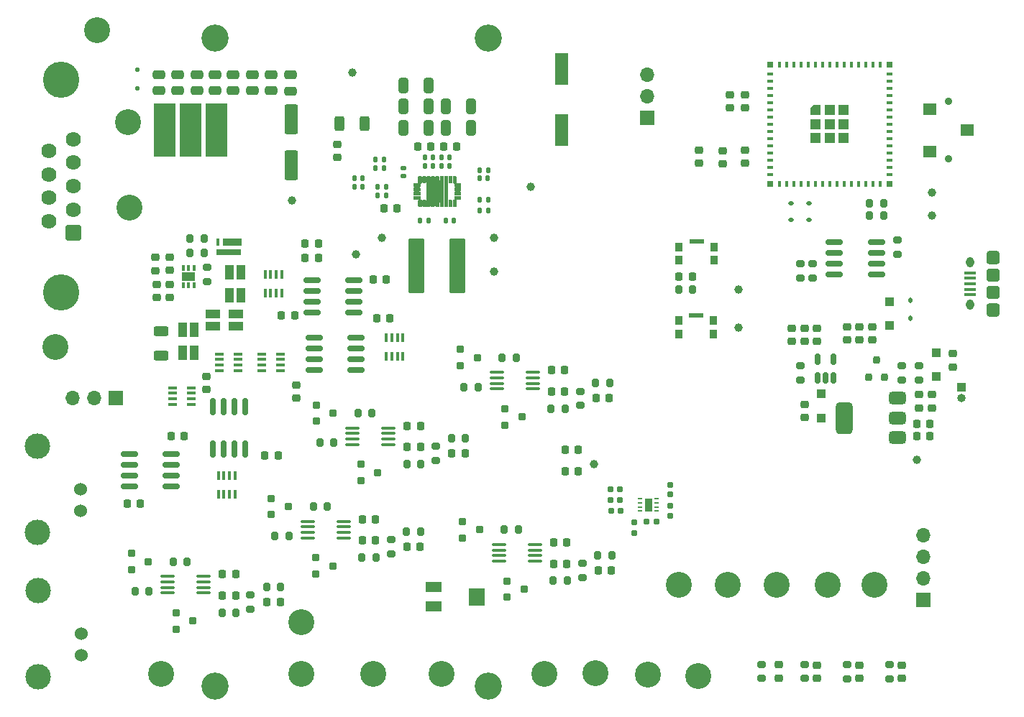
<source format=gts>
%TF.GenerationSoftware,KiCad,Pcbnew,9.0.0*%
%TF.CreationDate,2025-02-25T12:17:53-05:00*%
%TF.ProjectId,kicad_pulse_supply-rev-C,6b696361-645f-4707-956c-73655f737570,rev?*%
%TF.SameCoordinates,Original*%
%TF.FileFunction,Soldermask,Top*%
%TF.FilePolarity,Negative*%
%FSLAX46Y46*%
G04 Gerber Fmt 4.6, Leading zero omitted, Abs format (unit mm)*
G04 Created by KiCad (PCBNEW 9.0.0) date 2025-02-25 12:17:53*
%MOMM*%
%LPD*%
G01*
G04 APERTURE LIST*
G04 Aperture macros list*
%AMRoundRect*
0 Rectangle with rounded corners*
0 $1 Rounding radius*
0 $2 $3 $4 $5 $6 $7 $8 $9 X,Y pos of 4 corners*
0 Add a 4 corners polygon primitive as box body*
4,1,4,$2,$3,$4,$5,$6,$7,$8,$9,$2,$3,0*
0 Add four circle primitives for the rounded corners*
1,1,$1+$1,$2,$3*
1,1,$1+$1,$4,$5*
1,1,$1+$1,$6,$7*
1,1,$1+$1,$8,$9*
0 Add four rect primitives between the rounded corners*
20,1,$1+$1,$2,$3,$4,$5,0*
20,1,$1+$1,$4,$5,$6,$7,0*
20,1,$1+$1,$6,$7,$8,$9,0*
20,1,$1+$1,$8,$9,$2,$3,0*%
%AMOutline5P*
0 Free polygon, 5 corners , with rotation*
0 The origin of the aperture is its center*
0 number of corners: always 5*
0 $1 to $10 corner X, Y*
0 $11 Rotation angle, in degrees counterclockwise*
0 create outline with 5 corners*
4,1,5,$1,$2,$3,$4,$5,$6,$7,$8,$9,$10,$1,$2,$11*%
%AMOutline6P*
0 Free polygon, 6 corners , with rotation*
0 The origin of the aperture is its center*
0 number of corners: always 6*
0 $1 to $12 corner X, Y*
0 $13 Rotation angle, in degrees counterclockwise*
0 create outline with 6 corners*
4,1,6,$1,$2,$3,$4,$5,$6,$7,$8,$9,$10,$11,$12,$1,$2,$13*%
%AMOutline7P*
0 Free polygon, 7 corners , with rotation*
0 The origin of the aperture is its center*
0 number of corners: always 7*
0 $1 to $14 corner X, Y*
0 $15 Rotation angle, in degrees counterclockwise*
0 create outline with 7 corners*
4,1,7,$1,$2,$3,$4,$5,$6,$7,$8,$9,$10,$11,$12,$13,$14,$1,$2,$15*%
%AMOutline8P*
0 Free polygon, 8 corners , with rotation*
0 The origin of the aperture is its center*
0 number of corners: always 8*
0 $1 to $16 corner X, Y*
0 $17 Rotation angle, in degrees counterclockwise*
0 create outline with 8 corners*
4,1,8,$1,$2,$3,$4,$5,$6,$7,$8,$9,$10,$11,$12,$13,$14,$15,$16,$1,$2,$17*%
G04 Aperture macros list end*
%ADD10C,0.010000*%
%ADD11RoundRect,0.102000X-0.787500X0.787500X-0.787500X-0.787500X0.787500X-0.787500X0.787500X0.787500X0*%
%ADD12C,1.779000*%
%ADD13C,4.270000*%
%ADD14O,1.550000X0.890000*%
%ADD15RoundRect,0.250000X0.525000X-0.475000X0.525000X0.475000X-0.525000X0.475000X-0.525000X-0.475000X0*%
%ADD16O,0.950000X1.250000*%
%ADD17RoundRect,0.250000X0.525000X-0.500000X0.525000X0.500000X-0.525000X0.500000X-0.525000X-0.500000X0*%
%ADD18RoundRect,0.100000X0.575000X-0.100000X0.575000X0.100000X-0.575000X0.100000X-0.575000X-0.100000X0*%
%ADD19RoundRect,0.225000X-0.225000X-0.250000X0.225000X-0.250000X0.225000X0.250000X-0.225000X0.250000X0*%
%ADD20RoundRect,0.140000X0.140000X0.170000X-0.140000X0.170000X-0.140000X-0.170000X0.140000X-0.170000X0*%
%ADD21RoundRect,0.225000X0.250000X-0.225000X0.250000X0.225000X-0.250000X0.225000X-0.250000X-0.225000X0*%
%ADD22C,1.000000*%
%ADD23RoundRect,0.062500X-0.187500X-0.062500X0.187500X-0.062500X0.187500X0.062500X-0.187500X0.062500X0*%
%ADD24R,0.900000X1.600000*%
%ADD25RoundRect,0.200000X-0.200000X-0.275000X0.200000X-0.275000X0.200000X0.275000X-0.200000X0.275000X0*%
%ADD26RoundRect,0.160000X-0.160000X0.197500X-0.160000X-0.197500X0.160000X-0.197500X0.160000X0.197500X0*%
%ADD27RoundRect,0.218750X-0.256250X0.218750X-0.256250X-0.218750X0.256250X-0.218750X0.256250X0.218750X0*%
%ADD28RoundRect,0.100000X0.100000X-0.430000X0.100000X0.430000X-0.100000X0.430000X-0.100000X-0.430000X0*%
%ADD29RoundRect,0.225000X0.225000X0.250000X-0.225000X0.250000X-0.225000X-0.250000X0.225000X-0.250000X0*%
%ADD30RoundRect,0.200000X-0.250000X-0.200000X0.250000X-0.200000X0.250000X0.200000X-0.250000X0.200000X0*%
%ADD31C,3.048000*%
%ADD32RoundRect,0.140000X-0.140000X-0.170000X0.140000X-0.170000X0.140000X0.170000X-0.140000X0.170000X0*%
%ADD33RoundRect,0.225000X-0.250000X0.225000X-0.250000X-0.225000X0.250000X-0.225000X0.250000X0.225000X0*%
%ADD34RoundRect,0.150000X-0.825000X-0.150000X0.825000X-0.150000X0.825000X0.150000X-0.825000X0.150000X0*%
%ADD35R,1.498600X3.810000*%
%ADD36RoundRect,0.200000X0.275000X-0.200000X0.275000X0.200000X-0.275000X0.200000X-0.275000X-0.200000X0*%
%ADD37RoundRect,0.135000X0.135000X0.185000X-0.135000X0.185000X-0.135000X-0.185000X0.135000X-0.185000X0*%
%ADD38RoundRect,0.249999X0.710001X3.000001X-0.710001X3.000001X-0.710001X-3.000001X0.710001X-3.000001X0*%
%ADD39R,0.800000X0.400000*%
%ADD40R,0.400000X0.800000*%
%ADD41Outline5P,-0.600000X0.204000X-0.204000X0.600000X0.600000X0.600000X0.600000X-0.600000X-0.600000X-0.600000X0.000000*%
%ADD42R,1.200000X1.200000*%
%ADD43R,0.800000X0.800000*%
%ADD44RoundRect,0.200000X-0.275000X0.200000X-0.275000X-0.200000X0.275000X-0.200000X0.275000X0.200000X0*%
%ADD45RoundRect,0.250000X0.325000X0.650000X-0.325000X0.650000X-0.325000X-0.650000X0.325000X-0.650000X0*%
%ADD46RoundRect,0.250000X0.300000X-0.300000X0.300000X0.300000X-0.300000X0.300000X-0.300000X-0.300000X0*%
%ADD47R,0.310000X0.850000*%
%ADD48R,2.950000X0.654000*%
%ADD49R,2.200000X0.850000*%
%ADD50RoundRect,0.250000X0.475000X-0.250000X0.475000X0.250000X-0.475000X0.250000X-0.475000X-0.250000X0*%
%ADD51R,1.700000X1.700000*%
%ADD52O,1.700000X1.700000*%
%ADD53R,0.900000X1.000000*%
%ADD54R,1.700000X0.550000*%
%ADD55RoundRect,0.250000X0.550000X-1.500000X0.550000X1.500000X-0.550000X1.500000X-0.550000X-1.500000X0*%
%ADD56RoundRect,0.140000X0.170000X-0.140000X0.170000X0.140000X-0.170000X0.140000X-0.170000X-0.140000X0*%
%ADD57RoundRect,0.200000X0.200000X0.275000X-0.200000X0.275000X-0.200000X-0.275000X0.200000X-0.275000X0*%
%ADD58RoundRect,0.250000X-0.300000X0.300000X-0.300000X-0.300000X0.300000X-0.300000X0.300000X0.300000X0*%
%ADD59RoundRect,0.160000X-0.197500X-0.160000X0.197500X-0.160000X0.197500X0.160000X-0.197500X0.160000X0*%
%ADD60R,0.320000X0.690000*%
%ADD61R,1.600000X1.000000*%
%ADD62RoundRect,0.100000X-0.712500X-0.100000X0.712500X-0.100000X0.712500X0.100000X-0.712500X0.100000X0*%
%ADD63RoundRect,0.125000X0.125000X-0.125000X0.125000X0.125000X-0.125000X0.125000X-0.125000X-0.125000X0*%
%ADD64C,3.000000*%
%ADD65C,1.524000*%
%ADD66RoundRect,0.250000X-0.325000X-0.650000X0.325000X-0.650000X0.325000X0.650000X-0.325000X0.650000X0*%
%ADD67RoundRect,0.155000X-0.212500X-0.155000X0.212500X-0.155000X0.212500X0.155000X-0.212500X0.155000X0*%
%ADD68RoundRect,0.135000X-0.135000X-0.185000X0.135000X-0.185000X0.135000X0.185000X-0.135000X0.185000X0*%
%ADD69RoundRect,0.112500X0.112500X-0.187500X0.112500X0.187500X-0.112500X0.187500X-0.112500X-0.187500X0*%
%ADD70RoundRect,0.100000X0.430000X0.100000X-0.430000X0.100000X-0.430000X-0.100000X0.430000X-0.100000X0*%
%ADD71RoundRect,0.218750X0.256250X-0.218750X0.256250X0.218750X-0.256250X0.218750X-0.256250X-0.218750X0*%
%ADD72RoundRect,0.375000X0.625000X0.375000X-0.625000X0.375000X-0.625000X-0.375000X0.625000X-0.375000X0*%
%ADD73RoundRect,0.500000X0.500000X1.400000X-0.500000X1.400000X-0.500000X-1.400000X0.500000X-1.400000X0*%
%ADD74RoundRect,0.100000X-0.430000X-0.100000X0.430000X-0.100000X0.430000X0.100000X-0.430000X0.100000X0*%
%ADD75RoundRect,0.112500X-0.187500X-0.112500X0.187500X-0.112500X0.187500X0.112500X-0.187500X0.112500X0*%
%ADD76C,3.200000*%
%ADD77R,2.540000X6.350000*%
%ADD78RoundRect,0.150000X-0.150000X0.825000X-0.150000X-0.825000X0.150000X-0.825000X0.150000X0.825000X0*%
%ADD79RoundRect,0.160000X0.160000X-0.197500X0.160000X0.197500X-0.160000X0.197500X-0.160000X-0.197500X0*%
%ADD80RoundRect,0.250000X0.312500X0.625000X-0.312500X0.625000X-0.312500X-0.625000X0.312500X-0.625000X0*%
%ADD81R,1.900000X1.300000*%
%ADD82R,1.900000X2.000000*%
%ADD83RoundRect,0.250000X0.625000X-0.312500X0.625000X0.312500X-0.625000X0.312500X-0.625000X-0.312500X0*%
%ADD84RoundRect,0.155000X-0.155000X0.212500X-0.155000X-0.212500X0.155000X-0.212500X0.155000X0.212500X0*%
%ADD85R,1.000000X1.000000*%
%ADD86O,1.000000X1.000000*%
%ADD87RoundRect,0.150000X0.150000X-0.512500X0.150000X0.512500X-0.150000X0.512500X-0.150000X-0.512500X0*%
%ADD88RoundRect,0.250000X-0.300000X-0.625000X0.300000X-0.625000X0.300000X0.625000X-0.300000X0.625000X0*%
%ADD89C,0.900000*%
%ADD90RoundRect,0.102000X-0.700000X0.600000X-0.700000X-0.600000X0.700000X-0.600000X0.700000X0.600000X0*%
%ADD91R,1.100000X1.750000*%
%ADD92RoundRect,0.250000X-0.625000X0.300000X-0.625000X-0.300000X0.625000X-0.300000X0.625000X0.300000X0*%
%ADD93RoundRect,0.200000X0.200000X-0.250000X0.200000X0.250000X-0.200000X0.250000X-0.200000X-0.250000X0*%
%ADD94RoundRect,0.100000X-0.100000X0.430000X-0.100000X-0.430000X0.100000X-0.430000X0.100000X0.430000X0*%
G04 APERTURE END LIST*
D10*
%TO.C,U15*%
X95984000Y-92634000D02*
X95990000Y-92634000D01*
X95996000Y-92636000D01*
X96002000Y-92637000D01*
X96008000Y-92639000D01*
X96014000Y-92641000D01*
X96020000Y-92643000D01*
X96025000Y-92646000D01*
X96031000Y-92649000D01*
X96036000Y-92652000D01*
X96042000Y-92656000D01*
X96047000Y-92660000D01*
X96051000Y-92664000D01*
X96056000Y-92668000D01*
X96060000Y-92673000D01*
X96064000Y-92677000D01*
X96068000Y-92682000D01*
X96072000Y-92688000D01*
X96075000Y-92693000D01*
X96078000Y-92699000D01*
X96081000Y-92704000D01*
X96083000Y-92710000D01*
X96085000Y-92716000D01*
X96087000Y-92722000D01*
X96088000Y-92728000D01*
X96090000Y-92734000D01*
X96090000Y-92740000D01*
X96091000Y-92747000D01*
X96091000Y-92753000D01*
X96091000Y-92903000D01*
X96091000Y-92909000D01*
X96090000Y-92916000D01*
X96090000Y-92922000D01*
X96088000Y-92928000D01*
X96087000Y-92934000D01*
X96085000Y-92940000D01*
X96083000Y-92946000D01*
X96081000Y-92952000D01*
X96078000Y-92957000D01*
X96075000Y-92963000D01*
X96072000Y-92968000D01*
X96068000Y-92974000D01*
X96064000Y-92979000D01*
X96060000Y-92983000D01*
X96056000Y-92988000D01*
X96051000Y-92992000D01*
X96047000Y-92996000D01*
X96042000Y-93000000D01*
X96036000Y-93004000D01*
X96031000Y-93007000D01*
X96025000Y-93010000D01*
X96020000Y-93013000D01*
X96014000Y-93015000D01*
X96008000Y-93017000D01*
X96002000Y-93019000D01*
X95996000Y-93020000D01*
X95990000Y-93022000D01*
X95984000Y-93022000D01*
X95977000Y-93023000D01*
X95971000Y-93023000D01*
X95471000Y-93023000D01*
X95465000Y-93023000D01*
X95458000Y-93022000D01*
X95452000Y-93022000D01*
X95446000Y-93020000D01*
X95440000Y-93019000D01*
X95434000Y-93017000D01*
X95428000Y-93015000D01*
X95422000Y-93013000D01*
X95417000Y-93010000D01*
X95411000Y-93007000D01*
X95406000Y-93004000D01*
X95400000Y-93000000D01*
X95395000Y-92996000D01*
X95391000Y-92992000D01*
X95386000Y-92988000D01*
X95382000Y-92983000D01*
X95378000Y-92979000D01*
X95374000Y-92974000D01*
X95370000Y-92968000D01*
X95367000Y-92963000D01*
X95364000Y-92957000D01*
X95361000Y-92952000D01*
X95359000Y-92946000D01*
X95357000Y-92940000D01*
X95355000Y-92934000D01*
X95354000Y-92928000D01*
X95352000Y-92922000D01*
X95352000Y-92916000D01*
X95351000Y-92909000D01*
X95351000Y-92903000D01*
X95351000Y-92753000D01*
X95351000Y-92747000D01*
X95352000Y-92740000D01*
X95352000Y-92734000D01*
X95354000Y-92728000D01*
X95355000Y-92722000D01*
X95357000Y-92716000D01*
X95359000Y-92710000D01*
X95361000Y-92704000D01*
X95364000Y-92699000D01*
X95367000Y-92693000D01*
X95370000Y-92688000D01*
X95374000Y-92682000D01*
X95378000Y-92677000D01*
X95382000Y-92673000D01*
X95386000Y-92668000D01*
X95391000Y-92664000D01*
X95395000Y-92660000D01*
X95400000Y-92656000D01*
X95406000Y-92652000D01*
X95411000Y-92649000D01*
X95417000Y-92646000D01*
X95422000Y-92643000D01*
X95428000Y-92641000D01*
X95434000Y-92639000D01*
X95440000Y-92637000D01*
X95446000Y-92636000D01*
X95452000Y-92634000D01*
X95458000Y-92634000D01*
X95465000Y-92633000D01*
X95471000Y-92633000D01*
X95971000Y-92633000D01*
X95977000Y-92633000D01*
X95984000Y-92634000D01*
G36*
X95984000Y-92634000D02*
G01*
X95990000Y-92634000D01*
X95996000Y-92636000D01*
X96002000Y-92637000D01*
X96008000Y-92639000D01*
X96014000Y-92641000D01*
X96020000Y-92643000D01*
X96025000Y-92646000D01*
X96031000Y-92649000D01*
X96036000Y-92652000D01*
X96042000Y-92656000D01*
X96047000Y-92660000D01*
X96051000Y-92664000D01*
X96056000Y-92668000D01*
X96060000Y-92673000D01*
X96064000Y-92677000D01*
X96068000Y-92682000D01*
X96072000Y-92688000D01*
X96075000Y-92693000D01*
X96078000Y-92699000D01*
X96081000Y-92704000D01*
X96083000Y-92710000D01*
X96085000Y-92716000D01*
X96087000Y-92722000D01*
X96088000Y-92728000D01*
X96090000Y-92734000D01*
X96090000Y-92740000D01*
X96091000Y-92747000D01*
X96091000Y-92753000D01*
X96091000Y-92903000D01*
X96091000Y-92909000D01*
X96090000Y-92916000D01*
X96090000Y-92922000D01*
X96088000Y-92928000D01*
X96087000Y-92934000D01*
X96085000Y-92940000D01*
X96083000Y-92946000D01*
X96081000Y-92952000D01*
X96078000Y-92957000D01*
X96075000Y-92963000D01*
X96072000Y-92968000D01*
X96068000Y-92974000D01*
X96064000Y-92979000D01*
X96060000Y-92983000D01*
X96056000Y-92988000D01*
X96051000Y-92992000D01*
X96047000Y-92996000D01*
X96042000Y-93000000D01*
X96036000Y-93004000D01*
X96031000Y-93007000D01*
X96025000Y-93010000D01*
X96020000Y-93013000D01*
X96014000Y-93015000D01*
X96008000Y-93017000D01*
X96002000Y-93019000D01*
X95996000Y-93020000D01*
X95990000Y-93022000D01*
X95984000Y-93022000D01*
X95977000Y-93023000D01*
X95971000Y-93023000D01*
X95471000Y-93023000D01*
X95465000Y-93023000D01*
X95458000Y-93022000D01*
X95452000Y-93022000D01*
X95446000Y-93020000D01*
X95440000Y-93019000D01*
X95434000Y-93017000D01*
X95428000Y-93015000D01*
X95422000Y-93013000D01*
X95417000Y-93010000D01*
X95411000Y-93007000D01*
X95406000Y-93004000D01*
X95400000Y-93000000D01*
X95395000Y-92996000D01*
X95391000Y-92992000D01*
X95386000Y-92988000D01*
X95382000Y-92983000D01*
X95378000Y-92979000D01*
X95374000Y-92974000D01*
X95370000Y-92968000D01*
X95367000Y-92963000D01*
X95364000Y-92957000D01*
X95361000Y-92952000D01*
X95359000Y-92946000D01*
X95357000Y-92940000D01*
X95355000Y-92934000D01*
X95354000Y-92928000D01*
X95352000Y-92922000D01*
X95352000Y-92916000D01*
X95351000Y-92909000D01*
X95351000Y-92903000D01*
X95351000Y-92753000D01*
X95351000Y-92747000D01*
X95352000Y-92740000D01*
X95352000Y-92734000D01*
X95354000Y-92728000D01*
X95355000Y-92722000D01*
X95357000Y-92716000D01*
X95359000Y-92710000D01*
X95361000Y-92704000D01*
X95364000Y-92699000D01*
X95367000Y-92693000D01*
X95370000Y-92688000D01*
X95374000Y-92682000D01*
X95378000Y-92677000D01*
X95382000Y-92673000D01*
X95386000Y-92668000D01*
X95391000Y-92664000D01*
X95395000Y-92660000D01*
X95400000Y-92656000D01*
X95406000Y-92652000D01*
X95411000Y-92649000D01*
X95417000Y-92646000D01*
X95422000Y-92643000D01*
X95428000Y-92641000D01*
X95434000Y-92639000D01*
X95440000Y-92637000D01*
X95446000Y-92636000D01*
X95452000Y-92634000D01*
X95458000Y-92634000D01*
X95465000Y-92633000D01*
X95471000Y-92633000D01*
X95971000Y-92633000D01*
X95977000Y-92633000D01*
X95984000Y-92634000D01*
G37*
X95984000Y-94134000D02*
X95990000Y-94134000D01*
X95996000Y-94136000D01*
X96002000Y-94137000D01*
X96008000Y-94139000D01*
X96014000Y-94141000D01*
X96020000Y-94143000D01*
X96025000Y-94146000D01*
X96031000Y-94149000D01*
X96036000Y-94152000D01*
X96042000Y-94156000D01*
X96047000Y-94160000D01*
X96051000Y-94164000D01*
X96056000Y-94168000D01*
X96060000Y-94173000D01*
X96064000Y-94177000D01*
X96068000Y-94182000D01*
X96072000Y-94188000D01*
X96075000Y-94193000D01*
X96078000Y-94199000D01*
X96081000Y-94204000D01*
X96083000Y-94210000D01*
X96085000Y-94216000D01*
X96087000Y-94222000D01*
X96088000Y-94228000D01*
X96090000Y-94234000D01*
X96090000Y-94240000D01*
X96091000Y-94247000D01*
X96091000Y-94253000D01*
X96091000Y-94403000D01*
X96091000Y-94409000D01*
X96090000Y-94416000D01*
X96090000Y-94422000D01*
X96088000Y-94428000D01*
X96087000Y-94434000D01*
X96085000Y-94440000D01*
X96083000Y-94446000D01*
X96081000Y-94452000D01*
X96078000Y-94457000D01*
X96075000Y-94463000D01*
X96072000Y-94468000D01*
X96068000Y-94474000D01*
X96064000Y-94479000D01*
X96060000Y-94483000D01*
X96056000Y-94488000D01*
X96051000Y-94492000D01*
X96047000Y-94496000D01*
X96042000Y-94500000D01*
X96036000Y-94504000D01*
X96031000Y-94507000D01*
X96025000Y-94510000D01*
X96020000Y-94513000D01*
X96014000Y-94515000D01*
X96008000Y-94517000D01*
X96002000Y-94519000D01*
X95996000Y-94520000D01*
X95990000Y-94522000D01*
X95984000Y-94522000D01*
X95977000Y-94523000D01*
X95971000Y-94523000D01*
X95471000Y-94523000D01*
X95465000Y-94523000D01*
X95458000Y-94522000D01*
X95452000Y-94522000D01*
X95446000Y-94520000D01*
X95440000Y-94519000D01*
X95434000Y-94517000D01*
X95428000Y-94515000D01*
X95422000Y-94513000D01*
X95417000Y-94510000D01*
X95411000Y-94507000D01*
X95406000Y-94504000D01*
X95400000Y-94500000D01*
X95395000Y-94496000D01*
X95391000Y-94492000D01*
X95386000Y-94488000D01*
X95382000Y-94483000D01*
X95378000Y-94479000D01*
X95374000Y-94474000D01*
X95370000Y-94468000D01*
X95367000Y-94463000D01*
X95364000Y-94457000D01*
X95361000Y-94452000D01*
X95359000Y-94446000D01*
X95357000Y-94440000D01*
X95355000Y-94434000D01*
X95354000Y-94428000D01*
X95352000Y-94422000D01*
X95352000Y-94416000D01*
X95351000Y-94409000D01*
X95351000Y-94403000D01*
X95351000Y-94253000D01*
X95351000Y-94247000D01*
X95352000Y-94240000D01*
X95352000Y-94234000D01*
X95354000Y-94228000D01*
X95355000Y-94222000D01*
X95357000Y-94216000D01*
X95359000Y-94210000D01*
X95361000Y-94204000D01*
X95364000Y-94199000D01*
X95367000Y-94193000D01*
X95370000Y-94188000D01*
X95374000Y-94182000D01*
X95378000Y-94177000D01*
X95382000Y-94173000D01*
X95386000Y-94168000D01*
X95391000Y-94164000D01*
X95395000Y-94160000D01*
X95400000Y-94156000D01*
X95406000Y-94152000D01*
X95411000Y-94149000D01*
X95417000Y-94146000D01*
X95422000Y-94143000D01*
X95428000Y-94141000D01*
X95434000Y-94139000D01*
X95440000Y-94137000D01*
X95446000Y-94136000D01*
X95452000Y-94134000D01*
X95458000Y-94134000D01*
X95465000Y-94133000D01*
X95471000Y-94133000D01*
X95971000Y-94133000D01*
X95977000Y-94133000D01*
X95984000Y-94134000D01*
G36*
X95984000Y-94134000D02*
G01*
X95990000Y-94134000D01*
X95996000Y-94136000D01*
X96002000Y-94137000D01*
X96008000Y-94139000D01*
X96014000Y-94141000D01*
X96020000Y-94143000D01*
X96025000Y-94146000D01*
X96031000Y-94149000D01*
X96036000Y-94152000D01*
X96042000Y-94156000D01*
X96047000Y-94160000D01*
X96051000Y-94164000D01*
X96056000Y-94168000D01*
X96060000Y-94173000D01*
X96064000Y-94177000D01*
X96068000Y-94182000D01*
X96072000Y-94188000D01*
X96075000Y-94193000D01*
X96078000Y-94199000D01*
X96081000Y-94204000D01*
X96083000Y-94210000D01*
X96085000Y-94216000D01*
X96087000Y-94222000D01*
X96088000Y-94228000D01*
X96090000Y-94234000D01*
X96090000Y-94240000D01*
X96091000Y-94247000D01*
X96091000Y-94253000D01*
X96091000Y-94403000D01*
X96091000Y-94409000D01*
X96090000Y-94416000D01*
X96090000Y-94422000D01*
X96088000Y-94428000D01*
X96087000Y-94434000D01*
X96085000Y-94440000D01*
X96083000Y-94446000D01*
X96081000Y-94452000D01*
X96078000Y-94457000D01*
X96075000Y-94463000D01*
X96072000Y-94468000D01*
X96068000Y-94474000D01*
X96064000Y-94479000D01*
X96060000Y-94483000D01*
X96056000Y-94488000D01*
X96051000Y-94492000D01*
X96047000Y-94496000D01*
X96042000Y-94500000D01*
X96036000Y-94504000D01*
X96031000Y-94507000D01*
X96025000Y-94510000D01*
X96020000Y-94513000D01*
X96014000Y-94515000D01*
X96008000Y-94517000D01*
X96002000Y-94519000D01*
X95996000Y-94520000D01*
X95990000Y-94522000D01*
X95984000Y-94522000D01*
X95977000Y-94523000D01*
X95971000Y-94523000D01*
X95471000Y-94523000D01*
X95465000Y-94523000D01*
X95458000Y-94522000D01*
X95452000Y-94522000D01*
X95446000Y-94520000D01*
X95440000Y-94519000D01*
X95434000Y-94517000D01*
X95428000Y-94515000D01*
X95422000Y-94513000D01*
X95417000Y-94510000D01*
X95411000Y-94507000D01*
X95406000Y-94504000D01*
X95400000Y-94500000D01*
X95395000Y-94496000D01*
X95391000Y-94492000D01*
X95386000Y-94488000D01*
X95382000Y-94483000D01*
X95378000Y-94479000D01*
X95374000Y-94474000D01*
X95370000Y-94468000D01*
X95367000Y-94463000D01*
X95364000Y-94457000D01*
X95361000Y-94452000D01*
X95359000Y-94446000D01*
X95357000Y-94440000D01*
X95355000Y-94434000D01*
X95354000Y-94428000D01*
X95352000Y-94422000D01*
X95352000Y-94416000D01*
X95351000Y-94409000D01*
X95351000Y-94403000D01*
X95351000Y-94253000D01*
X95351000Y-94247000D01*
X95352000Y-94240000D01*
X95352000Y-94234000D01*
X95354000Y-94228000D01*
X95355000Y-94222000D01*
X95357000Y-94216000D01*
X95359000Y-94210000D01*
X95361000Y-94204000D01*
X95364000Y-94199000D01*
X95367000Y-94193000D01*
X95370000Y-94188000D01*
X95374000Y-94182000D01*
X95378000Y-94177000D01*
X95382000Y-94173000D01*
X95386000Y-94168000D01*
X95391000Y-94164000D01*
X95395000Y-94160000D01*
X95400000Y-94156000D01*
X95406000Y-94152000D01*
X95411000Y-94149000D01*
X95417000Y-94146000D01*
X95422000Y-94143000D01*
X95428000Y-94141000D01*
X95434000Y-94139000D01*
X95440000Y-94137000D01*
X95446000Y-94136000D01*
X95452000Y-94134000D01*
X95458000Y-94134000D01*
X95465000Y-94133000D01*
X95471000Y-94133000D01*
X95971000Y-94133000D01*
X95977000Y-94133000D01*
X95984000Y-94134000D01*
G37*
X95984000Y-93634000D02*
X95990000Y-93634000D01*
X95996000Y-93636000D01*
X96002000Y-93637000D01*
X96008000Y-93639000D01*
X96014000Y-93641000D01*
X96020000Y-93643000D01*
X96025000Y-93646000D01*
X96031000Y-93649000D01*
X96036000Y-93652000D01*
X96042000Y-93656000D01*
X96047000Y-93660000D01*
X96051000Y-93664000D01*
X96056000Y-93668000D01*
X96060000Y-93673000D01*
X96064000Y-93677000D01*
X96068000Y-93682000D01*
X96072000Y-93688000D01*
X96075000Y-93693000D01*
X96078000Y-93699000D01*
X96081000Y-93704000D01*
X96083000Y-93710000D01*
X96085000Y-93716000D01*
X96087000Y-93722000D01*
X96088000Y-93728000D01*
X96090000Y-93734000D01*
X96090000Y-93740000D01*
X96091000Y-93747000D01*
X96091000Y-93753000D01*
X96091000Y-93903000D01*
X96091000Y-93909000D01*
X96090000Y-93916000D01*
X96090000Y-93922000D01*
X96088000Y-93928000D01*
X96087000Y-93934000D01*
X96085000Y-93940000D01*
X96083000Y-93946000D01*
X96081000Y-93952000D01*
X96078000Y-93957000D01*
X96075000Y-93963000D01*
X96072000Y-93968000D01*
X96068000Y-93974000D01*
X96064000Y-93979000D01*
X96060000Y-93983000D01*
X96056000Y-93988000D01*
X96051000Y-93992000D01*
X96047000Y-93996000D01*
X96042000Y-94000000D01*
X96036000Y-94004000D01*
X96031000Y-94007000D01*
X96025000Y-94010000D01*
X96020000Y-94013000D01*
X96014000Y-94015000D01*
X96008000Y-94017000D01*
X96002000Y-94019000D01*
X95996000Y-94020000D01*
X95990000Y-94022000D01*
X95984000Y-94022000D01*
X95977000Y-94023000D01*
X95971000Y-94023000D01*
X95471000Y-94023000D01*
X95465000Y-94023000D01*
X95458000Y-94022000D01*
X95452000Y-94022000D01*
X95446000Y-94020000D01*
X95440000Y-94019000D01*
X95434000Y-94017000D01*
X95428000Y-94015000D01*
X95422000Y-94013000D01*
X95417000Y-94010000D01*
X95411000Y-94007000D01*
X95406000Y-94004000D01*
X95400000Y-94000000D01*
X95395000Y-93996000D01*
X95391000Y-93992000D01*
X95386000Y-93988000D01*
X95382000Y-93983000D01*
X95378000Y-93979000D01*
X95374000Y-93974000D01*
X95370000Y-93968000D01*
X95367000Y-93963000D01*
X95364000Y-93957000D01*
X95361000Y-93952000D01*
X95359000Y-93946000D01*
X95357000Y-93940000D01*
X95355000Y-93934000D01*
X95354000Y-93928000D01*
X95352000Y-93922000D01*
X95352000Y-93916000D01*
X95351000Y-93909000D01*
X95351000Y-93903000D01*
X95351000Y-93753000D01*
X95351000Y-93747000D01*
X95352000Y-93740000D01*
X95352000Y-93734000D01*
X95354000Y-93728000D01*
X95355000Y-93722000D01*
X95357000Y-93716000D01*
X95359000Y-93710000D01*
X95361000Y-93704000D01*
X95364000Y-93699000D01*
X95367000Y-93693000D01*
X95370000Y-93688000D01*
X95374000Y-93682000D01*
X95378000Y-93677000D01*
X95382000Y-93673000D01*
X95386000Y-93668000D01*
X95391000Y-93664000D01*
X95395000Y-93660000D01*
X95400000Y-93656000D01*
X95406000Y-93652000D01*
X95411000Y-93649000D01*
X95417000Y-93646000D01*
X95422000Y-93643000D01*
X95428000Y-93641000D01*
X95434000Y-93639000D01*
X95440000Y-93637000D01*
X95446000Y-93636000D01*
X95452000Y-93634000D01*
X95458000Y-93634000D01*
X95465000Y-93633000D01*
X95471000Y-93633000D01*
X95971000Y-93633000D01*
X95977000Y-93633000D01*
X95984000Y-93634000D01*
G36*
X95984000Y-93634000D02*
G01*
X95990000Y-93634000D01*
X95996000Y-93636000D01*
X96002000Y-93637000D01*
X96008000Y-93639000D01*
X96014000Y-93641000D01*
X96020000Y-93643000D01*
X96025000Y-93646000D01*
X96031000Y-93649000D01*
X96036000Y-93652000D01*
X96042000Y-93656000D01*
X96047000Y-93660000D01*
X96051000Y-93664000D01*
X96056000Y-93668000D01*
X96060000Y-93673000D01*
X96064000Y-93677000D01*
X96068000Y-93682000D01*
X96072000Y-93688000D01*
X96075000Y-93693000D01*
X96078000Y-93699000D01*
X96081000Y-93704000D01*
X96083000Y-93710000D01*
X96085000Y-93716000D01*
X96087000Y-93722000D01*
X96088000Y-93728000D01*
X96090000Y-93734000D01*
X96090000Y-93740000D01*
X96091000Y-93747000D01*
X96091000Y-93753000D01*
X96091000Y-93903000D01*
X96091000Y-93909000D01*
X96090000Y-93916000D01*
X96090000Y-93922000D01*
X96088000Y-93928000D01*
X96087000Y-93934000D01*
X96085000Y-93940000D01*
X96083000Y-93946000D01*
X96081000Y-93952000D01*
X96078000Y-93957000D01*
X96075000Y-93963000D01*
X96072000Y-93968000D01*
X96068000Y-93974000D01*
X96064000Y-93979000D01*
X96060000Y-93983000D01*
X96056000Y-93988000D01*
X96051000Y-93992000D01*
X96047000Y-93996000D01*
X96042000Y-94000000D01*
X96036000Y-94004000D01*
X96031000Y-94007000D01*
X96025000Y-94010000D01*
X96020000Y-94013000D01*
X96014000Y-94015000D01*
X96008000Y-94017000D01*
X96002000Y-94019000D01*
X95996000Y-94020000D01*
X95990000Y-94022000D01*
X95984000Y-94022000D01*
X95977000Y-94023000D01*
X95971000Y-94023000D01*
X95471000Y-94023000D01*
X95465000Y-94023000D01*
X95458000Y-94022000D01*
X95452000Y-94022000D01*
X95446000Y-94020000D01*
X95440000Y-94019000D01*
X95434000Y-94017000D01*
X95428000Y-94015000D01*
X95422000Y-94013000D01*
X95417000Y-94010000D01*
X95411000Y-94007000D01*
X95406000Y-94004000D01*
X95400000Y-94000000D01*
X95395000Y-93996000D01*
X95391000Y-93992000D01*
X95386000Y-93988000D01*
X95382000Y-93983000D01*
X95378000Y-93979000D01*
X95374000Y-93974000D01*
X95370000Y-93968000D01*
X95367000Y-93963000D01*
X95364000Y-93957000D01*
X95361000Y-93952000D01*
X95359000Y-93946000D01*
X95357000Y-93940000D01*
X95355000Y-93934000D01*
X95354000Y-93928000D01*
X95352000Y-93922000D01*
X95352000Y-93916000D01*
X95351000Y-93909000D01*
X95351000Y-93903000D01*
X95351000Y-93753000D01*
X95351000Y-93747000D01*
X95352000Y-93740000D01*
X95352000Y-93734000D01*
X95354000Y-93728000D01*
X95355000Y-93722000D01*
X95357000Y-93716000D01*
X95359000Y-93710000D01*
X95361000Y-93704000D01*
X95364000Y-93699000D01*
X95367000Y-93693000D01*
X95370000Y-93688000D01*
X95374000Y-93682000D01*
X95378000Y-93677000D01*
X95382000Y-93673000D01*
X95386000Y-93668000D01*
X95391000Y-93664000D01*
X95395000Y-93660000D01*
X95400000Y-93656000D01*
X95406000Y-93652000D01*
X95411000Y-93649000D01*
X95417000Y-93646000D01*
X95422000Y-93643000D01*
X95428000Y-93641000D01*
X95434000Y-93639000D01*
X95440000Y-93637000D01*
X95446000Y-93636000D01*
X95452000Y-93634000D01*
X95458000Y-93634000D01*
X95465000Y-93633000D01*
X95471000Y-93633000D01*
X95971000Y-93633000D01*
X95977000Y-93633000D01*
X95984000Y-93634000D01*
G37*
X96169000Y-91809000D02*
X96175000Y-91809000D01*
X96181000Y-91811000D01*
X96187000Y-91812000D01*
X96193000Y-91814000D01*
X96199000Y-91816000D01*
X96205000Y-91818000D01*
X96210000Y-91821000D01*
X96216000Y-91824000D01*
X96221000Y-91827000D01*
X96227000Y-91831000D01*
X96232000Y-91835000D01*
X96236000Y-91839000D01*
X96241000Y-91843000D01*
X96245000Y-91848000D01*
X96249000Y-91852000D01*
X96253000Y-91857000D01*
X96257000Y-91863000D01*
X96260000Y-91868000D01*
X96263000Y-91874000D01*
X96266000Y-91879000D01*
X96268000Y-91885000D01*
X96270000Y-91891000D01*
X96272000Y-91897000D01*
X96273000Y-91903000D01*
X96275000Y-91909000D01*
X96275000Y-91915000D01*
X96276000Y-91922000D01*
X96276000Y-91928000D01*
X96276000Y-92478000D01*
X96276000Y-92484000D01*
X96275000Y-92491000D01*
X96275000Y-92497000D01*
X96273000Y-92503000D01*
X96272000Y-92509000D01*
X96270000Y-92515000D01*
X96268000Y-92521000D01*
X96266000Y-92527000D01*
X96263000Y-92532000D01*
X96260000Y-92538000D01*
X96257000Y-92543000D01*
X96253000Y-92549000D01*
X96249000Y-92554000D01*
X96245000Y-92558000D01*
X96241000Y-92563000D01*
X96236000Y-92567000D01*
X96232000Y-92571000D01*
X96227000Y-92575000D01*
X96221000Y-92579000D01*
X96216000Y-92582000D01*
X96210000Y-92585000D01*
X96205000Y-92588000D01*
X96199000Y-92590000D01*
X96193000Y-92592000D01*
X96187000Y-92594000D01*
X96181000Y-92595000D01*
X96175000Y-92597000D01*
X96169000Y-92597000D01*
X96162000Y-92598000D01*
X96156000Y-92598000D01*
X96006000Y-92598000D01*
X96000000Y-92598000D01*
X95993000Y-92597000D01*
X95987000Y-92597000D01*
X95981000Y-92595000D01*
X95975000Y-92594000D01*
X95969000Y-92592000D01*
X95963000Y-92590000D01*
X95957000Y-92588000D01*
X95952000Y-92585000D01*
X95946000Y-92582000D01*
X95941000Y-92579000D01*
X95935000Y-92575000D01*
X95930000Y-92571000D01*
X95926000Y-92567000D01*
X95921000Y-92563000D01*
X95917000Y-92558000D01*
X95913000Y-92554000D01*
X95909000Y-92549000D01*
X95905000Y-92543000D01*
X95902000Y-92538000D01*
X95899000Y-92532000D01*
X95896000Y-92527000D01*
X95894000Y-92521000D01*
X95892000Y-92515000D01*
X95890000Y-92509000D01*
X95889000Y-92503000D01*
X95887000Y-92497000D01*
X95887000Y-92491000D01*
X95886000Y-92484000D01*
X95886000Y-92478000D01*
X95886000Y-91928000D01*
X95886000Y-91922000D01*
X95887000Y-91915000D01*
X95887000Y-91909000D01*
X95889000Y-91903000D01*
X95890000Y-91897000D01*
X95892000Y-91891000D01*
X95894000Y-91885000D01*
X95896000Y-91879000D01*
X95899000Y-91874000D01*
X95902000Y-91868000D01*
X95905000Y-91863000D01*
X95909000Y-91857000D01*
X95913000Y-91852000D01*
X95917000Y-91848000D01*
X95921000Y-91843000D01*
X95926000Y-91839000D01*
X95930000Y-91835000D01*
X95935000Y-91831000D01*
X95941000Y-91827000D01*
X95946000Y-91824000D01*
X95952000Y-91821000D01*
X95957000Y-91818000D01*
X95963000Y-91816000D01*
X95969000Y-91814000D01*
X95975000Y-91812000D01*
X95981000Y-91811000D01*
X95987000Y-91809000D01*
X95993000Y-91809000D01*
X96000000Y-91808000D01*
X96006000Y-91808000D01*
X96156000Y-91808000D01*
X96162000Y-91808000D01*
X96169000Y-91809000D01*
G36*
X96169000Y-91809000D02*
G01*
X96175000Y-91809000D01*
X96181000Y-91811000D01*
X96187000Y-91812000D01*
X96193000Y-91814000D01*
X96199000Y-91816000D01*
X96205000Y-91818000D01*
X96210000Y-91821000D01*
X96216000Y-91824000D01*
X96221000Y-91827000D01*
X96227000Y-91831000D01*
X96232000Y-91835000D01*
X96236000Y-91839000D01*
X96241000Y-91843000D01*
X96245000Y-91848000D01*
X96249000Y-91852000D01*
X96253000Y-91857000D01*
X96257000Y-91863000D01*
X96260000Y-91868000D01*
X96263000Y-91874000D01*
X96266000Y-91879000D01*
X96268000Y-91885000D01*
X96270000Y-91891000D01*
X96272000Y-91897000D01*
X96273000Y-91903000D01*
X96275000Y-91909000D01*
X96275000Y-91915000D01*
X96276000Y-91922000D01*
X96276000Y-91928000D01*
X96276000Y-92478000D01*
X96276000Y-92484000D01*
X96275000Y-92491000D01*
X96275000Y-92497000D01*
X96273000Y-92503000D01*
X96272000Y-92509000D01*
X96270000Y-92515000D01*
X96268000Y-92521000D01*
X96266000Y-92527000D01*
X96263000Y-92532000D01*
X96260000Y-92538000D01*
X96257000Y-92543000D01*
X96253000Y-92549000D01*
X96249000Y-92554000D01*
X96245000Y-92558000D01*
X96241000Y-92563000D01*
X96236000Y-92567000D01*
X96232000Y-92571000D01*
X96227000Y-92575000D01*
X96221000Y-92579000D01*
X96216000Y-92582000D01*
X96210000Y-92585000D01*
X96205000Y-92588000D01*
X96199000Y-92590000D01*
X96193000Y-92592000D01*
X96187000Y-92594000D01*
X96181000Y-92595000D01*
X96175000Y-92597000D01*
X96169000Y-92597000D01*
X96162000Y-92598000D01*
X96156000Y-92598000D01*
X96006000Y-92598000D01*
X96000000Y-92598000D01*
X95993000Y-92597000D01*
X95987000Y-92597000D01*
X95981000Y-92595000D01*
X95975000Y-92594000D01*
X95969000Y-92592000D01*
X95963000Y-92590000D01*
X95957000Y-92588000D01*
X95952000Y-92585000D01*
X95946000Y-92582000D01*
X95941000Y-92579000D01*
X95935000Y-92575000D01*
X95930000Y-92571000D01*
X95926000Y-92567000D01*
X95921000Y-92563000D01*
X95917000Y-92558000D01*
X95913000Y-92554000D01*
X95909000Y-92549000D01*
X95905000Y-92543000D01*
X95902000Y-92538000D01*
X95899000Y-92532000D01*
X95896000Y-92527000D01*
X95894000Y-92521000D01*
X95892000Y-92515000D01*
X95890000Y-92509000D01*
X95889000Y-92503000D01*
X95887000Y-92497000D01*
X95887000Y-92491000D01*
X95886000Y-92484000D01*
X95886000Y-92478000D01*
X95886000Y-91928000D01*
X95886000Y-91922000D01*
X95887000Y-91915000D01*
X95887000Y-91909000D01*
X95889000Y-91903000D01*
X95890000Y-91897000D01*
X95892000Y-91891000D01*
X95894000Y-91885000D01*
X95896000Y-91879000D01*
X95899000Y-91874000D01*
X95902000Y-91868000D01*
X95905000Y-91863000D01*
X95909000Y-91857000D01*
X95913000Y-91852000D01*
X95917000Y-91848000D01*
X95921000Y-91843000D01*
X95926000Y-91839000D01*
X95930000Y-91835000D01*
X95935000Y-91831000D01*
X95941000Y-91827000D01*
X95946000Y-91824000D01*
X95952000Y-91821000D01*
X95957000Y-91818000D01*
X95963000Y-91816000D01*
X95969000Y-91814000D01*
X95975000Y-91812000D01*
X95981000Y-91811000D01*
X95987000Y-91809000D01*
X95993000Y-91809000D01*
X96000000Y-91808000D01*
X96006000Y-91808000D01*
X96156000Y-91808000D01*
X96162000Y-91808000D01*
X96169000Y-91809000D01*
G37*
X96169000Y-94559000D02*
X96175000Y-94559000D01*
X96181000Y-94561000D01*
X96187000Y-94562000D01*
X96193000Y-94564000D01*
X96199000Y-94566000D01*
X96205000Y-94568000D01*
X96210000Y-94571000D01*
X96216000Y-94574000D01*
X96221000Y-94577000D01*
X96227000Y-94581000D01*
X96232000Y-94585000D01*
X96236000Y-94589000D01*
X96241000Y-94593000D01*
X96245000Y-94598000D01*
X96249000Y-94602000D01*
X96253000Y-94607000D01*
X96257000Y-94613000D01*
X96260000Y-94618000D01*
X96263000Y-94624000D01*
X96266000Y-94629000D01*
X96268000Y-94635000D01*
X96270000Y-94641000D01*
X96272000Y-94647000D01*
X96273000Y-94653000D01*
X96275000Y-94659000D01*
X96275000Y-94665000D01*
X96276000Y-94672000D01*
X96276000Y-94678000D01*
X96276000Y-95228000D01*
X96276000Y-95234000D01*
X96275000Y-95241000D01*
X96275000Y-95247000D01*
X96273000Y-95253000D01*
X96272000Y-95259000D01*
X96270000Y-95265000D01*
X96268000Y-95271000D01*
X96266000Y-95277000D01*
X96263000Y-95282000D01*
X96260000Y-95288000D01*
X96257000Y-95293000D01*
X96253000Y-95299000D01*
X96249000Y-95304000D01*
X96245000Y-95308000D01*
X96241000Y-95313000D01*
X96236000Y-95317000D01*
X96232000Y-95321000D01*
X96227000Y-95325000D01*
X96221000Y-95329000D01*
X96216000Y-95332000D01*
X96210000Y-95335000D01*
X96205000Y-95338000D01*
X96199000Y-95340000D01*
X96193000Y-95342000D01*
X96187000Y-95344000D01*
X96181000Y-95345000D01*
X96175000Y-95347000D01*
X96169000Y-95347000D01*
X96162000Y-95348000D01*
X96156000Y-95348000D01*
X96006000Y-95348000D01*
X96000000Y-95348000D01*
X95993000Y-95347000D01*
X95987000Y-95347000D01*
X95981000Y-95345000D01*
X95975000Y-95344000D01*
X95969000Y-95342000D01*
X95963000Y-95340000D01*
X95957000Y-95338000D01*
X95952000Y-95335000D01*
X95946000Y-95332000D01*
X95941000Y-95329000D01*
X95935000Y-95325000D01*
X95930000Y-95321000D01*
X95926000Y-95317000D01*
X95921000Y-95313000D01*
X95917000Y-95308000D01*
X95913000Y-95304000D01*
X95909000Y-95299000D01*
X95905000Y-95293000D01*
X95902000Y-95288000D01*
X95899000Y-95282000D01*
X95896000Y-95277000D01*
X95894000Y-95271000D01*
X95892000Y-95265000D01*
X95890000Y-95259000D01*
X95889000Y-95253000D01*
X95887000Y-95247000D01*
X95887000Y-95241000D01*
X95886000Y-95234000D01*
X95886000Y-95228000D01*
X95886000Y-94678000D01*
X95886000Y-94672000D01*
X95887000Y-94665000D01*
X95887000Y-94659000D01*
X95889000Y-94653000D01*
X95890000Y-94647000D01*
X95892000Y-94641000D01*
X95894000Y-94635000D01*
X95896000Y-94629000D01*
X95899000Y-94624000D01*
X95902000Y-94618000D01*
X95905000Y-94613000D01*
X95909000Y-94607000D01*
X95913000Y-94602000D01*
X95917000Y-94598000D01*
X95921000Y-94593000D01*
X95926000Y-94589000D01*
X95930000Y-94585000D01*
X95935000Y-94581000D01*
X95941000Y-94577000D01*
X95946000Y-94574000D01*
X95952000Y-94571000D01*
X95957000Y-94568000D01*
X95963000Y-94566000D01*
X95969000Y-94564000D01*
X95975000Y-94562000D01*
X95981000Y-94561000D01*
X95987000Y-94559000D01*
X95993000Y-94559000D01*
X96000000Y-94558000D01*
X96006000Y-94558000D01*
X96156000Y-94558000D01*
X96162000Y-94558000D01*
X96169000Y-94559000D01*
G36*
X96169000Y-94559000D02*
G01*
X96175000Y-94559000D01*
X96181000Y-94561000D01*
X96187000Y-94562000D01*
X96193000Y-94564000D01*
X96199000Y-94566000D01*
X96205000Y-94568000D01*
X96210000Y-94571000D01*
X96216000Y-94574000D01*
X96221000Y-94577000D01*
X96227000Y-94581000D01*
X96232000Y-94585000D01*
X96236000Y-94589000D01*
X96241000Y-94593000D01*
X96245000Y-94598000D01*
X96249000Y-94602000D01*
X96253000Y-94607000D01*
X96257000Y-94613000D01*
X96260000Y-94618000D01*
X96263000Y-94624000D01*
X96266000Y-94629000D01*
X96268000Y-94635000D01*
X96270000Y-94641000D01*
X96272000Y-94647000D01*
X96273000Y-94653000D01*
X96275000Y-94659000D01*
X96275000Y-94665000D01*
X96276000Y-94672000D01*
X96276000Y-94678000D01*
X96276000Y-95228000D01*
X96276000Y-95234000D01*
X96275000Y-95241000D01*
X96275000Y-95247000D01*
X96273000Y-95253000D01*
X96272000Y-95259000D01*
X96270000Y-95265000D01*
X96268000Y-95271000D01*
X96266000Y-95277000D01*
X96263000Y-95282000D01*
X96260000Y-95288000D01*
X96257000Y-95293000D01*
X96253000Y-95299000D01*
X96249000Y-95304000D01*
X96245000Y-95308000D01*
X96241000Y-95313000D01*
X96236000Y-95317000D01*
X96232000Y-95321000D01*
X96227000Y-95325000D01*
X96221000Y-95329000D01*
X96216000Y-95332000D01*
X96210000Y-95335000D01*
X96205000Y-95338000D01*
X96199000Y-95340000D01*
X96193000Y-95342000D01*
X96187000Y-95344000D01*
X96181000Y-95345000D01*
X96175000Y-95347000D01*
X96169000Y-95347000D01*
X96162000Y-95348000D01*
X96156000Y-95348000D01*
X96006000Y-95348000D01*
X96000000Y-95348000D01*
X95993000Y-95347000D01*
X95987000Y-95347000D01*
X95981000Y-95345000D01*
X95975000Y-95344000D01*
X95969000Y-95342000D01*
X95963000Y-95340000D01*
X95957000Y-95338000D01*
X95952000Y-95335000D01*
X95946000Y-95332000D01*
X95941000Y-95329000D01*
X95935000Y-95325000D01*
X95930000Y-95321000D01*
X95926000Y-95317000D01*
X95921000Y-95313000D01*
X95917000Y-95308000D01*
X95913000Y-95304000D01*
X95909000Y-95299000D01*
X95905000Y-95293000D01*
X95902000Y-95288000D01*
X95899000Y-95282000D01*
X95896000Y-95277000D01*
X95894000Y-95271000D01*
X95892000Y-95265000D01*
X95890000Y-95259000D01*
X95889000Y-95253000D01*
X95887000Y-95247000D01*
X95887000Y-95241000D01*
X95886000Y-95234000D01*
X95886000Y-95228000D01*
X95886000Y-94678000D01*
X95886000Y-94672000D01*
X95887000Y-94665000D01*
X95887000Y-94659000D01*
X95889000Y-94653000D01*
X95890000Y-94647000D01*
X95892000Y-94641000D01*
X95894000Y-94635000D01*
X95896000Y-94629000D01*
X95899000Y-94624000D01*
X95902000Y-94618000D01*
X95905000Y-94613000D01*
X95909000Y-94607000D01*
X95913000Y-94602000D01*
X95917000Y-94598000D01*
X95921000Y-94593000D01*
X95926000Y-94589000D01*
X95930000Y-94585000D01*
X95935000Y-94581000D01*
X95941000Y-94577000D01*
X95946000Y-94574000D01*
X95952000Y-94571000D01*
X95957000Y-94568000D01*
X95963000Y-94566000D01*
X95969000Y-94564000D01*
X95975000Y-94562000D01*
X95981000Y-94561000D01*
X95987000Y-94559000D01*
X95993000Y-94559000D01*
X96000000Y-94558000D01*
X96006000Y-94558000D01*
X96156000Y-94558000D01*
X96162000Y-94558000D01*
X96169000Y-94559000D01*
G37*
X95984000Y-93134000D02*
X95990000Y-93134000D01*
X95996000Y-93136000D01*
X96002000Y-93137000D01*
X96008000Y-93139000D01*
X96014000Y-93141000D01*
X96020000Y-93143000D01*
X96025000Y-93146000D01*
X96031000Y-93149000D01*
X96036000Y-93152000D01*
X96042000Y-93156000D01*
X96047000Y-93160000D01*
X96051000Y-93164000D01*
X96056000Y-93168000D01*
X96060000Y-93173000D01*
X96064000Y-93177000D01*
X96068000Y-93182000D01*
X96072000Y-93188000D01*
X96075000Y-93193000D01*
X96078000Y-93199000D01*
X96081000Y-93204000D01*
X96083000Y-93210000D01*
X96085000Y-93216000D01*
X96087000Y-93222000D01*
X96088000Y-93228000D01*
X96090000Y-93234000D01*
X96090000Y-93240000D01*
X96091000Y-93247000D01*
X96091000Y-93253000D01*
X96091000Y-93403000D01*
X96091000Y-93409000D01*
X96090000Y-93416000D01*
X96090000Y-93422000D01*
X96088000Y-93428000D01*
X96087000Y-93434000D01*
X96085000Y-93440000D01*
X96083000Y-93446000D01*
X96081000Y-93452000D01*
X96078000Y-93457000D01*
X96075000Y-93463000D01*
X96072000Y-93468000D01*
X96068000Y-93474000D01*
X96064000Y-93479000D01*
X96060000Y-93483000D01*
X96056000Y-93488000D01*
X96051000Y-93492000D01*
X96047000Y-93496000D01*
X96042000Y-93500000D01*
X96036000Y-93504000D01*
X96031000Y-93507000D01*
X96025000Y-93510000D01*
X96020000Y-93513000D01*
X96014000Y-93515000D01*
X96008000Y-93517000D01*
X96002000Y-93519000D01*
X95996000Y-93520000D01*
X95990000Y-93522000D01*
X95984000Y-93522000D01*
X95977000Y-93523000D01*
X95971000Y-93523000D01*
X95471000Y-93523000D01*
X95465000Y-93523000D01*
X95458000Y-93522000D01*
X95452000Y-93522000D01*
X95446000Y-93520000D01*
X95440000Y-93519000D01*
X95434000Y-93517000D01*
X95428000Y-93515000D01*
X95422000Y-93513000D01*
X95417000Y-93510000D01*
X95411000Y-93507000D01*
X95406000Y-93504000D01*
X95400000Y-93500000D01*
X95395000Y-93496000D01*
X95391000Y-93492000D01*
X95386000Y-93488000D01*
X95382000Y-93483000D01*
X95378000Y-93479000D01*
X95374000Y-93474000D01*
X95370000Y-93468000D01*
X95367000Y-93463000D01*
X95364000Y-93457000D01*
X95361000Y-93452000D01*
X95359000Y-93446000D01*
X95357000Y-93440000D01*
X95355000Y-93434000D01*
X95354000Y-93428000D01*
X95352000Y-93422000D01*
X95352000Y-93416000D01*
X95351000Y-93409000D01*
X95351000Y-93403000D01*
X95351000Y-93253000D01*
X95351000Y-93247000D01*
X95352000Y-93240000D01*
X95352000Y-93234000D01*
X95354000Y-93228000D01*
X95355000Y-93222000D01*
X95357000Y-93216000D01*
X95359000Y-93210000D01*
X95361000Y-93204000D01*
X95364000Y-93199000D01*
X95367000Y-93193000D01*
X95370000Y-93188000D01*
X95374000Y-93182000D01*
X95378000Y-93177000D01*
X95382000Y-93173000D01*
X95386000Y-93168000D01*
X95391000Y-93164000D01*
X95395000Y-93160000D01*
X95400000Y-93156000D01*
X95406000Y-93152000D01*
X95411000Y-93149000D01*
X95417000Y-93146000D01*
X95422000Y-93143000D01*
X95428000Y-93141000D01*
X95434000Y-93139000D01*
X95440000Y-93137000D01*
X95446000Y-93136000D01*
X95452000Y-93134000D01*
X95458000Y-93134000D01*
X95465000Y-93133000D01*
X95471000Y-93133000D01*
X95971000Y-93133000D01*
X95977000Y-93133000D01*
X95984000Y-93134000D01*
G36*
X95984000Y-93134000D02*
G01*
X95990000Y-93134000D01*
X95996000Y-93136000D01*
X96002000Y-93137000D01*
X96008000Y-93139000D01*
X96014000Y-93141000D01*
X96020000Y-93143000D01*
X96025000Y-93146000D01*
X96031000Y-93149000D01*
X96036000Y-93152000D01*
X96042000Y-93156000D01*
X96047000Y-93160000D01*
X96051000Y-93164000D01*
X96056000Y-93168000D01*
X96060000Y-93173000D01*
X96064000Y-93177000D01*
X96068000Y-93182000D01*
X96072000Y-93188000D01*
X96075000Y-93193000D01*
X96078000Y-93199000D01*
X96081000Y-93204000D01*
X96083000Y-93210000D01*
X96085000Y-93216000D01*
X96087000Y-93222000D01*
X96088000Y-93228000D01*
X96090000Y-93234000D01*
X96090000Y-93240000D01*
X96091000Y-93247000D01*
X96091000Y-93253000D01*
X96091000Y-93403000D01*
X96091000Y-93409000D01*
X96090000Y-93416000D01*
X96090000Y-93422000D01*
X96088000Y-93428000D01*
X96087000Y-93434000D01*
X96085000Y-93440000D01*
X96083000Y-93446000D01*
X96081000Y-93452000D01*
X96078000Y-93457000D01*
X96075000Y-93463000D01*
X96072000Y-93468000D01*
X96068000Y-93474000D01*
X96064000Y-93479000D01*
X96060000Y-93483000D01*
X96056000Y-93488000D01*
X96051000Y-93492000D01*
X96047000Y-93496000D01*
X96042000Y-93500000D01*
X96036000Y-93504000D01*
X96031000Y-93507000D01*
X96025000Y-93510000D01*
X96020000Y-93513000D01*
X96014000Y-93515000D01*
X96008000Y-93517000D01*
X96002000Y-93519000D01*
X95996000Y-93520000D01*
X95990000Y-93522000D01*
X95984000Y-93522000D01*
X95977000Y-93523000D01*
X95971000Y-93523000D01*
X95471000Y-93523000D01*
X95465000Y-93523000D01*
X95458000Y-93522000D01*
X95452000Y-93522000D01*
X95446000Y-93520000D01*
X95440000Y-93519000D01*
X95434000Y-93517000D01*
X95428000Y-93515000D01*
X95422000Y-93513000D01*
X95417000Y-93510000D01*
X95411000Y-93507000D01*
X95406000Y-93504000D01*
X95400000Y-93500000D01*
X95395000Y-93496000D01*
X95391000Y-93492000D01*
X95386000Y-93488000D01*
X95382000Y-93483000D01*
X95378000Y-93479000D01*
X95374000Y-93474000D01*
X95370000Y-93468000D01*
X95367000Y-93463000D01*
X95364000Y-93457000D01*
X95361000Y-93452000D01*
X95359000Y-93446000D01*
X95357000Y-93440000D01*
X95355000Y-93434000D01*
X95354000Y-93428000D01*
X95352000Y-93422000D01*
X95352000Y-93416000D01*
X95351000Y-93409000D01*
X95351000Y-93403000D01*
X95351000Y-93253000D01*
X95351000Y-93247000D01*
X95352000Y-93240000D01*
X95352000Y-93234000D01*
X95354000Y-93228000D01*
X95355000Y-93222000D01*
X95357000Y-93216000D01*
X95359000Y-93210000D01*
X95361000Y-93204000D01*
X95364000Y-93199000D01*
X95367000Y-93193000D01*
X95370000Y-93188000D01*
X95374000Y-93182000D01*
X95378000Y-93177000D01*
X95382000Y-93173000D01*
X95386000Y-93168000D01*
X95391000Y-93164000D01*
X95395000Y-93160000D01*
X95400000Y-93156000D01*
X95406000Y-93152000D01*
X95411000Y-93149000D01*
X95417000Y-93146000D01*
X95422000Y-93143000D01*
X95428000Y-93141000D01*
X95434000Y-93139000D01*
X95440000Y-93137000D01*
X95446000Y-93136000D01*
X95452000Y-93134000D01*
X95458000Y-93134000D01*
X95465000Y-93133000D01*
X95471000Y-93133000D01*
X95971000Y-93133000D01*
X95977000Y-93133000D01*
X95984000Y-93134000D01*
G37*
X96669000Y-91809000D02*
X96675000Y-91809000D01*
X96681000Y-91811000D01*
X96687000Y-91812000D01*
X96693000Y-91814000D01*
X96699000Y-91816000D01*
X96705000Y-91818000D01*
X96710000Y-91821000D01*
X96716000Y-91824000D01*
X96721000Y-91827000D01*
X96727000Y-91831000D01*
X96732000Y-91835000D01*
X96736000Y-91839000D01*
X96741000Y-91843000D01*
X96745000Y-91848000D01*
X96749000Y-91852000D01*
X96753000Y-91857000D01*
X96757000Y-91863000D01*
X96760000Y-91868000D01*
X96763000Y-91874000D01*
X96766000Y-91879000D01*
X96768000Y-91885000D01*
X96770000Y-91891000D01*
X96772000Y-91897000D01*
X96773000Y-91903000D01*
X96775000Y-91909000D01*
X96775000Y-91915000D01*
X96776000Y-91922000D01*
X96776000Y-91928000D01*
X96776000Y-92428000D01*
X96776000Y-92434000D01*
X96775000Y-92441000D01*
X96775000Y-92447000D01*
X96773000Y-92453000D01*
X96772000Y-92459000D01*
X96770000Y-92465000D01*
X96768000Y-92471000D01*
X96766000Y-92477000D01*
X96763000Y-92482000D01*
X96760000Y-92488000D01*
X96757000Y-92493000D01*
X96753000Y-92499000D01*
X96749000Y-92504000D01*
X96745000Y-92508000D01*
X96741000Y-92513000D01*
X96736000Y-92517000D01*
X96732000Y-92521000D01*
X96727000Y-92525000D01*
X96721000Y-92529000D01*
X96716000Y-92532000D01*
X96710000Y-92535000D01*
X96705000Y-92538000D01*
X96699000Y-92540000D01*
X96693000Y-92542000D01*
X96687000Y-92544000D01*
X96681000Y-92545000D01*
X96675000Y-92547000D01*
X96669000Y-92547000D01*
X96662000Y-92548000D01*
X96656000Y-92548000D01*
X96506000Y-92548000D01*
X96500000Y-92548000D01*
X96493000Y-92547000D01*
X96487000Y-92547000D01*
X96481000Y-92545000D01*
X96475000Y-92544000D01*
X96469000Y-92542000D01*
X96463000Y-92540000D01*
X96457000Y-92538000D01*
X96452000Y-92535000D01*
X96446000Y-92532000D01*
X96441000Y-92529000D01*
X96435000Y-92525000D01*
X96430000Y-92521000D01*
X96426000Y-92517000D01*
X96421000Y-92513000D01*
X96417000Y-92508000D01*
X96413000Y-92504000D01*
X96409000Y-92499000D01*
X96405000Y-92493000D01*
X96402000Y-92488000D01*
X96399000Y-92482000D01*
X96396000Y-92477000D01*
X96394000Y-92471000D01*
X96392000Y-92465000D01*
X96390000Y-92459000D01*
X96389000Y-92453000D01*
X96387000Y-92447000D01*
X96387000Y-92441000D01*
X96386000Y-92434000D01*
X96386000Y-92428000D01*
X96386000Y-91928000D01*
X96386000Y-91922000D01*
X96387000Y-91915000D01*
X96387000Y-91909000D01*
X96389000Y-91903000D01*
X96390000Y-91897000D01*
X96392000Y-91891000D01*
X96394000Y-91885000D01*
X96396000Y-91879000D01*
X96399000Y-91874000D01*
X96402000Y-91868000D01*
X96405000Y-91863000D01*
X96409000Y-91857000D01*
X96413000Y-91852000D01*
X96417000Y-91848000D01*
X96421000Y-91843000D01*
X96426000Y-91839000D01*
X96430000Y-91835000D01*
X96435000Y-91831000D01*
X96441000Y-91827000D01*
X96446000Y-91824000D01*
X96452000Y-91821000D01*
X96457000Y-91818000D01*
X96463000Y-91816000D01*
X96469000Y-91814000D01*
X96475000Y-91812000D01*
X96481000Y-91811000D01*
X96487000Y-91809000D01*
X96493000Y-91809000D01*
X96500000Y-91808000D01*
X96506000Y-91808000D01*
X96656000Y-91808000D01*
X96662000Y-91808000D01*
X96669000Y-91809000D01*
G36*
X96669000Y-91809000D02*
G01*
X96675000Y-91809000D01*
X96681000Y-91811000D01*
X96687000Y-91812000D01*
X96693000Y-91814000D01*
X96699000Y-91816000D01*
X96705000Y-91818000D01*
X96710000Y-91821000D01*
X96716000Y-91824000D01*
X96721000Y-91827000D01*
X96727000Y-91831000D01*
X96732000Y-91835000D01*
X96736000Y-91839000D01*
X96741000Y-91843000D01*
X96745000Y-91848000D01*
X96749000Y-91852000D01*
X96753000Y-91857000D01*
X96757000Y-91863000D01*
X96760000Y-91868000D01*
X96763000Y-91874000D01*
X96766000Y-91879000D01*
X96768000Y-91885000D01*
X96770000Y-91891000D01*
X96772000Y-91897000D01*
X96773000Y-91903000D01*
X96775000Y-91909000D01*
X96775000Y-91915000D01*
X96776000Y-91922000D01*
X96776000Y-91928000D01*
X96776000Y-92428000D01*
X96776000Y-92434000D01*
X96775000Y-92441000D01*
X96775000Y-92447000D01*
X96773000Y-92453000D01*
X96772000Y-92459000D01*
X96770000Y-92465000D01*
X96768000Y-92471000D01*
X96766000Y-92477000D01*
X96763000Y-92482000D01*
X96760000Y-92488000D01*
X96757000Y-92493000D01*
X96753000Y-92499000D01*
X96749000Y-92504000D01*
X96745000Y-92508000D01*
X96741000Y-92513000D01*
X96736000Y-92517000D01*
X96732000Y-92521000D01*
X96727000Y-92525000D01*
X96721000Y-92529000D01*
X96716000Y-92532000D01*
X96710000Y-92535000D01*
X96705000Y-92538000D01*
X96699000Y-92540000D01*
X96693000Y-92542000D01*
X96687000Y-92544000D01*
X96681000Y-92545000D01*
X96675000Y-92547000D01*
X96669000Y-92547000D01*
X96662000Y-92548000D01*
X96656000Y-92548000D01*
X96506000Y-92548000D01*
X96500000Y-92548000D01*
X96493000Y-92547000D01*
X96487000Y-92547000D01*
X96481000Y-92545000D01*
X96475000Y-92544000D01*
X96469000Y-92542000D01*
X96463000Y-92540000D01*
X96457000Y-92538000D01*
X96452000Y-92535000D01*
X96446000Y-92532000D01*
X96441000Y-92529000D01*
X96435000Y-92525000D01*
X96430000Y-92521000D01*
X96426000Y-92517000D01*
X96421000Y-92513000D01*
X96417000Y-92508000D01*
X96413000Y-92504000D01*
X96409000Y-92499000D01*
X96405000Y-92493000D01*
X96402000Y-92488000D01*
X96399000Y-92482000D01*
X96396000Y-92477000D01*
X96394000Y-92471000D01*
X96392000Y-92465000D01*
X96390000Y-92459000D01*
X96389000Y-92453000D01*
X96387000Y-92447000D01*
X96387000Y-92441000D01*
X96386000Y-92434000D01*
X96386000Y-92428000D01*
X96386000Y-91928000D01*
X96386000Y-91922000D01*
X96387000Y-91915000D01*
X96387000Y-91909000D01*
X96389000Y-91903000D01*
X96390000Y-91897000D01*
X96392000Y-91891000D01*
X96394000Y-91885000D01*
X96396000Y-91879000D01*
X96399000Y-91874000D01*
X96402000Y-91868000D01*
X96405000Y-91863000D01*
X96409000Y-91857000D01*
X96413000Y-91852000D01*
X96417000Y-91848000D01*
X96421000Y-91843000D01*
X96426000Y-91839000D01*
X96430000Y-91835000D01*
X96435000Y-91831000D01*
X96441000Y-91827000D01*
X96446000Y-91824000D01*
X96452000Y-91821000D01*
X96457000Y-91818000D01*
X96463000Y-91816000D01*
X96469000Y-91814000D01*
X96475000Y-91812000D01*
X96481000Y-91811000D01*
X96487000Y-91809000D01*
X96493000Y-91809000D01*
X96500000Y-91808000D01*
X96506000Y-91808000D01*
X96656000Y-91808000D01*
X96662000Y-91808000D01*
X96669000Y-91809000D01*
G37*
X96669000Y-94609000D02*
X96675000Y-94609000D01*
X96681000Y-94611000D01*
X96687000Y-94612000D01*
X96693000Y-94614000D01*
X96699000Y-94616000D01*
X96705000Y-94618000D01*
X96710000Y-94621000D01*
X96716000Y-94624000D01*
X96721000Y-94627000D01*
X96727000Y-94631000D01*
X96732000Y-94635000D01*
X96736000Y-94639000D01*
X96741000Y-94643000D01*
X96745000Y-94648000D01*
X96749000Y-94652000D01*
X96753000Y-94657000D01*
X96757000Y-94663000D01*
X96760000Y-94668000D01*
X96763000Y-94674000D01*
X96766000Y-94679000D01*
X96768000Y-94685000D01*
X96770000Y-94691000D01*
X96772000Y-94697000D01*
X96773000Y-94703000D01*
X96775000Y-94709000D01*
X96775000Y-94715000D01*
X96776000Y-94722000D01*
X96776000Y-94728000D01*
X96776000Y-95228000D01*
X96776000Y-95234000D01*
X96775000Y-95241000D01*
X96775000Y-95247000D01*
X96773000Y-95253000D01*
X96772000Y-95259000D01*
X96770000Y-95265000D01*
X96768000Y-95271000D01*
X96766000Y-95277000D01*
X96763000Y-95282000D01*
X96760000Y-95288000D01*
X96757000Y-95293000D01*
X96753000Y-95299000D01*
X96749000Y-95304000D01*
X96745000Y-95308000D01*
X96741000Y-95313000D01*
X96736000Y-95317000D01*
X96732000Y-95321000D01*
X96727000Y-95325000D01*
X96721000Y-95329000D01*
X96716000Y-95332000D01*
X96710000Y-95335000D01*
X96705000Y-95338000D01*
X96699000Y-95340000D01*
X96693000Y-95342000D01*
X96687000Y-95344000D01*
X96681000Y-95345000D01*
X96675000Y-95347000D01*
X96669000Y-95347000D01*
X96662000Y-95348000D01*
X96656000Y-95348000D01*
X96506000Y-95348000D01*
X96500000Y-95348000D01*
X96493000Y-95347000D01*
X96487000Y-95347000D01*
X96481000Y-95345000D01*
X96475000Y-95344000D01*
X96469000Y-95342000D01*
X96463000Y-95340000D01*
X96457000Y-95338000D01*
X96452000Y-95335000D01*
X96446000Y-95332000D01*
X96441000Y-95329000D01*
X96435000Y-95325000D01*
X96430000Y-95321000D01*
X96426000Y-95317000D01*
X96421000Y-95313000D01*
X96417000Y-95308000D01*
X96413000Y-95304000D01*
X96409000Y-95299000D01*
X96405000Y-95293000D01*
X96402000Y-95288000D01*
X96399000Y-95282000D01*
X96396000Y-95277000D01*
X96394000Y-95271000D01*
X96392000Y-95265000D01*
X96390000Y-95259000D01*
X96389000Y-95253000D01*
X96387000Y-95247000D01*
X96387000Y-95241000D01*
X96386000Y-95234000D01*
X96386000Y-95228000D01*
X96386000Y-94728000D01*
X96386000Y-94722000D01*
X96387000Y-94715000D01*
X96387000Y-94709000D01*
X96389000Y-94703000D01*
X96390000Y-94697000D01*
X96392000Y-94691000D01*
X96394000Y-94685000D01*
X96396000Y-94679000D01*
X96399000Y-94674000D01*
X96402000Y-94668000D01*
X96405000Y-94663000D01*
X96409000Y-94657000D01*
X96413000Y-94652000D01*
X96417000Y-94648000D01*
X96421000Y-94643000D01*
X96426000Y-94639000D01*
X96430000Y-94635000D01*
X96435000Y-94631000D01*
X96441000Y-94627000D01*
X96446000Y-94624000D01*
X96452000Y-94621000D01*
X96457000Y-94618000D01*
X96463000Y-94616000D01*
X96469000Y-94614000D01*
X96475000Y-94612000D01*
X96481000Y-94611000D01*
X96487000Y-94609000D01*
X96493000Y-94609000D01*
X96500000Y-94608000D01*
X96506000Y-94608000D01*
X96656000Y-94608000D01*
X96662000Y-94608000D01*
X96669000Y-94609000D01*
G36*
X96669000Y-94609000D02*
G01*
X96675000Y-94609000D01*
X96681000Y-94611000D01*
X96687000Y-94612000D01*
X96693000Y-94614000D01*
X96699000Y-94616000D01*
X96705000Y-94618000D01*
X96710000Y-94621000D01*
X96716000Y-94624000D01*
X96721000Y-94627000D01*
X96727000Y-94631000D01*
X96732000Y-94635000D01*
X96736000Y-94639000D01*
X96741000Y-94643000D01*
X96745000Y-94648000D01*
X96749000Y-94652000D01*
X96753000Y-94657000D01*
X96757000Y-94663000D01*
X96760000Y-94668000D01*
X96763000Y-94674000D01*
X96766000Y-94679000D01*
X96768000Y-94685000D01*
X96770000Y-94691000D01*
X96772000Y-94697000D01*
X96773000Y-94703000D01*
X96775000Y-94709000D01*
X96775000Y-94715000D01*
X96776000Y-94722000D01*
X96776000Y-94728000D01*
X96776000Y-95228000D01*
X96776000Y-95234000D01*
X96775000Y-95241000D01*
X96775000Y-95247000D01*
X96773000Y-95253000D01*
X96772000Y-95259000D01*
X96770000Y-95265000D01*
X96768000Y-95271000D01*
X96766000Y-95277000D01*
X96763000Y-95282000D01*
X96760000Y-95288000D01*
X96757000Y-95293000D01*
X96753000Y-95299000D01*
X96749000Y-95304000D01*
X96745000Y-95308000D01*
X96741000Y-95313000D01*
X96736000Y-95317000D01*
X96732000Y-95321000D01*
X96727000Y-95325000D01*
X96721000Y-95329000D01*
X96716000Y-95332000D01*
X96710000Y-95335000D01*
X96705000Y-95338000D01*
X96699000Y-95340000D01*
X96693000Y-95342000D01*
X96687000Y-95344000D01*
X96681000Y-95345000D01*
X96675000Y-95347000D01*
X96669000Y-95347000D01*
X96662000Y-95348000D01*
X96656000Y-95348000D01*
X96506000Y-95348000D01*
X96500000Y-95348000D01*
X96493000Y-95347000D01*
X96487000Y-95347000D01*
X96481000Y-95345000D01*
X96475000Y-95344000D01*
X96469000Y-95342000D01*
X96463000Y-95340000D01*
X96457000Y-95338000D01*
X96452000Y-95335000D01*
X96446000Y-95332000D01*
X96441000Y-95329000D01*
X96435000Y-95325000D01*
X96430000Y-95321000D01*
X96426000Y-95317000D01*
X96421000Y-95313000D01*
X96417000Y-95308000D01*
X96413000Y-95304000D01*
X96409000Y-95299000D01*
X96405000Y-95293000D01*
X96402000Y-95288000D01*
X96399000Y-95282000D01*
X96396000Y-95277000D01*
X96394000Y-95271000D01*
X96392000Y-95265000D01*
X96390000Y-95259000D01*
X96389000Y-95253000D01*
X96387000Y-95247000D01*
X96387000Y-95241000D01*
X96386000Y-95234000D01*
X96386000Y-95228000D01*
X96386000Y-94728000D01*
X96386000Y-94722000D01*
X96387000Y-94715000D01*
X96387000Y-94709000D01*
X96389000Y-94703000D01*
X96390000Y-94697000D01*
X96392000Y-94691000D01*
X96394000Y-94685000D01*
X96396000Y-94679000D01*
X96399000Y-94674000D01*
X96402000Y-94668000D01*
X96405000Y-94663000D01*
X96409000Y-94657000D01*
X96413000Y-94652000D01*
X96417000Y-94648000D01*
X96421000Y-94643000D01*
X96426000Y-94639000D01*
X96430000Y-94635000D01*
X96435000Y-94631000D01*
X96441000Y-94627000D01*
X96446000Y-94624000D01*
X96452000Y-94621000D01*
X96457000Y-94618000D01*
X96463000Y-94616000D01*
X96469000Y-94614000D01*
X96475000Y-94612000D01*
X96481000Y-94611000D01*
X96487000Y-94609000D01*
X96493000Y-94609000D01*
X96500000Y-94608000D01*
X96506000Y-94608000D01*
X96656000Y-94608000D01*
X96662000Y-94608000D01*
X96669000Y-94609000D01*
G37*
X97169000Y-91809000D02*
X97175000Y-91809000D01*
X97181000Y-91811000D01*
X97187000Y-91812000D01*
X97193000Y-91814000D01*
X97199000Y-91816000D01*
X97205000Y-91818000D01*
X97210000Y-91821000D01*
X97216000Y-91824000D01*
X97221000Y-91827000D01*
X97227000Y-91831000D01*
X97232000Y-91835000D01*
X97236000Y-91839000D01*
X97241000Y-91843000D01*
X97245000Y-91848000D01*
X97249000Y-91852000D01*
X97253000Y-91857000D01*
X97257000Y-91863000D01*
X97260000Y-91868000D01*
X97263000Y-91874000D01*
X97266000Y-91879000D01*
X97268000Y-91885000D01*
X97270000Y-91891000D01*
X97272000Y-91897000D01*
X97273000Y-91903000D01*
X97275000Y-91909000D01*
X97275000Y-91915000D01*
X97276000Y-91922000D01*
X97276000Y-91928000D01*
X97276000Y-95228000D01*
X97276000Y-95234000D01*
X97275000Y-95241000D01*
X97275000Y-95247000D01*
X97273000Y-95253000D01*
X97272000Y-95259000D01*
X97270000Y-95265000D01*
X97268000Y-95271000D01*
X97266000Y-95277000D01*
X97263000Y-95282000D01*
X97260000Y-95288000D01*
X97257000Y-95293000D01*
X97253000Y-95299000D01*
X97249000Y-95304000D01*
X97245000Y-95308000D01*
X97241000Y-95313000D01*
X97236000Y-95317000D01*
X97232000Y-95321000D01*
X97227000Y-95325000D01*
X97221000Y-95329000D01*
X97216000Y-95332000D01*
X97210000Y-95335000D01*
X97205000Y-95338000D01*
X97199000Y-95340000D01*
X97193000Y-95342000D01*
X97187000Y-95344000D01*
X97181000Y-95345000D01*
X97175000Y-95347000D01*
X97169000Y-95347000D01*
X97162000Y-95348000D01*
X97156000Y-95348000D01*
X97006000Y-95348000D01*
X97000000Y-95348000D01*
X96993000Y-95347000D01*
X96987000Y-95347000D01*
X96981000Y-95345000D01*
X96975000Y-95344000D01*
X96969000Y-95342000D01*
X96963000Y-95340000D01*
X96957000Y-95338000D01*
X96952000Y-95335000D01*
X96946000Y-95332000D01*
X96941000Y-95329000D01*
X96935000Y-95325000D01*
X96930000Y-95321000D01*
X96926000Y-95317000D01*
X96921000Y-95313000D01*
X96917000Y-95308000D01*
X96913000Y-95304000D01*
X96909000Y-95299000D01*
X96905000Y-95293000D01*
X96902000Y-95288000D01*
X96899000Y-95282000D01*
X96896000Y-95277000D01*
X96894000Y-95271000D01*
X96892000Y-95265000D01*
X96890000Y-95259000D01*
X96889000Y-95253000D01*
X96887000Y-95247000D01*
X96887000Y-95241000D01*
X96886000Y-95234000D01*
X96886000Y-95228000D01*
X96886000Y-91928000D01*
X96886000Y-91922000D01*
X96887000Y-91915000D01*
X96887000Y-91909000D01*
X96889000Y-91903000D01*
X96890000Y-91897000D01*
X96892000Y-91891000D01*
X96894000Y-91885000D01*
X96896000Y-91879000D01*
X96899000Y-91874000D01*
X96902000Y-91868000D01*
X96905000Y-91863000D01*
X96909000Y-91857000D01*
X96913000Y-91852000D01*
X96917000Y-91848000D01*
X96921000Y-91843000D01*
X96926000Y-91839000D01*
X96930000Y-91835000D01*
X96935000Y-91831000D01*
X96941000Y-91827000D01*
X96946000Y-91824000D01*
X96952000Y-91821000D01*
X96957000Y-91818000D01*
X96963000Y-91816000D01*
X96969000Y-91814000D01*
X96975000Y-91812000D01*
X96981000Y-91811000D01*
X96987000Y-91809000D01*
X96993000Y-91809000D01*
X97000000Y-91808000D01*
X97006000Y-91808000D01*
X97156000Y-91808000D01*
X97162000Y-91808000D01*
X97169000Y-91809000D01*
G36*
X97169000Y-91809000D02*
G01*
X97175000Y-91809000D01*
X97181000Y-91811000D01*
X97187000Y-91812000D01*
X97193000Y-91814000D01*
X97199000Y-91816000D01*
X97205000Y-91818000D01*
X97210000Y-91821000D01*
X97216000Y-91824000D01*
X97221000Y-91827000D01*
X97227000Y-91831000D01*
X97232000Y-91835000D01*
X97236000Y-91839000D01*
X97241000Y-91843000D01*
X97245000Y-91848000D01*
X97249000Y-91852000D01*
X97253000Y-91857000D01*
X97257000Y-91863000D01*
X97260000Y-91868000D01*
X97263000Y-91874000D01*
X97266000Y-91879000D01*
X97268000Y-91885000D01*
X97270000Y-91891000D01*
X97272000Y-91897000D01*
X97273000Y-91903000D01*
X97275000Y-91909000D01*
X97275000Y-91915000D01*
X97276000Y-91922000D01*
X97276000Y-91928000D01*
X97276000Y-95228000D01*
X97276000Y-95234000D01*
X97275000Y-95241000D01*
X97275000Y-95247000D01*
X97273000Y-95253000D01*
X97272000Y-95259000D01*
X97270000Y-95265000D01*
X97268000Y-95271000D01*
X97266000Y-95277000D01*
X97263000Y-95282000D01*
X97260000Y-95288000D01*
X97257000Y-95293000D01*
X97253000Y-95299000D01*
X97249000Y-95304000D01*
X97245000Y-95308000D01*
X97241000Y-95313000D01*
X97236000Y-95317000D01*
X97232000Y-95321000D01*
X97227000Y-95325000D01*
X97221000Y-95329000D01*
X97216000Y-95332000D01*
X97210000Y-95335000D01*
X97205000Y-95338000D01*
X97199000Y-95340000D01*
X97193000Y-95342000D01*
X97187000Y-95344000D01*
X97181000Y-95345000D01*
X97175000Y-95347000D01*
X97169000Y-95347000D01*
X97162000Y-95348000D01*
X97156000Y-95348000D01*
X97006000Y-95348000D01*
X97000000Y-95348000D01*
X96993000Y-95347000D01*
X96987000Y-95347000D01*
X96981000Y-95345000D01*
X96975000Y-95344000D01*
X96969000Y-95342000D01*
X96963000Y-95340000D01*
X96957000Y-95338000D01*
X96952000Y-95335000D01*
X96946000Y-95332000D01*
X96941000Y-95329000D01*
X96935000Y-95325000D01*
X96930000Y-95321000D01*
X96926000Y-95317000D01*
X96921000Y-95313000D01*
X96917000Y-95308000D01*
X96913000Y-95304000D01*
X96909000Y-95299000D01*
X96905000Y-95293000D01*
X96902000Y-95288000D01*
X96899000Y-95282000D01*
X96896000Y-95277000D01*
X96894000Y-95271000D01*
X96892000Y-95265000D01*
X96890000Y-95259000D01*
X96889000Y-95253000D01*
X96887000Y-95247000D01*
X96887000Y-95241000D01*
X96886000Y-95234000D01*
X96886000Y-95228000D01*
X96886000Y-91928000D01*
X96886000Y-91922000D01*
X96887000Y-91915000D01*
X96887000Y-91909000D01*
X96889000Y-91903000D01*
X96890000Y-91897000D01*
X96892000Y-91891000D01*
X96894000Y-91885000D01*
X96896000Y-91879000D01*
X96899000Y-91874000D01*
X96902000Y-91868000D01*
X96905000Y-91863000D01*
X96909000Y-91857000D01*
X96913000Y-91852000D01*
X96917000Y-91848000D01*
X96921000Y-91843000D01*
X96926000Y-91839000D01*
X96930000Y-91835000D01*
X96935000Y-91831000D01*
X96941000Y-91827000D01*
X96946000Y-91824000D01*
X96952000Y-91821000D01*
X96957000Y-91818000D01*
X96963000Y-91816000D01*
X96969000Y-91814000D01*
X96975000Y-91812000D01*
X96981000Y-91811000D01*
X96987000Y-91809000D01*
X96993000Y-91809000D01*
X97000000Y-91808000D01*
X97006000Y-91808000D01*
X97156000Y-91808000D01*
X97162000Y-91808000D01*
X97169000Y-91809000D01*
G37*
X97669000Y-91809000D02*
X97675000Y-91809000D01*
X97681000Y-91811000D01*
X97687000Y-91812000D01*
X97693000Y-91814000D01*
X97699000Y-91816000D01*
X97705000Y-91818000D01*
X97710000Y-91821000D01*
X97716000Y-91824000D01*
X97721000Y-91827000D01*
X97727000Y-91831000D01*
X97732000Y-91835000D01*
X97736000Y-91839000D01*
X97741000Y-91843000D01*
X97745000Y-91848000D01*
X97749000Y-91852000D01*
X97753000Y-91857000D01*
X97757000Y-91863000D01*
X97760000Y-91868000D01*
X97763000Y-91874000D01*
X97766000Y-91879000D01*
X97768000Y-91885000D01*
X97770000Y-91891000D01*
X97772000Y-91897000D01*
X97773000Y-91903000D01*
X97775000Y-91909000D01*
X97775000Y-91915000D01*
X97776000Y-91922000D01*
X97776000Y-91928000D01*
X97776000Y-95228000D01*
X97776000Y-95234000D01*
X97775000Y-95241000D01*
X97775000Y-95247000D01*
X97773000Y-95253000D01*
X97772000Y-95259000D01*
X97770000Y-95265000D01*
X97768000Y-95271000D01*
X97766000Y-95277000D01*
X97763000Y-95282000D01*
X97760000Y-95288000D01*
X97757000Y-95293000D01*
X97753000Y-95299000D01*
X97749000Y-95304000D01*
X97745000Y-95308000D01*
X97741000Y-95313000D01*
X97736000Y-95317000D01*
X97732000Y-95321000D01*
X97727000Y-95325000D01*
X97721000Y-95329000D01*
X97716000Y-95332000D01*
X97710000Y-95335000D01*
X97705000Y-95338000D01*
X97699000Y-95340000D01*
X97693000Y-95342000D01*
X97687000Y-95344000D01*
X97681000Y-95345000D01*
X97675000Y-95347000D01*
X97669000Y-95347000D01*
X97662000Y-95348000D01*
X97656000Y-95348000D01*
X97506000Y-95348000D01*
X97500000Y-95348000D01*
X97493000Y-95347000D01*
X97487000Y-95347000D01*
X97481000Y-95345000D01*
X97475000Y-95344000D01*
X97469000Y-95342000D01*
X97463000Y-95340000D01*
X97457000Y-95338000D01*
X97452000Y-95335000D01*
X97446000Y-95332000D01*
X97441000Y-95329000D01*
X97435000Y-95325000D01*
X97430000Y-95321000D01*
X97426000Y-95317000D01*
X97421000Y-95313000D01*
X97417000Y-95308000D01*
X97413000Y-95304000D01*
X97409000Y-95299000D01*
X97405000Y-95293000D01*
X97402000Y-95288000D01*
X97399000Y-95282000D01*
X97396000Y-95277000D01*
X97394000Y-95271000D01*
X97392000Y-95265000D01*
X97390000Y-95259000D01*
X97389000Y-95253000D01*
X97387000Y-95247000D01*
X97387000Y-95241000D01*
X97386000Y-95234000D01*
X97386000Y-95228000D01*
X97386000Y-91928000D01*
X97386000Y-91922000D01*
X97387000Y-91915000D01*
X97387000Y-91909000D01*
X97389000Y-91903000D01*
X97390000Y-91897000D01*
X97392000Y-91891000D01*
X97394000Y-91885000D01*
X97396000Y-91879000D01*
X97399000Y-91874000D01*
X97402000Y-91868000D01*
X97405000Y-91863000D01*
X97409000Y-91857000D01*
X97413000Y-91852000D01*
X97417000Y-91848000D01*
X97421000Y-91843000D01*
X97426000Y-91839000D01*
X97430000Y-91835000D01*
X97435000Y-91831000D01*
X97441000Y-91827000D01*
X97446000Y-91824000D01*
X97452000Y-91821000D01*
X97457000Y-91818000D01*
X97463000Y-91816000D01*
X97469000Y-91814000D01*
X97475000Y-91812000D01*
X97481000Y-91811000D01*
X97487000Y-91809000D01*
X97493000Y-91809000D01*
X97500000Y-91808000D01*
X97506000Y-91808000D01*
X97656000Y-91808000D01*
X97662000Y-91808000D01*
X97669000Y-91809000D01*
G36*
X97669000Y-91809000D02*
G01*
X97675000Y-91809000D01*
X97681000Y-91811000D01*
X97687000Y-91812000D01*
X97693000Y-91814000D01*
X97699000Y-91816000D01*
X97705000Y-91818000D01*
X97710000Y-91821000D01*
X97716000Y-91824000D01*
X97721000Y-91827000D01*
X97727000Y-91831000D01*
X97732000Y-91835000D01*
X97736000Y-91839000D01*
X97741000Y-91843000D01*
X97745000Y-91848000D01*
X97749000Y-91852000D01*
X97753000Y-91857000D01*
X97757000Y-91863000D01*
X97760000Y-91868000D01*
X97763000Y-91874000D01*
X97766000Y-91879000D01*
X97768000Y-91885000D01*
X97770000Y-91891000D01*
X97772000Y-91897000D01*
X97773000Y-91903000D01*
X97775000Y-91909000D01*
X97775000Y-91915000D01*
X97776000Y-91922000D01*
X97776000Y-91928000D01*
X97776000Y-95228000D01*
X97776000Y-95234000D01*
X97775000Y-95241000D01*
X97775000Y-95247000D01*
X97773000Y-95253000D01*
X97772000Y-95259000D01*
X97770000Y-95265000D01*
X97768000Y-95271000D01*
X97766000Y-95277000D01*
X97763000Y-95282000D01*
X97760000Y-95288000D01*
X97757000Y-95293000D01*
X97753000Y-95299000D01*
X97749000Y-95304000D01*
X97745000Y-95308000D01*
X97741000Y-95313000D01*
X97736000Y-95317000D01*
X97732000Y-95321000D01*
X97727000Y-95325000D01*
X97721000Y-95329000D01*
X97716000Y-95332000D01*
X97710000Y-95335000D01*
X97705000Y-95338000D01*
X97699000Y-95340000D01*
X97693000Y-95342000D01*
X97687000Y-95344000D01*
X97681000Y-95345000D01*
X97675000Y-95347000D01*
X97669000Y-95347000D01*
X97662000Y-95348000D01*
X97656000Y-95348000D01*
X97506000Y-95348000D01*
X97500000Y-95348000D01*
X97493000Y-95347000D01*
X97487000Y-95347000D01*
X97481000Y-95345000D01*
X97475000Y-95344000D01*
X97469000Y-95342000D01*
X97463000Y-95340000D01*
X97457000Y-95338000D01*
X97452000Y-95335000D01*
X97446000Y-95332000D01*
X97441000Y-95329000D01*
X97435000Y-95325000D01*
X97430000Y-95321000D01*
X97426000Y-95317000D01*
X97421000Y-95313000D01*
X97417000Y-95308000D01*
X97413000Y-95304000D01*
X97409000Y-95299000D01*
X97405000Y-95293000D01*
X97402000Y-95288000D01*
X97399000Y-95282000D01*
X97396000Y-95277000D01*
X97394000Y-95271000D01*
X97392000Y-95265000D01*
X97390000Y-95259000D01*
X97389000Y-95253000D01*
X97387000Y-95247000D01*
X97387000Y-95241000D01*
X97386000Y-95234000D01*
X97386000Y-95228000D01*
X97386000Y-91928000D01*
X97386000Y-91922000D01*
X97387000Y-91915000D01*
X97387000Y-91909000D01*
X97389000Y-91903000D01*
X97390000Y-91897000D01*
X97392000Y-91891000D01*
X97394000Y-91885000D01*
X97396000Y-91879000D01*
X97399000Y-91874000D01*
X97402000Y-91868000D01*
X97405000Y-91863000D01*
X97409000Y-91857000D01*
X97413000Y-91852000D01*
X97417000Y-91848000D01*
X97421000Y-91843000D01*
X97426000Y-91839000D01*
X97430000Y-91835000D01*
X97435000Y-91831000D01*
X97441000Y-91827000D01*
X97446000Y-91824000D01*
X97452000Y-91821000D01*
X97457000Y-91818000D01*
X97463000Y-91816000D01*
X97469000Y-91814000D01*
X97475000Y-91812000D01*
X97481000Y-91811000D01*
X97487000Y-91809000D01*
X97493000Y-91809000D01*
X97500000Y-91808000D01*
X97506000Y-91808000D01*
X97656000Y-91808000D01*
X97662000Y-91808000D01*
X97669000Y-91809000D01*
G37*
X98749000Y-91809000D02*
X98755000Y-91809000D01*
X98761000Y-91811000D01*
X98767000Y-91812000D01*
X98773000Y-91814000D01*
X98779000Y-91816000D01*
X98785000Y-91818000D01*
X98790000Y-91821000D01*
X98796000Y-91824000D01*
X98801000Y-91827000D01*
X98807000Y-91831000D01*
X98812000Y-91835000D01*
X98816000Y-91839000D01*
X98821000Y-91843000D01*
X98825000Y-91848000D01*
X98829000Y-91852000D01*
X98833000Y-91857000D01*
X98837000Y-91863000D01*
X98840000Y-91868000D01*
X98843000Y-91874000D01*
X98846000Y-91879000D01*
X98848000Y-91885000D01*
X98850000Y-91891000D01*
X98852000Y-91897000D01*
X98853000Y-91903000D01*
X98855000Y-91909000D01*
X98855000Y-91915000D01*
X98856000Y-91922000D01*
X98856000Y-91928000D01*
X98856000Y-95228000D01*
X98856000Y-95234000D01*
X98855000Y-95241000D01*
X98855000Y-95247000D01*
X98853000Y-95253000D01*
X98852000Y-95259000D01*
X98850000Y-95265000D01*
X98848000Y-95271000D01*
X98846000Y-95277000D01*
X98843000Y-95282000D01*
X98840000Y-95288000D01*
X98837000Y-95293000D01*
X98833000Y-95299000D01*
X98829000Y-95304000D01*
X98825000Y-95308000D01*
X98821000Y-95313000D01*
X98816000Y-95317000D01*
X98812000Y-95321000D01*
X98807000Y-95325000D01*
X98801000Y-95329000D01*
X98796000Y-95332000D01*
X98790000Y-95335000D01*
X98785000Y-95338000D01*
X98779000Y-95340000D01*
X98773000Y-95342000D01*
X98767000Y-95344000D01*
X98761000Y-95345000D01*
X98755000Y-95347000D01*
X98749000Y-95347000D01*
X98742000Y-95348000D01*
X98736000Y-95348000D01*
X98586000Y-95348000D01*
X98580000Y-95348000D01*
X98573000Y-95347000D01*
X98567000Y-95347000D01*
X98561000Y-95345000D01*
X98555000Y-95344000D01*
X98549000Y-95342000D01*
X98543000Y-95340000D01*
X98537000Y-95338000D01*
X98532000Y-95335000D01*
X98526000Y-95332000D01*
X98521000Y-95329000D01*
X98515000Y-95325000D01*
X98510000Y-95321000D01*
X98506000Y-95317000D01*
X98501000Y-95313000D01*
X98497000Y-95308000D01*
X98493000Y-95304000D01*
X98489000Y-95299000D01*
X98485000Y-95293000D01*
X98482000Y-95288000D01*
X98479000Y-95282000D01*
X98476000Y-95277000D01*
X98474000Y-95271000D01*
X98472000Y-95265000D01*
X98470000Y-95259000D01*
X98469000Y-95253000D01*
X98467000Y-95247000D01*
X98467000Y-95241000D01*
X98466000Y-95234000D01*
X98466000Y-95228000D01*
X98466000Y-91928000D01*
X98466000Y-91922000D01*
X98467000Y-91915000D01*
X98467000Y-91909000D01*
X98469000Y-91903000D01*
X98470000Y-91897000D01*
X98472000Y-91891000D01*
X98474000Y-91885000D01*
X98476000Y-91879000D01*
X98479000Y-91874000D01*
X98482000Y-91868000D01*
X98485000Y-91863000D01*
X98489000Y-91857000D01*
X98493000Y-91852000D01*
X98497000Y-91848000D01*
X98501000Y-91843000D01*
X98506000Y-91839000D01*
X98510000Y-91835000D01*
X98515000Y-91831000D01*
X98521000Y-91827000D01*
X98526000Y-91824000D01*
X98532000Y-91821000D01*
X98537000Y-91818000D01*
X98543000Y-91816000D01*
X98549000Y-91814000D01*
X98555000Y-91812000D01*
X98561000Y-91811000D01*
X98567000Y-91809000D01*
X98573000Y-91809000D01*
X98580000Y-91808000D01*
X98586000Y-91808000D01*
X98736000Y-91808000D01*
X98742000Y-91808000D01*
X98749000Y-91809000D01*
G36*
X98749000Y-91809000D02*
G01*
X98755000Y-91809000D01*
X98761000Y-91811000D01*
X98767000Y-91812000D01*
X98773000Y-91814000D01*
X98779000Y-91816000D01*
X98785000Y-91818000D01*
X98790000Y-91821000D01*
X98796000Y-91824000D01*
X98801000Y-91827000D01*
X98807000Y-91831000D01*
X98812000Y-91835000D01*
X98816000Y-91839000D01*
X98821000Y-91843000D01*
X98825000Y-91848000D01*
X98829000Y-91852000D01*
X98833000Y-91857000D01*
X98837000Y-91863000D01*
X98840000Y-91868000D01*
X98843000Y-91874000D01*
X98846000Y-91879000D01*
X98848000Y-91885000D01*
X98850000Y-91891000D01*
X98852000Y-91897000D01*
X98853000Y-91903000D01*
X98855000Y-91909000D01*
X98855000Y-91915000D01*
X98856000Y-91922000D01*
X98856000Y-91928000D01*
X98856000Y-95228000D01*
X98856000Y-95234000D01*
X98855000Y-95241000D01*
X98855000Y-95247000D01*
X98853000Y-95253000D01*
X98852000Y-95259000D01*
X98850000Y-95265000D01*
X98848000Y-95271000D01*
X98846000Y-95277000D01*
X98843000Y-95282000D01*
X98840000Y-95288000D01*
X98837000Y-95293000D01*
X98833000Y-95299000D01*
X98829000Y-95304000D01*
X98825000Y-95308000D01*
X98821000Y-95313000D01*
X98816000Y-95317000D01*
X98812000Y-95321000D01*
X98807000Y-95325000D01*
X98801000Y-95329000D01*
X98796000Y-95332000D01*
X98790000Y-95335000D01*
X98785000Y-95338000D01*
X98779000Y-95340000D01*
X98773000Y-95342000D01*
X98767000Y-95344000D01*
X98761000Y-95345000D01*
X98755000Y-95347000D01*
X98749000Y-95347000D01*
X98742000Y-95348000D01*
X98736000Y-95348000D01*
X98586000Y-95348000D01*
X98580000Y-95348000D01*
X98573000Y-95347000D01*
X98567000Y-95347000D01*
X98561000Y-95345000D01*
X98555000Y-95344000D01*
X98549000Y-95342000D01*
X98543000Y-95340000D01*
X98537000Y-95338000D01*
X98532000Y-95335000D01*
X98526000Y-95332000D01*
X98521000Y-95329000D01*
X98515000Y-95325000D01*
X98510000Y-95321000D01*
X98506000Y-95317000D01*
X98501000Y-95313000D01*
X98497000Y-95308000D01*
X98493000Y-95304000D01*
X98489000Y-95299000D01*
X98485000Y-95293000D01*
X98482000Y-95288000D01*
X98479000Y-95282000D01*
X98476000Y-95277000D01*
X98474000Y-95271000D01*
X98472000Y-95265000D01*
X98470000Y-95259000D01*
X98469000Y-95253000D01*
X98467000Y-95247000D01*
X98467000Y-95241000D01*
X98466000Y-95234000D01*
X98466000Y-95228000D01*
X98466000Y-91928000D01*
X98466000Y-91922000D01*
X98467000Y-91915000D01*
X98467000Y-91909000D01*
X98469000Y-91903000D01*
X98470000Y-91897000D01*
X98472000Y-91891000D01*
X98474000Y-91885000D01*
X98476000Y-91879000D01*
X98479000Y-91874000D01*
X98482000Y-91868000D01*
X98485000Y-91863000D01*
X98489000Y-91857000D01*
X98493000Y-91852000D01*
X98497000Y-91848000D01*
X98501000Y-91843000D01*
X98506000Y-91839000D01*
X98510000Y-91835000D01*
X98515000Y-91831000D01*
X98521000Y-91827000D01*
X98526000Y-91824000D01*
X98532000Y-91821000D01*
X98537000Y-91818000D01*
X98543000Y-91816000D01*
X98549000Y-91814000D01*
X98555000Y-91812000D01*
X98561000Y-91811000D01*
X98567000Y-91809000D01*
X98573000Y-91809000D01*
X98580000Y-91808000D01*
X98586000Y-91808000D01*
X98736000Y-91808000D01*
X98742000Y-91808000D01*
X98749000Y-91809000D01*
G37*
X99249000Y-91809000D02*
X99255000Y-91809000D01*
X99261000Y-91811000D01*
X99267000Y-91812000D01*
X99273000Y-91814000D01*
X99279000Y-91816000D01*
X99285000Y-91818000D01*
X99290000Y-91821000D01*
X99296000Y-91824000D01*
X99301000Y-91827000D01*
X99307000Y-91831000D01*
X99312000Y-91835000D01*
X99316000Y-91839000D01*
X99321000Y-91843000D01*
X99325000Y-91848000D01*
X99329000Y-91852000D01*
X99333000Y-91857000D01*
X99337000Y-91863000D01*
X99340000Y-91868000D01*
X99343000Y-91874000D01*
X99346000Y-91879000D01*
X99348000Y-91885000D01*
X99350000Y-91891000D01*
X99352000Y-91897000D01*
X99353000Y-91903000D01*
X99355000Y-91909000D01*
X99355000Y-91915000D01*
X99356000Y-91922000D01*
X99356000Y-91928000D01*
X99356000Y-95228000D01*
X99356000Y-95234000D01*
X99355000Y-95241000D01*
X99355000Y-95247000D01*
X99353000Y-95253000D01*
X99352000Y-95259000D01*
X99350000Y-95265000D01*
X99348000Y-95271000D01*
X99346000Y-95277000D01*
X99343000Y-95282000D01*
X99340000Y-95288000D01*
X99337000Y-95293000D01*
X99333000Y-95299000D01*
X99329000Y-95304000D01*
X99325000Y-95308000D01*
X99321000Y-95313000D01*
X99316000Y-95317000D01*
X99312000Y-95321000D01*
X99307000Y-95325000D01*
X99301000Y-95329000D01*
X99296000Y-95332000D01*
X99290000Y-95335000D01*
X99285000Y-95338000D01*
X99279000Y-95340000D01*
X99273000Y-95342000D01*
X99267000Y-95344000D01*
X99261000Y-95345000D01*
X99255000Y-95347000D01*
X99249000Y-95347000D01*
X99242000Y-95348000D01*
X99236000Y-95348000D01*
X99086000Y-95348000D01*
X99080000Y-95348000D01*
X99073000Y-95347000D01*
X99067000Y-95347000D01*
X99061000Y-95345000D01*
X99055000Y-95344000D01*
X99049000Y-95342000D01*
X99043000Y-95340000D01*
X99037000Y-95338000D01*
X99032000Y-95335000D01*
X99026000Y-95332000D01*
X99021000Y-95329000D01*
X99015000Y-95325000D01*
X99010000Y-95321000D01*
X99006000Y-95317000D01*
X99001000Y-95313000D01*
X98997000Y-95308000D01*
X98993000Y-95304000D01*
X98989000Y-95299000D01*
X98985000Y-95293000D01*
X98982000Y-95288000D01*
X98979000Y-95282000D01*
X98976000Y-95277000D01*
X98974000Y-95271000D01*
X98972000Y-95265000D01*
X98970000Y-95259000D01*
X98969000Y-95253000D01*
X98967000Y-95247000D01*
X98967000Y-95241000D01*
X98966000Y-95234000D01*
X98966000Y-95228000D01*
X98966000Y-91928000D01*
X98966000Y-91922000D01*
X98967000Y-91915000D01*
X98967000Y-91909000D01*
X98969000Y-91903000D01*
X98970000Y-91897000D01*
X98972000Y-91891000D01*
X98974000Y-91885000D01*
X98976000Y-91879000D01*
X98979000Y-91874000D01*
X98982000Y-91868000D01*
X98985000Y-91863000D01*
X98989000Y-91857000D01*
X98993000Y-91852000D01*
X98997000Y-91848000D01*
X99001000Y-91843000D01*
X99006000Y-91839000D01*
X99010000Y-91835000D01*
X99015000Y-91831000D01*
X99021000Y-91827000D01*
X99026000Y-91824000D01*
X99032000Y-91821000D01*
X99037000Y-91818000D01*
X99043000Y-91816000D01*
X99049000Y-91814000D01*
X99055000Y-91812000D01*
X99061000Y-91811000D01*
X99067000Y-91809000D01*
X99073000Y-91809000D01*
X99080000Y-91808000D01*
X99086000Y-91808000D01*
X99236000Y-91808000D01*
X99242000Y-91808000D01*
X99249000Y-91809000D01*
G36*
X99249000Y-91809000D02*
G01*
X99255000Y-91809000D01*
X99261000Y-91811000D01*
X99267000Y-91812000D01*
X99273000Y-91814000D01*
X99279000Y-91816000D01*
X99285000Y-91818000D01*
X99290000Y-91821000D01*
X99296000Y-91824000D01*
X99301000Y-91827000D01*
X99307000Y-91831000D01*
X99312000Y-91835000D01*
X99316000Y-91839000D01*
X99321000Y-91843000D01*
X99325000Y-91848000D01*
X99329000Y-91852000D01*
X99333000Y-91857000D01*
X99337000Y-91863000D01*
X99340000Y-91868000D01*
X99343000Y-91874000D01*
X99346000Y-91879000D01*
X99348000Y-91885000D01*
X99350000Y-91891000D01*
X99352000Y-91897000D01*
X99353000Y-91903000D01*
X99355000Y-91909000D01*
X99355000Y-91915000D01*
X99356000Y-91922000D01*
X99356000Y-91928000D01*
X99356000Y-95228000D01*
X99356000Y-95234000D01*
X99355000Y-95241000D01*
X99355000Y-95247000D01*
X99353000Y-95253000D01*
X99352000Y-95259000D01*
X99350000Y-95265000D01*
X99348000Y-95271000D01*
X99346000Y-95277000D01*
X99343000Y-95282000D01*
X99340000Y-95288000D01*
X99337000Y-95293000D01*
X99333000Y-95299000D01*
X99329000Y-95304000D01*
X99325000Y-95308000D01*
X99321000Y-95313000D01*
X99316000Y-95317000D01*
X99312000Y-95321000D01*
X99307000Y-95325000D01*
X99301000Y-95329000D01*
X99296000Y-95332000D01*
X99290000Y-95335000D01*
X99285000Y-95338000D01*
X99279000Y-95340000D01*
X99273000Y-95342000D01*
X99267000Y-95344000D01*
X99261000Y-95345000D01*
X99255000Y-95347000D01*
X99249000Y-95347000D01*
X99242000Y-95348000D01*
X99236000Y-95348000D01*
X99086000Y-95348000D01*
X99080000Y-95348000D01*
X99073000Y-95347000D01*
X99067000Y-95347000D01*
X99061000Y-95345000D01*
X99055000Y-95344000D01*
X99049000Y-95342000D01*
X99043000Y-95340000D01*
X99037000Y-95338000D01*
X99032000Y-95335000D01*
X99026000Y-95332000D01*
X99021000Y-95329000D01*
X99015000Y-95325000D01*
X99010000Y-95321000D01*
X99006000Y-95317000D01*
X99001000Y-95313000D01*
X98997000Y-95308000D01*
X98993000Y-95304000D01*
X98989000Y-95299000D01*
X98985000Y-95293000D01*
X98982000Y-95288000D01*
X98979000Y-95282000D01*
X98976000Y-95277000D01*
X98974000Y-95271000D01*
X98972000Y-95265000D01*
X98970000Y-95259000D01*
X98969000Y-95253000D01*
X98967000Y-95247000D01*
X98967000Y-95241000D01*
X98966000Y-95234000D01*
X98966000Y-95228000D01*
X98966000Y-91928000D01*
X98966000Y-91922000D01*
X98967000Y-91915000D01*
X98967000Y-91909000D01*
X98969000Y-91903000D01*
X98970000Y-91897000D01*
X98972000Y-91891000D01*
X98974000Y-91885000D01*
X98976000Y-91879000D01*
X98979000Y-91874000D01*
X98982000Y-91868000D01*
X98985000Y-91863000D01*
X98989000Y-91857000D01*
X98993000Y-91852000D01*
X98997000Y-91848000D01*
X99001000Y-91843000D01*
X99006000Y-91839000D01*
X99010000Y-91835000D01*
X99015000Y-91831000D01*
X99021000Y-91827000D01*
X99026000Y-91824000D01*
X99032000Y-91821000D01*
X99037000Y-91818000D01*
X99043000Y-91816000D01*
X99049000Y-91814000D01*
X99055000Y-91812000D01*
X99061000Y-91811000D01*
X99067000Y-91809000D01*
X99073000Y-91809000D01*
X99080000Y-91808000D01*
X99086000Y-91808000D01*
X99236000Y-91808000D01*
X99242000Y-91808000D01*
X99249000Y-91809000D01*
G37*
X99749000Y-91809000D02*
X99755000Y-91809000D01*
X99761000Y-91811000D01*
X99767000Y-91812000D01*
X99773000Y-91814000D01*
X99779000Y-91816000D01*
X99785000Y-91818000D01*
X99790000Y-91821000D01*
X99796000Y-91824000D01*
X99801000Y-91827000D01*
X99807000Y-91831000D01*
X99812000Y-91835000D01*
X99816000Y-91839000D01*
X99821000Y-91843000D01*
X99825000Y-91848000D01*
X99829000Y-91852000D01*
X99833000Y-91857000D01*
X99837000Y-91863000D01*
X99840000Y-91868000D01*
X99843000Y-91874000D01*
X99846000Y-91879000D01*
X99848000Y-91885000D01*
X99850000Y-91891000D01*
X99852000Y-91897000D01*
X99853000Y-91903000D01*
X99855000Y-91909000D01*
X99855000Y-91915000D01*
X99856000Y-91922000D01*
X99856000Y-91928000D01*
X99856000Y-92428000D01*
X99856000Y-92434000D01*
X99855000Y-92441000D01*
X99855000Y-92447000D01*
X99853000Y-92453000D01*
X99852000Y-92459000D01*
X99850000Y-92465000D01*
X99848000Y-92471000D01*
X99846000Y-92477000D01*
X99843000Y-92482000D01*
X99840000Y-92488000D01*
X99837000Y-92493000D01*
X99833000Y-92499000D01*
X99829000Y-92504000D01*
X99825000Y-92508000D01*
X99821000Y-92513000D01*
X99816000Y-92517000D01*
X99812000Y-92521000D01*
X99807000Y-92525000D01*
X99801000Y-92529000D01*
X99796000Y-92532000D01*
X99790000Y-92535000D01*
X99785000Y-92538000D01*
X99779000Y-92540000D01*
X99773000Y-92542000D01*
X99767000Y-92544000D01*
X99761000Y-92545000D01*
X99755000Y-92547000D01*
X99749000Y-92547000D01*
X99742000Y-92548000D01*
X99736000Y-92548000D01*
X99586000Y-92548000D01*
X99580000Y-92548000D01*
X99573000Y-92547000D01*
X99567000Y-92547000D01*
X99561000Y-92545000D01*
X99555000Y-92544000D01*
X99549000Y-92542000D01*
X99543000Y-92540000D01*
X99537000Y-92538000D01*
X99532000Y-92535000D01*
X99526000Y-92532000D01*
X99521000Y-92529000D01*
X99515000Y-92525000D01*
X99510000Y-92521000D01*
X99506000Y-92517000D01*
X99501000Y-92513000D01*
X99497000Y-92508000D01*
X99493000Y-92504000D01*
X99489000Y-92499000D01*
X99485000Y-92493000D01*
X99482000Y-92488000D01*
X99479000Y-92482000D01*
X99476000Y-92477000D01*
X99474000Y-92471000D01*
X99472000Y-92465000D01*
X99470000Y-92459000D01*
X99469000Y-92453000D01*
X99467000Y-92447000D01*
X99467000Y-92441000D01*
X99466000Y-92434000D01*
X99466000Y-92428000D01*
X99466000Y-91928000D01*
X99466000Y-91922000D01*
X99467000Y-91915000D01*
X99467000Y-91909000D01*
X99469000Y-91903000D01*
X99470000Y-91897000D01*
X99472000Y-91891000D01*
X99474000Y-91885000D01*
X99476000Y-91879000D01*
X99479000Y-91874000D01*
X99482000Y-91868000D01*
X99485000Y-91863000D01*
X99489000Y-91857000D01*
X99493000Y-91852000D01*
X99497000Y-91848000D01*
X99501000Y-91843000D01*
X99506000Y-91839000D01*
X99510000Y-91835000D01*
X99515000Y-91831000D01*
X99521000Y-91827000D01*
X99526000Y-91824000D01*
X99532000Y-91821000D01*
X99537000Y-91818000D01*
X99543000Y-91816000D01*
X99549000Y-91814000D01*
X99555000Y-91812000D01*
X99561000Y-91811000D01*
X99567000Y-91809000D01*
X99573000Y-91809000D01*
X99580000Y-91808000D01*
X99586000Y-91808000D01*
X99736000Y-91808000D01*
X99742000Y-91808000D01*
X99749000Y-91809000D01*
G36*
X99749000Y-91809000D02*
G01*
X99755000Y-91809000D01*
X99761000Y-91811000D01*
X99767000Y-91812000D01*
X99773000Y-91814000D01*
X99779000Y-91816000D01*
X99785000Y-91818000D01*
X99790000Y-91821000D01*
X99796000Y-91824000D01*
X99801000Y-91827000D01*
X99807000Y-91831000D01*
X99812000Y-91835000D01*
X99816000Y-91839000D01*
X99821000Y-91843000D01*
X99825000Y-91848000D01*
X99829000Y-91852000D01*
X99833000Y-91857000D01*
X99837000Y-91863000D01*
X99840000Y-91868000D01*
X99843000Y-91874000D01*
X99846000Y-91879000D01*
X99848000Y-91885000D01*
X99850000Y-91891000D01*
X99852000Y-91897000D01*
X99853000Y-91903000D01*
X99855000Y-91909000D01*
X99855000Y-91915000D01*
X99856000Y-91922000D01*
X99856000Y-91928000D01*
X99856000Y-92428000D01*
X99856000Y-92434000D01*
X99855000Y-92441000D01*
X99855000Y-92447000D01*
X99853000Y-92453000D01*
X99852000Y-92459000D01*
X99850000Y-92465000D01*
X99848000Y-92471000D01*
X99846000Y-92477000D01*
X99843000Y-92482000D01*
X99840000Y-92488000D01*
X99837000Y-92493000D01*
X99833000Y-92499000D01*
X99829000Y-92504000D01*
X99825000Y-92508000D01*
X99821000Y-92513000D01*
X99816000Y-92517000D01*
X99812000Y-92521000D01*
X99807000Y-92525000D01*
X99801000Y-92529000D01*
X99796000Y-92532000D01*
X99790000Y-92535000D01*
X99785000Y-92538000D01*
X99779000Y-92540000D01*
X99773000Y-92542000D01*
X99767000Y-92544000D01*
X99761000Y-92545000D01*
X99755000Y-92547000D01*
X99749000Y-92547000D01*
X99742000Y-92548000D01*
X99736000Y-92548000D01*
X99586000Y-92548000D01*
X99580000Y-92548000D01*
X99573000Y-92547000D01*
X99567000Y-92547000D01*
X99561000Y-92545000D01*
X99555000Y-92544000D01*
X99549000Y-92542000D01*
X99543000Y-92540000D01*
X99537000Y-92538000D01*
X99532000Y-92535000D01*
X99526000Y-92532000D01*
X99521000Y-92529000D01*
X99515000Y-92525000D01*
X99510000Y-92521000D01*
X99506000Y-92517000D01*
X99501000Y-92513000D01*
X99497000Y-92508000D01*
X99493000Y-92504000D01*
X99489000Y-92499000D01*
X99485000Y-92493000D01*
X99482000Y-92488000D01*
X99479000Y-92482000D01*
X99476000Y-92477000D01*
X99474000Y-92471000D01*
X99472000Y-92465000D01*
X99470000Y-92459000D01*
X99469000Y-92453000D01*
X99467000Y-92447000D01*
X99467000Y-92441000D01*
X99466000Y-92434000D01*
X99466000Y-92428000D01*
X99466000Y-91928000D01*
X99466000Y-91922000D01*
X99467000Y-91915000D01*
X99467000Y-91909000D01*
X99469000Y-91903000D01*
X99470000Y-91897000D01*
X99472000Y-91891000D01*
X99474000Y-91885000D01*
X99476000Y-91879000D01*
X99479000Y-91874000D01*
X99482000Y-91868000D01*
X99485000Y-91863000D01*
X99489000Y-91857000D01*
X99493000Y-91852000D01*
X99497000Y-91848000D01*
X99501000Y-91843000D01*
X99506000Y-91839000D01*
X99510000Y-91835000D01*
X99515000Y-91831000D01*
X99521000Y-91827000D01*
X99526000Y-91824000D01*
X99532000Y-91821000D01*
X99537000Y-91818000D01*
X99543000Y-91816000D01*
X99549000Y-91814000D01*
X99555000Y-91812000D01*
X99561000Y-91811000D01*
X99567000Y-91809000D01*
X99573000Y-91809000D01*
X99580000Y-91808000D01*
X99586000Y-91808000D01*
X99736000Y-91808000D01*
X99742000Y-91808000D01*
X99749000Y-91809000D01*
G37*
X99749000Y-94609000D02*
X99755000Y-94609000D01*
X99761000Y-94611000D01*
X99767000Y-94612000D01*
X99773000Y-94614000D01*
X99779000Y-94616000D01*
X99785000Y-94618000D01*
X99790000Y-94621000D01*
X99796000Y-94624000D01*
X99801000Y-94627000D01*
X99807000Y-94631000D01*
X99812000Y-94635000D01*
X99816000Y-94639000D01*
X99821000Y-94643000D01*
X99825000Y-94648000D01*
X99829000Y-94652000D01*
X99833000Y-94657000D01*
X99837000Y-94663000D01*
X99840000Y-94668000D01*
X99843000Y-94674000D01*
X99846000Y-94679000D01*
X99848000Y-94685000D01*
X99850000Y-94691000D01*
X99852000Y-94697000D01*
X99853000Y-94703000D01*
X99855000Y-94709000D01*
X99855000Y-94715000D01*
X99856000Y-94722000D01*
X99856000Y-94728000D01*
X99856000Y-95228000D01*
X99856000Y-95234000D01*
X99855000Y-95241000D01*
X99855000Y-95247000D01*
X99853000Y-95253000D01*
X99852000Y-95259000D01*
X99850000Y-95265000D01*
X99848000Y-95271000D01*
X99846000Y-95277000D01*
X99843000Y-95282000D01*
X99840000Y-95288000D01*
X99837000Y-95293000D01*
X99833000Y-95299000D01*
X99829000Y-95304000D01*
X99825000Y-95308000D01*
X99821000Y-95313000D01*
X99816000Y-95317000D01*
X99812000Y-95321000D01*
X99807000Y-95325000D01*
X99801000Y-95329000D01*
X99796000Y-95332000D01*
X99790000Y-95335000D01*
X99785000Y-95338000D01*
X99779000Y-95340000D01*
X99773000Y-95342000D01*
X99767000Y-95344000D01*
X99761000Y-95345000D01*
X99755000Y-95347000D01*
X99749000Y-95347000D01*
X99742000Y-95348000D01*
X99736000Y-95348000D01*
X99586000Y-95348000D01*
X99580000Y-95348000D01*
X99573000Y-95347000D01*
X99567000Y-95347000D01*
X99561000Y-95345000D01*
X99555000Y-95344000D01*
X99549000Y-95342000D01*
X99543000Y-95340000D01*
X99537000Y-95338000D01*
X99532000Y-95335000D01*
X99526000Y-95332000D01*
X99521000Y-95329000D01*
X99515000Y-95325000D01*
X99510000Y-95321000D01*
X99506000Y-95317000D01*
X99501000Y-95313000D01*
X99497000Y-95308000D01*
X99493000Y-95304000D01*
X99489000Y-95299000D01*
X99485000Y-95293000D01*
X99482000Y-95288000D01*
X99479000Y-95282000D01*
X99476000Y-95277000D01*
X99474000Y-95271000D01*
X99472000Y-95265000D01*
X99470000Y-95259000D01*
X99469000Y-95253000D01*
X99467000Y-95247000D01*
X99467000Y-95241000D01*
X99466000Y-95234000D01*
X99466000Y-95228000D01*
X99466000Y-94728000D01*
X99466000Y-94722000D01*
X99467000Y-94715000D01*
X99467000Y-94709000D01*
X99469000Y-94703000D01*
X99470000Y-94697000D01*
X99472000Y-94691000D01*
X99474000Y-94685000D01*
X99476000Y-94679000D01*
X99479000Y-94674000D01*
X99482000Y-94668000D01*
X99485000Y-94663000D01*
X99489000Y-94657000D01*
X99493000Y-94652000D01*
X99497000Y-94648000D01*
X99501000Y-94643000D01*
X99506000Y-94639000D01*
X99510000Y-94635000D01*
X99515000Y-94631000D01*
X99521000Y-94627000D01*
X99526000Y-94624000D01*
X99532000Y-94621000D01*
X99537000Y-94618000D01*
X99543000Y-94616000D01*
X99549000Y-94614000D01*
X99555000Y-94612000D01*
X99561000Y-94611000D01*
X99567000Y-94609000D01*
X99573000Y-94609000D01*
X99580000Y-94608000D01*
X99586000Y-94608000D01*
X99736000Y-94608000D01*
X99742000Y-94608000D01*
X99749000Y-94609000D01*
G36*
X99749000Y-94609000D02*
G01*
X99755000Y-94609000D01*
X99761000Y-94611000D01*
X99767000Y-94612000D01*
X99773000Y-94614000D01*
X99779000Y-94616000D01*
X99785000Y-94618000D01*
X99790000Y-94621000D01*
X99796000Y-94624000D01*
X99801000Y-94627000D01*
X99807000Y-94631000D01*
X99812000Y-94635000D01*
X99816000Y-94639000D01*
X99821000Y-94643000D01*
X99825000Y-94648000D01*
X99829000Y-94652000D01*
X99833000Y-94657000D01*
X99837000Y-94663000D01*
X99840000Y-94668000D01*
X99843000Y-94674000D01*
X99846000Y-94679000D01*
X99848000Y-94685000D01*
X99850000Y-94691000D01*
X99852000Y-94697000D01*
X99853000Y-94703000D01*
X99855000Y-94709000D01*
X99855000Y-94715000D01*
X99856000Y-94722000D01*
X99856000Y-94728000D01*
X99856000Y-95228000D01*
X99856000Y-95234000D01*
X99855000Y-95241000D01*
X99855000Y-95247000D01*
X99853000Y-95253000D01*
X99852000Y-95259000D01*
X99850000Y-95265000D01*
X99848000Y-95271000D01*
X99846000Y-95277000D01*
X99843000Y-95282000D01*
X99840000Y-95288000D01*
X99837000Y-95293000D01*
X99833000Y-95299000D01*
X99829000Y-95304000D01*
X99825000Y-95308000D01*
X99821000Y-95313000D01*
X99816000Y-95317000D01*
X99812000Y-95321000D01*
X99807000Y-95325000D01*
X99801000Y-95329000D01*
X99796000Y-95332000D01*
X99790000Y-95335000D01*
X99785000Y-95338000D01*
X99779000Y-95340000D01*
X99773000Y-95342000D01*
X99767000Y-95344000D01*
X99761000Y-95345000D01*
X99755000Y-95347000D01*
X99749000Y-95347000D01*
X99742000Y-95348000D01*
X99736000Y-95348000D01*
X99586000Y-95348000D01*
X99580000Y-95348000D01*
X99573000Y-95347000D01*
X99567000Y-95347000D01*
X99561000Y-95345000D01*
X99555000Y-95344000D01*
X99549000Y-95342000D01*
X99543000Y-95340000D01*
X99537000Y-95338000D01*
X99532000Y-95335000D01*
X99526000Y-95332000D01*
X99521000Y-95329000D01*
X99515000Y-95325000D01*
X99510000Y-95321000D01*
X99506000Y-95317000D01*
X99501000Y-95313000D01*
X99497000Y-95308000D01*
X99493000Y-95304000D01*
X99489000Y-95299000D01*
X99485000Y-95293000D01*
X99482000Y-95288000D01*
X99479000Y-95282000D01*
X99476000Y-95277000D01*
X99474000Y-95271000D01*
X99472000Y-95265000D01*
X99470000Y-95259000D01*
X99469000Y-95253000D01*
X99467000Y-95247000D01*
X99467000Y-95241000D01*
X99466000Y-95234000D01*
X99466000Y-95228000D01*
X99466000Y-94728000D01*
X99466000Y-94722000D01*
X99467000Y-94715000D01*
X99467000Y-94709000D01*
X99469000Y-94703000D01*
X99470000Y-94697000D01*
X99472000Y-94691000D01*
X99474000Y-94685000D01*
X99476000Y-94679000D01*
X99479000Y-94674000D01*
X99482000Y-94668000D01*
X99485000Y-94663000D01*
X99489000Y-94657000D01*
X99493000Y-94652000D01*
X99497000Y-94648000D01*
X99501000Y-94643000D01*
X99506000Y-94639000D01*
X99510000Y-94635000D01*
X99515000Y-94631000D01*
X99521000Y-94627000D01*
X99526000Y-94624000D01*
X99532000Y-94621000D01*
X99537000Y-94618000D01*
X99543000Y-94616000D01*
X99549000Y-94614000D01*
X99555000Y-94612000D01*
X99561000Y-94611000D01*
X99567000Y-94609000D01*
X99573000Y-94609000D01*
X99580000Y-94608000D01*
X99586000Y-94608000D01*
X99736000Y-94608000D01*
X99742000Y-94608000D01*
X99749000Y-94609000D01*
G37*
X100249000Y-91809000D02*
X100255000Y-91809000D01*
X100261000Y-91811000D01*
X100267000Y-91812000D01*
X100273000Y-91814000D01*
X100279000Y-91816000D01*
X100285000Y-91818000D01*
X100290000Y-91821000D01*
X100296000Y-91824000D01*
X100301000Y-91827000D01*
X100307000Y-91831000D01*
X100312000Y-91835000D01*
X100316000Y-91839000D01*
X100321000Y-91843000D01*
X100325000Y-91848000D01*
X100329000Y-91852000D01*
X100333000Y-91857000D01*
X100337000Y-91863000D01*
X100340000Y-91868000D01*
X100343000Y-91874000D01*
X100346000Y-91879000D01*
X100348000Y-91885000D01*
X100350000Y-91891000D01*
X100352000Y-91897000D01*
X100353000Y-91903000D01*
X100355000Y-91909000D01*
X100355000Y-91915000D01*
X100356000Y-91922000D01*
X100356000Y-91928000D01*
X100356000Y-92478000D01*
X100356000Y-92484000D01*
X100355000Y-92491000D01*
X100355000Y-92497000D01*
X100353000Y-92503000D01*
X100352000Y-92509000D01*
X100350000Y-92515000D01*
X100348000Y-92521000D01*
X100346000Y-92527000D01*
X100343000Y-92532000D01*
X100340000Y-92538000D01*
X100337000Y-92543000D01*
X100333000Y-92549000D01*
X100329000Y-92554000D01*
X100325000Y-92558000D01*
X100321000Y-92563000D01*
X100316000Y-92567000D01*
X100312000Y-92571000D01*
X100307000Y-92575000D01*
X100301000Y-92579000D01*
X100296000Y-92582000D01*
X100290000Y-92585000D01*
X100285000Y-92588000D01*
X100279000Y-92590000D01*
X100273000Y-92592000D01*
X100267000Y-92594000D01*
X100261000Y-92595000D01*
X100255000Y-92597000D01*
X100249000Y-92597000D01*
X100242000Y-92598000D01*
X100236000Y-92598000D01*
X100086000Y-92598000D01*
X100080000Y-92598000D01*
X100073000Y-92597000D01*
X100067000Y-92597000D01*
X100061000Y-92595000D01*
X100055000Y-92594000D01*
X100049000Y-92592000D01*
X100043000Y-92590000D01*
X100037000Y-92588000D01*
X100032000Y-92585000D01*
X100026000Y-92582000D01*
X100021000Y-92579000D01*
X100015000Y-92575000D01*
X100010000Y-92571000D01*
X100006000Y-92567000D01*
X100001000Y-92563000D01*
X99997000Y-92558000D01*
X99993000Y-92554000D01*
X99989000Y-92549000D01*
X99985000Y-92543000D01*
X99982000Y-92538000D01*
X99979000Y-92532000D01*
X99976000Y-92527000D01*
X99974000Y-92521000D01*
X99972000Y-92515000D01*
X99970000Y-92509000D01*
X99969000Y-92503000D01*
X99967000Y-92497000D01*
X99967000Y-92491000D01*
X99966000Y-92484000D01*
X99966000Y-92478000D01*
X99966000Y-91928000D01*
X99966000Y-91922000D01*
X99967000Y-91915000D01*
X99967000Y-91909000D01*
X99969000Y-91903000D01*
X99970000Y-91897000D01*
X99972000Y-91891000D01*
X99974000Y-91885000D01*
X99976000Y-91879000D01*
X99979000Y-91874000D01*
X99982000Y-91868000D01*
X99985000Y-91863000D01*
X99989000Y-91857000D01*
X99993000Y-91852000D01*
X99997000Y-91848000D01*
X100001000Y-91843000D01*
X100006000Y-91839000D01*
X100010000Y-91835000D01*
X100015000Y-91831000D01*
X100021000Y-91827000D01*
X100026000Y-91824000D01*
X100032000Y-91821000D01*
X100037000Y-91818000D01*
X100043000Y-91816000D01*
X100049000Y-91814000D01*
X100055000Y-91812000D01*
X100061000Y-91811000D01*
X100067000Y-91809000D01*
X100073000Y-91809000D01*
X100080000Y-91808000D01*
X100086000Y-91808000D01*
X100236000Y-91808000D01*
X100242000Y-91808000D01*
X100249000Y-91809000D01*
G36*
X100249000Y-91809000D02*
G01*
X100255000Y-91809000D01*
X100261000Y-91811000D01*
X100267000Y-91812000D01*
X100273000Y-91814000D01*
X100279000Y-91816000D01*
X100285000Y-91818000D01*
X100290000Y-91821000D01*
X100296000Y-91824000D01*
X100301000Y-91827000D01*
X100307000Y-91831000D01*
X100312000Y-91835000D01*
X100316000Y-91839000D01*
X100321000Y-91843000D01*
X100325000Y-91848000D01*
X100329000Y-91852000D01*
X100333000Y-91857000D01*
X100337000Y-91863000D01*
X100340000Y-91868000D01*
X100343000Y-91874000D01*
X100346000Y-91879000D01*
X100348000Y-91885000D01*
X100350000Y-91891000D01*
X100352000Y-91897000D01*
X100353000Y-91903000D01*
X100355000Y-91909000D01*
X100355000Y-91915000D01*
X100356000Y-91922000D01*
X100356000Y-91928000D01*
X100356000Y-92478000D01*
X100356000Y-92484000D01*
X100355000Y-92491000D01*
X100355000Y-92497000D01*
X100353000Y-92503000D01*
X100352000Y-92509000D01*
X100350000Y-92515000D01*
X100348000Y-92521000D01*
X100346000Y-92527000D01*
X100343000Y-92532000D01*
X100340000Y-92538000D01*
X100337000Y-92543000D01*
X100333000Y-92549000D01*
X100329000Y-92554000D01*
X100325000Y-92558000D01*
X100321000Y-92563000D01*
X100316000Y-92567000D01*
X100312000Y-92571000D01*
X100307000Y-92575000D01*
X100301000Y-92579000D01*
X100296000Y-92582000D01*
X100290000Y-92585000D01*
X100285000Y-92588000D01*
X100279000Y-92590000D01*
X100273000Y-92592000D01*
X100267000Y-92594000D01*
X100261000Y-92595000D01*
X100255000Y-92597000D01*
X100249000Y-92597000D01*
X100242000Y-92598000D01*
X100236000Y-92598000D01*
X100086000Y-92598000D01*
X100080000Y-92598000D01*
X100073000Y-92597000D01*
X100067000Y-92597000D01*
X100061000Y-92595000D01*
X100055000Y-92594000D01*
X100049000Y-92592000D01*
X100043000Y-92590000D01*
X100037000Y-92588000D01*
X100032000Y-92585000D01*
X100026000Y-92582000D01*
X100021000Y-92579000D01*
X100015000Y-92575000D01*
X100010000Y-92571000D01*
X100006000Y-92567000D01*
X100001000Y-92563000D01*
X99997000Y-92558000D01*
X99993000Y-92554000D01*
X99989000Y-92549000D01*
X99985000Y-92543000D01*
X99982000Y-92538000D01*
X99979000Y-92532000D01*
X99976000Y-92527000D01*
X99974000Y-92521000D01*
X99972000Y-92515000D01*
X99970000Y-92509000D01*
X99969000Y-92503000D01*
X99967000Y-92497000D01*
X99967000Y-92491000D01*
X99966000Y-92484000D01*
X99966000Y-92478000D01*
X99966000Y-91928000D01*
X99966000Y-91922000D01*
X99967000Y-91915000D01*
X99967000Y-91909000D01*
X99969000Y-91903000D01*
X99970000Y-91897000D01*
X99972000Y-91891000D01*
X99974000Y-91885000D01*
X99976000Y-91879000D01*
X99979000Y-91874000D01*
X99982000Y-91868000D01*
X99985000Y-91863000D01*
X99989000Y-91857000D01*
X99993000Y-91852000D01*
X99997000Y-91848000D01*
X100001000Y-91843000D01*
X100006000Y-91839000D01*
X100010000Y-91835000D01*
X100015000Y-91831000D01*
X100021000Y-91827000D01*
X100026000Y-91824000D01*
X100032000Y-91821000D01*
X100037000Y-91818000D01*
X100043000Y-91816000D01*
X100049000Y-91814000D01*
X100055000Y-91812000D01*
X100061000Y-91811000D01*
X100067000Y-91809000D01*
X100073000Y-91809000D01*
X100080000Y-91808000D01*
X100086000Y-91808000D01*
X100236000Y-91808000D01*
X100242000Y-91808000D01*
X100249000Y-91809000D01*
G37*
X100249000Y-94559000D02*
X100255000Y-94559000D01*
X100261000Y-94561000D01*
X100267000Y-94562000D01*
X100273000Y-94564000D01*
X100279000Y-94566000D01*
X100285000Y-94568000D01*
X100290000Y-94571000D01*
X100296000Y-94574000D01*
X100301000Y-94577000D01*
X100307000Y-94581000D01*
X100312000Y-94585000D01*
X100316000Y-94589000D01*
X100321000Y-94593000D01*
X100325000Y-94598000D01*
X100329000Y-94602000D01*
X100333000Y-94607000D01*
X100337000Y-94613000D01*
X100340000Y-94618000D01*
X100343000Y-94624000D01*
X100346000Y-94629000D01*
X100348000Y-94635000D01*
X100350000Y-94641000D01*
X100352000Y-94647000D01*
X100353000Y-94653000D01*
X100355000Y-94659000D01*
X100355000Y-94665000D01*
X100356000Y-94672000D01*
X100356000Y-94678000D01*
X100356000Y-95228000D01*
X100356000Y-95234000D01*
X100355000Y-95241000D01*
X100355000Y-95247000D01*
X100353000Y-95253000D01*
X100352000Y-95259000D01*
X100350000Y-95265000D01*
X100348000Y-95271000D01*
X100346000Y-95277000D01*
X100343000Y-95282000D01*
X100340000Y-95288000D01*
X100337000Y-95293000D01*
X100333000Y-95299000D01*
X100329000Y-95304000D01*
X100325000Y-95308000D01*
X100321000Y-95313000D01*
X100316000Y-95317000D01*
X100312000Y-95321000D01*
X100307000Y-95325000D01*
X100301000Y-95329000D01*
X100296000Y-95332000D01*
X100290000Y-95335000D01*
X100285000Y-95338000D01*
X100279000Y-95340000D01*
X100273000Y-95342000D01*
X100267000Y-95344000D01*
X100261000Y-95345000D01*
X100255000Y-95347000D01*
X100249000Y-95347000D01*
X100242000Y-95348000D01*
X100236000Y-95348000D01*
X100086000Y-95348000D01*
X100080000Y-95348000D01*
X100073000Y-95347000D01*
X100067000Y-95347000D01*
X100061000Y-95345000D01*
X100055000Y-95344000D01*
X100049000Y-95342000D01*
X100043000Y-95340000D01*
X100037000Y-95338000D01*
X100032000Y-95335000D01*
X100026000Y-95332000D01*
X100021000Y-95329000D01*
X100015000Y-95325000D01*
X100010000Y-95321000D01*
X100006000Y-95317000D01*
X100001000Y-95313000D01*
X99997000Y-95308000D01*
X99993000Y-95304000D01*
X99989000Y-95299000D01*
X99985000Y-95293000D01*
X99982000Y-95288000D01*
X99979000Y-95282000D01*
X99976000Y-95277000D01*
X99974000Y-95271000D01*
X99972000Y-95265000D01*
X99970000Y-95259000D01*
X99969000Y-95253000D01*
X99967000Y-95247000D01*
X99967000Y-95241000D01*
X99966000Y-95234000D01*
X99966000Y-95228000D01*
X99966000Y-94678000D01*
X99966000Y-94672000D01*
X99967000Y-94665000D01*
X99967000Y-94659000D01*
X99969000Y-94653000D01*
X99970000Y-94647000D01*
X99972000Y-94641000D01*
X99974000Y-94635000D01*
X99976000Y-94629000D01*
X99979000Y-94624000D01*
X99982000Y-94618000D01*
X99985000Y-94613000D01*
X99989000Y-94607000D01*
X99993000Y-94602000D01*
X99997000Y-94598000D01*
X100001000Y-94593000D01*
X100006000Y-94589000D01*
X100010000Y-94585000D01*
X100015000Y-94581000D01*
X100021000Y-94577000D01*
X100026000Y-94574000D01*
X100032000Y-94571000D01*
X100037000Y-94568000D01*
X100043000Y-94566000D01*
X100049000Y-94564000D01*
X100055000Y-94562000D01*
X100061000Y-94561000D01*
X100067000Y-94559000D01*
X100073000Y-94559000D01*
X100080000Y-94558000D01*
X100086000Y-94558000D01*
X100236000Y-94558000D01*
X100242000Y-94558000D01*
X100249000Y-94559000D01*
G36*
X100249000Y-94559000D02*
G01*
X100255000Y-94559000D01*
X100261000Y-94561000D01*
X100267000Y-94562000D01*
X100273000Y-94564000D01*
X100279000Y-94566000D01*
X100285000Y-94568000D01*
X100290000Y-94571000D01*
X100296000Y-94574000D01*
X100301000Y-94577000D01*
X100307000Y-94581000D01*
X100312000Y-94585000D01*
X100316000Y-94589000D01*
X100321000Y-94593000D01*
X100325000Y-94598000D01*
X100329000Y-94602000D01*
X100333000Y-94607000D01*
X100337000Y-94613000D01*
X100340000Y-94618000D01*
X100343000Y-94624000D01*
X100346000Y-94629000D01*
X100348000Y-94635000D01*
X100350000Y-94641000D01*
X100352000Y-94647000D01*
X100353000Y-94653000D01*
X100355000Y-94659000D01*
X100355000Y-94665000D01*
X100356000Y-94672000D01*
X100356000Y-94678000D01*
X100356000Y-95228000D01*
X100356000Y-95234000D01*
X100355000Y-95241000D01*
X100355000Y-95247000D01*
X100353000Y-95253000D01*
X100352000Y-95259000D01*
X100350000Y-95265000D01*
X100348000Y-95271000D01*
X100346000Y-95277000D01*
X100343000Y-95282000D01*
X100340000Y-95288000D01*
X100337000Y-95293000D01*
X100333000Y-95299000D01*
X100329000Y-95304000D01*
X100325000Y-95308000D01*
X100321000Y-95313000D01*
X100316000Y-95317000D01*
X100312000Y-95321000D01*
X100307000Y-95325000D01*
X100301000Y-95329000D01*
X100296000Y-95332000D01*
X100290000Y-95335000D01*
X100285000Y-95338000D01*
X100279000Y-95340000D01*
X100273000Y-95342000D01*
X100267000Y-95344000D01*
X100261000Y-95345000D01*
X100255000Y-95347000D01*
X100249000Y-95347000D01*
X100242000Y-95348000D01*
X100236000Y-95348000D01*
X100086000Y-95348000D01*
X100080000Y-95348000D01*
X100073000Y-95347000D01*
X100067000Y-95347000D01*
X100061000Y-95345000D01*
X100055000Y-95344000D01*
X100049000Y-95342000D01*
X100043000Y-95340000D01*
X100037000Y-95338000D01*
X100032000Y-95335000D01*
X100026000Y-95332000D01*
X100021000Y-95329000D01*
X100015000Y-95325000D01*
X100010000Y-95321000D01*
X100006000Y-95317000D01*
X100001000Y-95313000D01*
X99997000Y-95308000D01*
X99993000Y-95304000D01*
X99989000Y-95299000D01*
X99985000Y-95293000D01*
X99982000Y-95288000D01*
X99979000Y-95282000D01*
X99976000Y-95277000D01*
X99974000Y-95271000D01*
X99972000Y-95265000D01*
X99970000Y-95259000D01*
X99969000Y-95253000D01*
X99967000Y-95247000D01*
X99967000Y-95241000D01*
X99966000Y-95234000D01*
X99966000Y-95228000D01*
X99966000Y-94678000D01*
X99966000Y-94672000D01*
X99967000Y-94665000D01*
X99967000Y-94659000D01*
X99969000Y-94653000D01*
X99970000Y-94647000D01*
X99972000Y-94641000D01*
X99974000Y-94635000D01*
X99976000Y-94629000D01*
X99979000Y-94624000D01*
X99982000Y-94618000D01*
X99985000Y-94613000D01*
X99989000Y-94607000D01*
X99993000Y-94602000D01*
X99997000Y-94598000D01*
X100001000Y-94593000D01*
X100006000Y-94589000D01*
X100010000Y-94585000D01*
X100015000Y-94581000D01*
X100021000Y-94577000D01*
X100026000Y-94574000D01*
X100032000Y-94571000D01*
X100037000Y-94568000D01*
X100043000Y-94566000D01*
X100049000Y-94564000D01*
X100055000Y-94562000D01*
X100061000Y-94561000D01*
X100067000Y-94559000D01*
X100073000Y-94559000D01*
X100080000Y-94558000D01*
X100086000Y-94558000D01*
X100236000Y-94558000D01*
X100242000Y-94558000D01*
X100249000Y-94559000D01*
G37*
X100784000Y-93134000D02*
X100790000Y-93134000D01*
X100796000Y-93136000D01*
X100802000Y-93137000D01*
X100808000Y-93139000D01*
X100814000Y-93141000D01*
X100820000Y-93143000D01*
X100825000Y-93146000D01*
X100831000Y-93149000D01*
X100836000Y-93152000D01*
X100842000Y-93156000D01*
X100847000Y-93160000D01*
X100851000Y-93164000D01*
X100856000Y-93168000D01*
X100860000Y-93173000D01*
X100864000Y-93177000D01*
X100868000Y-93182000D01*
X100872000Y-93188000D01*
X100875000Y-93193000D01*
X100878000Y-93199000D01*
X100881000Y-93204000D01*
X100883000Y-93210000D01*
X100885000Y-93216000D01*
X100887000Y-93222000D01*
X100888000Y-93228000D01*
X100890000Y-93234000D01*
X100890000Y-93240000D01*
X100891000Y-93247000D01*
X100891000Y-93253000D01*
X100891000Y-93403000D01*
X100891000Y-93409000D01*
X100890000Y-93416000D01*
X100890000Y-93422000D01*
X100888000Y-93428000D01*
X100887000Y-93434000D01*
X100885000Y-93440000D01*
X100883000Y-93446000D01*
X100881000Y-93452000D01*
X100878000Y-93457000D01*
X100875000Y-93463000D01*
X100872000Y-93468000D01*
X100868000Y-93474000D01*
X100864000Y-93479000D01*
X100860000Y-93483000D01*
X100856000Y-93488000D01*
X100851000Y-93492000D01*
X100847000Y-93496000D01*
X100842000Y-93500000D01*
X100836000Y-93504000D01*
X100831000Y-93507000D01*
X100825000Y-93510000D01*
X100820000Y-93513000D01*
X100814000Y-93515000D01*
X100808000Y-93517000D01*
X100802000Y-93519000D01*
X100796000Y-93520000D01*
X100790000Y-93522000D01*
X100784000Y-93522000D01*
X100777000Y-93523000D01*
X100771000Y-93523000D01*
X100271000Y-93523000D01*
X100265000Y-93523000D01*
X100258000Y-93522000D01*
X100252000Y-93522000D01*
X100246000Y-93520000D01*
X100240000Y-93519000D01*
X100234000Y-93517000D01*
X100228000Y-93515000D01*
X100222000Y-93513000D01*
X100217000Y-93510000D01*
X100211000Y-93507000D01*
X100206000Y-93504000D01*
X100200000Y-93500000D01*
X100195000Y-93496000D01*
X100191000Y-93492000D01*
X100186000Y-93488000D01*
X100182000Y-93483000D01*
X100178000Y-93479000D01*
X100174000Y-93474000D01*
X100170000Y-93468000D01*
X100167000Y-93463000D01*
X100164000Y-93457000D01*
X100161000Y-93452000D01*
X100159000Y-93446000D01*
X100157000Y-93440000D01*
X100155000Y-93434000D01*
X100154000Y-93428000D01*
X100152000Y-93422000D01*
X100152000Y-93416000D01*
X100151000Y-93409000D01*
X100151000Y-93403000D01*
X100151000Y-93253000D01*
X100151000Y-93247000D01*
X100152000Y-93240000D01*
X100152000Y-93234000D01*
X100154000Y-93228000D01*
X100155000Y-93222000D01*
X100157000Y-93216000D01*
X100159000Y-93210000D01*
X100161000Y-93204000D01*
X100164000Y-93199000D01*
X100167000Y-93193000D01*
X100170000Y-93188000D01*
X100174000Y-93182000D01*
X100178000Y-93177000D01*
X100182000Y-93173000D01*
X100186000Y-93168000D01*
X100191000Y-93164000D01*
X100195000Y-93160000D01*
X100200000Y-93156000D01*
X100206000Y-93152000D01*
X100211000Y-93149000D01*
X100217000Y-93146000D01*
X100222000Y-93143000D01*
X100228000Y-93141000D01*
X100234000Y-93139000D01*
X100240000Y-93137000D01*
X100246000Y-93136000D01*
X100252000Y-93134000D01*
X100258000Y-93134000D01*
X100265000Y-93133000D01*
X100271000Y-93133000D01*
X100771000Y-93133000D01*
X100777000Y-93133000D01*
X100784000Y-93134000D01*
G36*
X100784000Y-93134000D02*
G01*
X100790000Y-93134000D01*
X100796000Y-93136000D01*
X100802000Y-93137000D01*
X100808000Y-93139000D01*
X100814000Y-93141000D01*
X100820000Y-93143000D01*
X100825000Y-93146000D01*
X100831000Y-93149000D01*
X100836000Y-93152000D01*
X100842000Y-93156000D01*
X100847000Y-93160000D01*
X100851000Y-93164000D01*
X100856000Y-93168000D01*
X100860000Y-93173000D01*
X100864000Y-93177000D01*
X100868000Y-93182000D01*
X100872000Y-93188000D01*
X100875000Y-93193000D01*
X100878000Y-93199000D01*
X100881000Y-93204000D01*
X100883000Y-93210000D01*
X100885000Y-93216000D01*
X100887000Y-93222000D01*
X100888000Y-93228000D01*
X100890000Y-93234000D01*
X100890000Y-93240000D01*
X100891000Y-93247000D01*
X100891000Y-93253000D01*
X100891000Y-93403000D01*
X100891000Y-93409000D01*
X100890000Y-93416000D01*
X100890000Y-93422000D01*
X100888000Y-93428000D01*
X100887000Y-93434000D01*
X100885000Y-93440000D01*
X100883000Y-93446000D01*
X100881000Y-93452000D01*
X100878000Y-93457000D01*
X100875000Y-93463000D01*
X100872000Y-93468000D01*
X100868000Y-93474000D01*
X100864000Y-93479000D01*
X100860000Y-93483000D01*
X100856000Y-93488000D01*
X100851000Y-93492000D01*
X100847000Y-93496000D01*
X100842000Y-93500000D01*
X100836000Y-93504000D01*
X100831000Y-93507000D01*
X100825000Y-93510000D01*
X100820000Y-93513000D01*
X100814000Y-93515000D01*
X100808000Y-93517000D01*
X100802000Y-93519000D01*
X100796000Y-93520000D01*
X100790000Y-93522000D01*
X100784000Y-93522000D01*
X100777000Y-93523000D01*
X100771000Y-93523000D01*
X100271000Y-93523000D01*
X100265000Y-93523000D01*
X100258000Y-93522000D01*
X100252000Y-93522000D01*
X100246000Y-93520000D01*
X100240000Y-93519000D01*
X100234000Y-93517000D01*
X100228000Y-93515000D01*
X100222000Y-93513000D01*
X100217000Y-93510000D01*
X100211000Y-93507000D01*
X100206000Y-93504000D01*
X100200000Y-93500000D01*
X100195000Y-93496000D01*
X100191000Y-93492000D01*
X100186000Y-93488000D01*
X100182000Y-93483000D01*
X100178000Y-93479000D01*
X100174000Y-93474000D01*
X100170000Y-93468000D01*
X100167000Y-93463000D01*
X100164000Y-93457000D01*
X100161000Y-93452000D01*
X100159000Y-93446000D01*
X100157000Y-93440000D01*
X100155000Y-93434000D01*
X100154000Y-93428000D01*
X100152000Y-93422000D01*
X100152000Y-93416000D01*
X100151000Y-93409000D01*
X100151000Y-93403000D01*
X100151000Y-93253000D01*
X100151000Y-93247000D01*
X100152000Y-93240000D01*
X100152000Y-93234000D01*
X100154000Y-93228000D01*
X100155000Y-93222000D01*
X100157000Y-93216000D01*
X100159000Y-93210000D01*
X100161000Y-93204000D01*
X100164000Y-93199000D01*
X100167000Y-93193000D01*
X100170000Y-93188000D01*
X100174000Y-93182000D01*
X100178000Y-93177000D01*
X100182000Y-93173000D01*
X100186000Y-93168000D01*
X100191000Y-93164000D01*
X100195000Y-93160000D01*
X100200000Y-93156000D01*
X100206000Y-93152000D01*
X100211000Y-93149000D01*
X100217000Y-93146000D01*
X100222000Y-93143000D01*
X100228000Y-93141000D01*
X100234000Y-93139000D01*
X100240000Y-93137000D01*
X100246000Y-93136000D01*
X100252000Y-93134000D01*
X100258000Y-93134000D01*
X100265000Y-93133000D01*
X100271000Y-93133000D01*
X100771000Y-93133000D01*
X100777000Y-93133000D01*
X100784000Y-93134000D01*
G37*
X100784000Y-92634000D02*
X100790000Y-92634000D01*
X100796000Y-92636000D01*
X100802000Y-92637000D01*
X100808000Y-92639000D01*
X100814000Y-92641000D01*
X100820000Y-92643000D01*
X100825000Y-92646000D01*
X100831000Y-92649000D01*
X100836000Y-92652000D01*
X100842000Y-92656000D01*
X100847000Y-92660000D01*
X100851000Y-92664000D01*
X100856000Y-92668000D01*
X100860000Y-92673000D01*
X100864000Y-92677000D01*
X100868000Y-92682000D01*
X100872000Y-92688000D01*
X100875000Y-92693000D01*
X100878000Y-92699000D01*
X100881000Y-92704000D01*
X100883000Y-92710000D01*
X100885000Y-92716000D01*
X100887000Y-92722000D01*
X100888000Y-92728000D01*
X100890000Y-92734000D01*
X100890000Y-92740000D01*
X100891000Y-92747000D01*
X100891000Y-92753000D01*
X100891000Y-92903000D01*
X100891000Y-92909000D01*
X100890000Y-92916000D01*
X100890000Y-92922000D01*
X100888000Y-92928000D01*
X100887000Y-92934000D01*
X100885000Y-92940000D01*
X100883000Y-92946000D01*
X100881000Y-92952000D01*
X100878000Y-92957000D01*
X100875000Y-92963000D01*
X100872000Y-92968000D01*
X100868000Y-92974000D01*
X100864000Y-92979000D01*
X100860000Y-92983000D01*
X100856000Y-92988000D01*
X100851000Y-92992000D01*
X100847000Y-92996000D01*
X100842000Y-93000000D01*
X100836000Y-93004000D01*
X100831000Y-93007000D01*
X100825000Y-93010000D01*
X100820000Y-93013000D01*
X100814000Y-93015000D01*
X100808000Y-93017000D01*
X100802000Y-93019000D01*
X100796000Y-93020000D01*
X100790000Y-93022000D01*
X100784000Y-93022000D01*
X100777000Y-93023000D01*
X100771000Y-93023000D01*
X100271000Y-93023000D01*
X100265000Y-93023000D01*
X100258000Y-93022000D01*
X100252000Y-93022000D01*
X100246000Y-93020000D01*
X100240000Y-93019000D01*
X100234000Y-93017000D01*
X100228000Y-93015000D01*
X100222000Y-93013000D01*
X100217000Y-93010000D01*
X100211000Y-93007000D01*
X100206000Y-93004000D01*
X100200000Y-93000000D01*
X100195000Y-92996000D01*
X100191000Y-92992000D01*
X100186000Y-92988000D01*
X100182000Y-92983000D01*
X100178000Y-92979000D01*
X100174000Y-92974000D01*
X100170000Y-92968000D01*
X100167000Y-92963000D01*
X100164000Y-92957000D01*
X100161000Y-92952000D01*
X100159000Y-92946000D01*
X100157000Y-92940000D01*
X100155000Y-92934000D01*
X100154000Y-92928000D01*
X100152000Y-92922000D01*
X100152000Y-92916000D01*
X100151000Y-92909000D01*
X100151000Y-92903000D01*
X100151000Y-92753000D01*
X100151000Y-92747000D01*
X100152000Y-92740000D01*
X100152000Y-92734000D01*
X100154000Y-92728000D01*
X100155000Y-92722000D01*
X100157000Y-92716000D01*
X100159000Y-92710000D01*
X100161000Y-92704000D01*
X100164000Y-92699000D01*
X100167000Y-92693000D01*
X100170000Y-92688000D01*
X100174000Y-92682000D01*
X100178000Y-92677000D01*
X100182000Y-92673000D01*
X100186000Y-92668000D01*
X100191000Y-92664000D01*
X100195000Y-92660000D01*
X100200000Y-92656000D01*
X100206000Y-92652000D01*
X100211000Y-92649000D01*
X100217000Y-92646000D01*
X100222000Y-92643000D01*
X100228000Y-92641000D01*
X100234000Y-92639000D01*
X100240000Y-92637000D01*
X100246000Y-92636000D01*
X100252000Y-92634000D01*
X100258000Y-92634000D01*
X100265000Y-92633000D01*
X100271000Y-92633000D01*
X100771000Y-92633000D01*
X100777000Y-92633000D01*
X100784000Y-92634000D01*
G36*
X100784000Y-92634000D02*
G01*
X100790000Y-92634000D01*
X100796000Y-92636000D01*
X100802000Y-92637000D01*
X100808000Y-92639000D01*
X100814000Y-92641000D01*
X100820000Y-92643000D01*
X100825000Y-92646000D01*
X100831000Y-92649000D01*
X100836000Y-92652000D01*
X100842000Y-92656000D01*
X100847000Y-92660000D01*
X100851000Y-92664000D01*
X100856000Y-92668000D01*
X100860000Y-92673000D01*
X100864000Y-92677000D01*
X100868000Y-92682000D01*
X100872000Y-92688000D01*
X100875000Y-92693000D01*
X100878000Y-92699000D01*
X100881000Y-92704000D01*
X100883000Y-92710000D01*
X100885000Y-92716000D01*
X100887000Y-92722000D01*
X100888000Y-92728000D01*
X100890000Y-92734000D01*
X100890000Y-92740000D01*
X100891000Y-92747000D01*
X100891000Y-92753000D01*
X100891000Y-92903000D01*
X100891000Y-92909000D01*
X100890000Y-92916000D01*
X100890000Y-92922000D01*
X100888000Y-92928000D01*
X100887000Y-92934000D01*
X100885000Y-92940000D01*
X100883000Y-92946000D01*
X100881000Y-92952000D01*
X100878000Y-92957000D01*
X100875000Y-92963000D01*
X100872000Y-92968000D01*
X100868000Y-92974000D01*
X100864000Y-92979000D01*
X100860000Y-92983000D01*
X100856000Y-92988000D01*
X100851000Y-92992000D01*
X100847000Y-92996000D01*
X100842000Y-93000000D01*
X100836000Y-93004000D01*
X100831000Y-93007000D01*
X100825000Y-93010000D01*
X100820000Y-93013000D01*
X100814000Y-93015000D01*
X100808000Y-93017000D01*
X100802000Y-93019000D01*
X100796000Y-93020000D01*
X100790000Y-93022000D01*
X100784000Y-93022000D01*
X100777000Y-93023000D01*
X100771000Y-93023000D01*
X100271000Y-93023000D01*
X100265000Y-93023000D01*
X100258000Y-93022000D01*
X100252000Y-93022000D01*
X100246000Y-93020000D01*
X100240000Y-93019000D01*
X100234000Y-93017000D01*
X100228000Y-93015000D01*
X100222000Y-93013000D01*
X100217000Y-93010000D01*
X100211000Y-93007000D01*
X100206000Y-93004000D01*
X100200000Y-93000000D01*
X100195000Y-92996000D01*
X100191000Y-92992000D01*
X100186000Y-92988000D01*
X100182000Y-92983000D01*
X100178000Y-92979000D01*
X100174000Y-92974000D01*
X100170000Y-92968000D01*
X100167000Y-92963000D01*
X100164000Y-92957000D01*
X100161000Y-92952000D01*
X100159000Y-92946000D01*
X100157000Y-92940000D01*
X100155000Y-92934000D01*
X100154000Y-92928000D01*
X100152000Y-92922000D01*
X100152000Y-92916000D01*
X100151000Y-92909000D01*
X100151000Y-92903000D01*
X100151000Y-92753000D01*
X100151000Y-92747000D01*
X100152000Y-92740000D01*
X100152000Y-92734000D01*
X100154000Y-92728000D01*
X100155000Y-92722000D01*
X100157000Y-92716000D01*
X100159000Y-92710000D01*
X100161000Y-92704000D01*
X100164000Y-92699000D01*
X100167000Y-92693000D01*
X100170000Y-92688000D01*
X100174000Y-92682000D01*
X100178000Y-92677000D01*
X100182000Y-92673000D01*
X100186000Y-92668000D01*
X100191000Y-92664000D01*
X100195000Y-92660000D01*
X100200000Y-92656000D01*
X100206000Y-92652000D01*
X100211000Y-92649000D01*
X100217000Y-92646000D01*
X100222000Y-92643000D01*
X100228000Y-92641000D01*
X100234000Y-92639000D01*
X100240000Y-92637000D01*
X100246000Y-92636000D01*
X100252000Y-92634000D01*
X100258000Y-92634000D01*
X100265000Y-92633000D01*
X100271000Y-92633000D01*
X100771000Y-92633000D01*
X100777000Y-92633000D01*
X100784000Y-92634000D01*
G37*
X100784000Y-94134000D02*
X100790000Y-94134000D01*
X100796000Y-94136000D01*
X100802000Y-94137000D01*
X100808000Y-94139000D01*
X100814000Y-94141000D01*
X100820000Y-94143000D01*
X100825000Y-94146000D01*
X100831000Y-94149000D01*
X100836000Y-94152000D01*
X100842000Y-94156000D01*
X100847000Y-94160000D01*
X100851000Y-94164000D01*
X100856000Y-94168000D01*
X100860000Y-94173000D01*
X100864000Y-94177000D01*
X100868000Y-94182000D01*
X100872000Y-94188000D01*
X100875000Y-94193000D01*
X100878000Y-94199000D01*
X100881000Y-94204000D01*
X100883000Y-94210000D01*
X100885000Y-94216000D01*
X100887000Y-94222000D01*
X100888000Y-94228000D01*
X100890000Y-94234000D01*
X100890000Y-94240000D01*
X100891000Y-94247000D01*
X100891000Y-94253000D01*
X100891000Y-94403000D01*
X100891000Y-94409000D01*
X100890000Y-94416000D01*
X100890000Y-94422000D01*
X100888000Y-94428000D01*
X100887000Y-94434000D01*
X100885000Y-94440000D01*
X100883000Y-94446000D01*
X100881000Y-94452000D01*
X100878000Y-94457000D01*
X100875000Y-94463000D01*
X100872000Y-94468000D01*
X100868000Y-94474000D01*
X100864000Y-94479000D01*
X100860000Y-94483000D01*
X100856000Y-94488000D01*
X100851000Y-94492000D01*
X100847000Y-94496000D01*
X100842000Y-94500000D01*
X100836000Y-94504000D01*
X100831000Y-94507000D01*
X100825000Y-94510000D01*
X100820000Y-94513000D01*
X100814000Y-94515000D01*
X100808000Y-94517000D01*
X100802000Y-94519000D01*
X100796000Y-94520000D01*
X100790000Y-94522000D01*
X100784000Y-94522000D01*
X100777000Y-94523000D01*
X100771000Y-94523000D01*
X100271000Y-94523000D01*
X100265000Y-94523000D01*
X100258000Y-94522000D01*
X100252000Y-94522000D01*
X100246000Y-94520000D01*
X100240000Y-94519000D01*
X100234000Y-94517000D01*
X100228000Y-94515000D01*
X100222000Y-94513000D01*
X100217000Y-94510000D01*
X100211000Y-94507000D01*
X100206000Y-94504000D01*
X100200000Y-94500000D01*
X100195000Y-94496000D01*
X100191000Y-94492000D01*
X100186000Y-94488000D01*
X100182000Y-94483000D01*
X100178000Y-94479000D01*
X100174000Y-94474000D01*
X100170000Y-94468000D01*
X100167000Y-94463000D01*
X100164000Y-94457000D01*
X100161000Y-94452000D01*
X100159000Y-94446000D01*
X100157000Y-94440000D01*
X100155000Y-94434000D01*
X100154000Y-94428000D01*
X100152000Y-94422000D01*
X100152000Y-94416000D01*
X100151000Y-94409000D01*
X100151000Y-94403000D01*
X100151000Y-94253000D01*
X100151000Y-94247000D01*
X100152000Y-94240000D01*
X100152000Y-94234000D01*
X100154000Y-94228000D01*
X100155000Y-94222000D01*
X100157000Y-94216000D01*
X100159000Y-94210000D01*
X100161000Y-94204000D01*
X100164000Y-94199000D01*
X100167000Y-94193000D01*
X100170000Y-94188000D01*
X100174000Y-94182000D01*
X100178000Y-94177000D01*
X100182000Y-94173000D01*
X100186000Y-94168000D01*
X100191000Y-94164000D01*
X100195000Y-94160000D01*
X100200000Y-94156000D01*
X100206000Y-94152000D01*
X100211000Y-94149000D01*
X100217000Y-94146000D01*
X100222000Y-94143000D01*
X100228000Y-94141000D01*
X100234000Y-94139000D01*
X100240000Y-94137000D01*
X100246000Y-94136000D01*
X100252000Y-94134000D01*
X100258000Y-94134000D01*
X100265000Y-94133000D01*
X100271000Y-94133000D01*
X100771000Y-94133000D01*
X100777000Y-94133000D01*
X100784000Y-94134000D01*
G36*
X100784000Y-94134000D02*
G01*
X100790000Y-94134000D01*
X100796000Y-94136000D01*
X100802000Y-94137000D01*
X100808000Y-94139000D01*
X100814000Y-94141000D01*
X100820000Y-94143000D01*
X100825000Y-94146000D01*
X100831000Y-94149000D01*
X100836000Y-94152000D01*
X100842000Y-94156000D01*
X100847000Y-94160000D01*
X100851000Y-94164000D01*
X100856000Y-94168000D01*
X100860000Y-94173000D01*
X100864000Y-94177000D01*
X100868000Y-94182000D01*
X100872000Y-94188000D01*
X100875000Y-94193000D01*
X100878000Y-94199000D01*
X100881000Y-94204000D01*
X100883000Y-94210000D01*
X100885000Y-94216000D01*
X100887000Y-94222000D01*
X100888000Y-94228000D01*
X100890000Y-94234000D01*
X100890000Y-94240000D01*
X100891000Y-94247000D01*
X100891000Y-94253000D01*
X100891000Y-94403000D01*
X100891000Y-94409000D01*
X100890000Y-94416000D01*
X100890000Y-94422000D01*
X100888000Y-94428000D01*
X100887000Y-94434000D01*
X100885000Y-94440000D01*
X100883000Y-94446000D01*
X100881000Y-94452000D01*
X100878000Y-94457000D01*
X100875000Y-94463000D01*
X100872000Y-94468000D01*
X100868000Y-94474000D01*
X100864000Y-94479000D01*
X100860000Y-94483000D01*
X100856000Y-94488000D01*
X100851000Y-94492000D01*
X100847000Y-94496000D01*
X100842000Y-94500000D01*
X100836000Y-94504000D01*
X100831000Y-94507000D01*
X100825000Y-94510000D01*
X100820000Y-94513000D01*
X100814000Y-94515000D01*
X100808000Y-94517000D01*
X100802000Y-94519000D01*
X100796000Y-94520000D01*
X100790000Y-94522000D01*
X100784000Y-94522000D01*
X100777000Y-94523000D01*
X100771000Y-94523000D01*
X100271000Y-94523000D01*
X100265000Y-94523000D01*
X100258000Y-94522000D01*
X100252000Y-94522000D01*
X100246000Y-94520000D01*
X100240000Y-94519000D01*
X100234000Y-94517000D01*
X100228000Y-94515000D01*
X100222000Y-94513000D01*
X100217000Y-94510000D01*
X100211000Y-94507000D01*
X100206000Y-94504000D01*
X100200000Y-94500000D01*
X100195000Y-94496000D01*
X100191000Y-94492000D01*
X100186000Y-94488000D01*
X100182000Y-94483000D01*
X100178000Y-94479000D01*
X100174000Y-94474000D01*
X100170000Y-94468000D01*
X100167000Y-94463000D01*
X100164000Y-94457000D01*
X100161000Y-94452000D01*
X100159000Y-94446000D01*
X100157000Y-94440000D01*
X100155000Y-94434000D01*
X100154000Y-94428000D01*
X100152000Y-94422000D01*
X100152000Y-94416000D01*
X100151000Y-94409000D01*
X100151000Y-94403000D01*
X100151000Y-94253000D01*
X100151000Y-94247000D01*
X100152000Y-94240000D01*
X100152000Y-94234000D01*
X100154000Y-94228000D01*
X100155000Y-94222000D01*
X100157000Y-94216000D01*
X100159000Y-94210000D01*
X100161000Y-94204000D01*
X100164000Y-94199000D01*
X100167000Y-94193000D01*
X100170000Y-94188000D01*
X100174000Y-94182000D01*
X100178000Y-94177000D01*
X100182000Y-94173000D01*
X100186000Y-94168000D01*
X100191000Y-94164000D01*
X100195000Y-94160000D01*
X100200000Y-94156000D01*
X100206000Y-94152000D01*
X100211000Y-94149000D01*
X100217000Y-94146000D01*
X100222000Y-94143000D01*
X100228000Y-94141000D01*
X100234000Y-94139000D01*
X100240000Y-94137000D01*
X100246000Y-94136000D01*
X100252000Y-94134000D01*
X100258000Y-94134000D01*
X100265000Y-94133000D01*
X100271000Y-94133000D01*
X100771000Y-94133000D01*
X100777000Y-94133000D01*
X100784000Y-94134000D01*
G37*
X100784000Y-93634000D02*
X100790000Y-93634000D01*
X100796000Y-93636000D01*
X100802000Y-93637000D01*
X100808000Y-93639000D01*
X100814000Y-93641000D01*
X100820000Y-93643000D01*
X100825000Y-93646000D01*
X100831000Y-93649000D01*
X100836000Y-93652000D01*
X100842000Y-93656000D01*
X100847000Y-93660000D01*
X100851000Y-93664000D01*
X100856000Y-93668000D01*
X100860000Y-93673000D01*
X100864000Y-93677000D01*
X100868000Y-93682000D01*
X100872000Y-93688000D01*
X100875000Y-93693000D01*
X100878000Y-93699000D01*
X100881000Y-93704000D01*
X100883000Y-93710000D01*
X100885000Y-93716000D01*
X100887000Y-93722000D01*
X100888000Y-93728000D01*
X100890000Y-93734000D01*
X100890000Y-93740000D01*
X100891000Y-93747000D01*
X100891000Y-93753000D01*
X100891000Y-93903000D01*
X100891000Y-93909000D01*
X100890000Y-93916000D01*
X100890000Y-93922000D01*
X100888000Y-93928000D01*
X100887000Y-93934000D01*
X100885000Y-93940000D01*
X100883000Y-93946000D01*
X100881000Y-93952000D01*
X100878000Y-93957000D01*
X100875000Y-93963000D01*
X100872000Y-93968000D01*
X100868000Y-93974000D01*
X100864000Y-93979000D01*
X100860000Y-93983000D01*
X100856000Y-93988000D01*
X100851000Y-93992000D01*
X100847000Y-93996000D01*
X100842000Y-94000000D01*
X100836000Y-94004000D01*
X100831000Y-94007000D01*
X100825000Y-94010000D01*
X100820000Y-94013000D01*
X100814000Y-94015000D01*
X100808000Y-94017000D01*
X100802000Y-94019000D01*
X100796000Y-94020000D01*
X100790000Y-94022000D01*
X100784000Y-94022000D01*
X100777000Y-94023000D01*
X100771000Y-94023000D01*
X100271000Y-94023000D01*
X100265000Y-94023000D01*
X100258000Y-94022000D01*
X100252000Y-94022000D01*
X100246000Y-94020000D01*
X100240000Y-94019000D01*
X100234000Y-94017000D01*
X100228000Y-94015000D01*
X100222000Y-94013000D01*
X100217000Y-94010000D01*
X100211000Y-94007000D01*
X100206000Y-94004000D01*
X100200000Y-94000000D01*
X100195000Y-93996000D01*
X100191000Y-93992000D01*
X100186000Y-93988000D01*
X100182000Y-93983000D01*
X100178000Y-93979000D01*
X100174000Y-93974000D01*
X100170000Y-93968000D01*
X100167000Y-93963000D01*
X100164000Y-93957000D01*
X100161000Y-93952000D01*
X100159000Y-93946000D01*
X100157000Y-93940000D01*
X100155000Y-93934000D01*
X100154000Y-93928000D01*
X100152000Y-93922000D01*
X100152000Y-93916000D01*
X100151000Y-93909000D01*
X100151000Y-93903000D01*
X100151000Y-93753000D01*
X100151000Y-93747000D01*
X100152000Y-93740000D01*
X100152000Y-93734000D01*
X100154000Y-93728000D01*
X100155000Y-93722000D01*
X100157000Y-93716000D01*
X100159000Y-93710000D01*
X100161000Y-93704000D01*
X100164000Y-93699000D01*
X100167000Y-93693000D01*
X100170000Y-93688000D01*
X100174000Y-93682000D01*
X100178000Y-93677000D01*
X100182000Y-93673000D01*
X100186000Y-93668000D01*
X100191000Y-93664000D01*
X100195000Y-93660000D01*
X100200000Y-93656000D01*
X100206000Y-93652000D01*
X100211000Y-93649000D01*
X100217000Y-93646000D01*
X100222000Y-93643000D01*
X100228000Y-93641000D01*
X100234000Y-93639000D01*
X100240000Y-93637000D01*
X100246000Y-93636000D01*
X100252000Y-93634000D01*
X100258000Y-93634000D01*
X100265000Y-93633000D01*
X100271000Y-93633000D01*
X100771000Y-93633000D01*
X100777000Y-93633000D01*
X100784000Y-93634000D01*
G36*
X100784000Y-93634000D02*
G01*
X100790000Y-93634000D01*
X100796000Y-93636000D01*
X100802000Y-93637000D01*
X100808000Y-93639000D01*
X100814000Y-93641000D01*
X100820000Y-93643000D01*
X100825000Y-93646000D01*
X100831000Y-93649000D01*
X100836000Y-93652000D01*
X100842000Y-93656000D01*
X100847000Y-93660000D01*
X100851000Y-93664000D01*
X100856000Y-93668000D01*
X100860000Y-93673000D01*
X100864000Y-93677000D01*
X100868000Y-93682000D01*
X100872000Y-93688000D01*
X100875000Y-93693000D01*
X100878000Y-93699000D01*
X100881000Y-93704000D01*
X100883000Y-93710000D01*
X100885000Y-93716000D01*
X100887000Y-93722000D01*
X100888000Y-93728000D01*
X100890000Y-93734000D01*
X100890000Y-93740000D01*
X100891000Y-93747000D01*
X100891000Y-93753000D01*
X100891000Y-93903000D01*
X100891000Y-93909000D01*
X100890000Y-93916000D01*
X100890000Y-93922000D01*
X100888000Y-93928000D01*
X100887000Y-93934000D01*
X100885000Y-93940000D01*
X100883000Y-93946000D01*
X100881000Y-93952000D01*
X100878000Y-93957000D01*
X100875000Y-93963000D01*
X100872000Y-93968000D01*
X100868000Y-93974000D01*
X100864000Y-93979000D01*
X100860000Y-93983000D01*
X100856000Y-93988000D01*
X100851000Y-93992000D01*
X100847000Y-93996000D01*
X100842000Y-94000000D01*
X100836000Y-94004000D01*
X100831000Y-94007000D01*
X100825000Y-94010000D01*
X100820000Y-94013000D01*
X100814000Y-94015000D01*
X100808000Y-94017000D01*
X100802000Y-94019000D01*
X100796000Y-94020000D01*
X100790000Y-94022000D01*
X100784000Y-94022000D01*
X100777000Y-94023000D01*
X100771000Y-94023000D01*
X100271000Y-94023000D01*
X100265000Y-94023000D01*
X100258000Y-94022000D01*
X100252000Y-94022000D01*
X100246000Y-94020000D01*
X100240000Y-94019000D01*
X100234000Y-94017000D01*
X100228000Y-94015000D01*
X100222000Y-94013000D01*
X100217000Y-94010000D01*
X100211000Y-94007000D01*
X100206000Y-94004000D01*
X100200000Y-94000000D01*
X100195000Y-93996000D01*
X100191000Y-93992000D01*
X100186000Y-93988000D01*
X100182000Y-93983000D01*
X100178000Y-93979000D01*
X100174000Y-93974000D01*
X100170000Y-93968000D01*
X100167000Y-93963000D01*
X100164000Y-93957000D01*
X100161000Y-93952000D01*
X100159000Y-93946000D01*
X100157000Y-93940000D01*
X100155000Y-93934000D01*
X100154000Y-93928000D01*
X100152000Y-93922000D01*
X100152000Y-93916000D01*
X100151000Y-93909000D01*
X100151000Y-93903000D01*
X100151000Y-93753000D01*
X100151000Y-93747000D01*
X100152000Y-93740000D01*
X100152000Y-93734000D01*
X100154000Y-93728000D01*
X100155000Y-93722000D01*
X100157000Y-93716000D01*
X100159000Y-93710000D01*
X100161000Y-93704000D01*
X100164000Y-93699000D01*
X100167000Y-93693000D01*
X100170000Y-93688000D01*
X100174000Y-93682000D01*
X100178000Y-93677000D01*
X100182000Y-93673000D01*
X100186000Y-93668000D01*
X100191000Y-93664000D01*
X100195000Y-93660000D01*
X100200000Y-93656000D01*
X100206000Y-93652000D01*
X100211000Y-93649000D01*
X100217000Y-93646000D01*
X100222000Y-93643000D01*
X100228000Y-93641000D01*
X100234000Y-93639000D01*
X100240000Y-93637000D01*
X100246000Y-93636000D01*
X100252000Y-93634000D01*
X100258000Y-93634000D01*
X100265000Y-93633000D01*
X100271000Y-93633000D01*
X100771000Y-93633000D01*
X100777000Y-93633000D01*
X100784000Y-93634000D01*
G37*
X98209000Y-91809000D02*
X98215000Y-91809000D01*
X98221000Y-91811000D01*
X98227000Y-91812000D01*
X98233000Y-91814000D01*
X98239000Y-91816000D01*
X98245000Y-91818000D01*
X98250000Y-91821000D01*
X98256000Y-91824000D01*
X98261000Y-91827000D01*
X98267000Y-91831000D01*
X98272000Y-91835000D01*
X98276000Y-91839000D01*
X98281000Y-91843000D01*
X98285000Y-91848000D01*
X98289000Y-91852000D01*
X98293000Y-91857000D01*
X98297000Y-91863000D01*
X98300000Y-91868000D01*
X98303000Y-91874000D01*
X98306000Y-91879000D01*
X98308000Y-91885000D01*
X98310000Y-91891000D01*
X98312000Y-91897000D01*
X98313000Y-91903000D01*
X98315000Y-91909000D01*
X98315000Y-91915000D01*
X98316000Y-91922000D01*
X98316000Y-91928000D01*
X98316000Y-92333000D01*
X98356000Y-92333000D01*
X98356000Y-94823000D01*
X98316000Y-94823000D01*
X98316000Y-95228000D01*
X98316000Y-95234000D01*
X98315000Y-95241000D01*
X98315000Y-95247000D01*
X98313000Y-95253000D01*
X98312000Y-95259000D01*
X98310000Y-95265000D01*
X98308000Y-95271000D01*
X98306000Y-95277000D01*
X98303000Y-95282000D01*
X98300000Y-95288000D01*
X98297000Y-95293000D01*
X98293000Y-95299000D01*
X98289000Y-95304000D01*
X98285000Y-95308000D01*
X98281000Y-95313000D01*
X98276000Y-95317000D01*
X98272000Y-95321000D01*
X98267000Y-95325000D01*
X98261000Y-95329000D01*
X98256000Y-95332000D01*
X98250000Y-95335000D01*
X98245000Y-95338000D01*
X98239000Y-95340000D01*
X98233000Y-95342000D01*
X98227000Y-95344000D01*
X98221000Y-95345000D01*
X98215000Y-95347000D01*
X98209000Y-95347000D01*
X98202000Y-95348000D01*
X98196000Y-95348000D01*
X98046000Y-95348000D01*
X98040000Y-95348000D01*
X98033000Y-95347000D01*
X98027000Y-95347000D01*
X98021000Y-95345000D01*
X98015000Y-95344000D01*
X98009000Y-95342000D01*
X98003000Y-95340000D01*
X97997000Y-95338000D01*
X97992000Y-95335000D01*
X97986000Y-95332000D01*
X97981000Y-95329000D01*
X97975000Y-95325000D01*
X97970000Y-95321000D01*
X97966000Y-95317000D01*
X97961000Y-95313000D01*
X97957000Y-95308000D01*
X97953000Y-95304000D01*
X97949000Y-95299000D01*
X97945000Y-95293000D01*
X97942000Y-95288000D01*
X97939000Y-95282000D01*
X97936000Y-95277000D01*
X97934000Y-95271000D01*
X97932000Y-95265000D01*
X97930000Y-95259000D01*
X97929000Y-95253000D01*
X97927000Y-95247000D01*
X97927000Y-95241000D01*
X97926000Y-95234000D01*
X97926000Y-95228000D01*
X97926000Y-94823000D01*
X97886000Y-94823000D01*
X97886000Y-92333000D01*
X97926000Y-92333000D01*
X97926000Y-91928000D01*
X97926000Y-91922000D01*
X97927000Y-91915000D01*
X97927000Y-91909000D01*
X97929000Y-91903000D01*
X97930000Y-91897000D01*
X97932000Y-91891000D01*
X97934000Y-91885000D01*
X97936000Y-91879000D01*
X97939000Y-91874000D01*
X97942000Y-91868000D01*
X97945000Y-91863000D01*
X97949000Y-91857000D01*
X97953000Y-91852000D01*
X97957000Y-91848000D01*
X97961000Y-91843000D01*
X97966000Y-91839000D01*
X97970000Y-91835000D01*
X97975000Y-91831000D01*
X97981000Y-91827000D01*
X97986000Y-91824000D01*
X97992000Y-91821000D01*
X97997000Y-91818000D01*
X98003000Y-91816000D01*
X98009000Y-91814000D01*
X98015000Y-91812000D01*
X98021000Y-91811000D01*
X98027000Y-91809000D01*
X98033000Y-91809000D01*
X98040000Y-91808000D01*
X98046000Y-91808000D01*
X98196000Y-91808000D01*
X98202000Y-91808000D01*
X98209000Y-91809000D01*
G36*
X98209000Y-91809000D02*
G01*
X98215000Y-91809000D01*
X98221000Y-91811000D01*
X98227000Y-91812000D01*
X98233000Y-91814000D01*
X98239000Y-91816000D01*
X98245000Y-91818000D01*
X98250000Y-91821000D01*
X98256000Y-91824000D01*
X98261000Y-91827000D01*
X98267000Y-91831000D01*
X98272000Y-91835000D01*
X98276000Y-91839000D01*
X98281000Y-91843000D01*
X98285000Y-91848000D01*
X98289000Y-91852000D01*
X98293000Y-91857000D01*
X98297000Y-91863000D01*
X98300000Y-91868000D01*
X98303000Y-91874000D01*
X98306000Y-91879000D01*
X98308000Y-91885000D01*
X98310000Y-91891000D01*
X98312000Y-91897000D01*
X98313000Y-91903000D01*
X98315000Y-91909000D01*
X98315000Y-91915000D01*
X98316000Y-91922000D01*
X98316000Y-91928000D01*
X98316000Y-92333000D01*
X98356000Y-92333000D01*
X98356000Y-94823000D01*
X98316000Y-94823000D01*
X98316000Y-95228000D01*
X98316000Y-95234000D01*
X98315000Y-95241000D01*
X98315000Y-95247000D01*
X98313000Y-95253000D01*
X98312000Y-95259000D01*
X98310000Y-95265000D01*
X98308000Y-95271000D01*
X98306000Y-95277000D01*
X98303000Y-95282000D01*
X98300000Y-95288000D01*
X98297000Y-95293000D01*
X98293000Y-95299000D01*
X98289000Y-95304000D01*
X98285000Y-95308000D01*
X98281000Y-95313000D01*
X98276000Y-95317000D01*
X98272000Y-95321000D01*
X98267000Y-95325000D01*
X98261000Y-95329000D01*
X98256000Y-95332000D01*
X98250000Y-95335000D01*
X98245000Y-95338000D01*
X98239000Y-95340000D01*
X98233000Y-95342000D01*
X98227000Y-95344000D01*
X98221000Y-95345000D01*
X98215000Y-95347000D01*
X98209000Y-95347000D01*
X98202000Y-95348000D01*
X98196000Y-95348000D01*
X98046000Y-95348000D01*
X98040000Y-95348000D01*
X98033000Y-95347000D01*
X98027000Y-95347000D01*
X98021000Y-95345000D01*
X98015000Y-95344000D01*
X98009000Y-95342000D01*
X98003000Y-95340000D01*
X97997000Y-95338000D01*
X97992000Y-95335000D01*
X97986000Y-95332000D01*
X97981000Y-95329000D01*
X97975000Y-95325000D01*
X97970000Y-95321000D01*
X97966000Y-95317000D01*
X97961000Y-95313000D01*
X97957000Y-95308000D01*
X97953000Y-95304000D01*
X97949000Y-95299000D01*
X97945000Y-95293000D01*
X97942000Y-95288000D01*
X97939000Y-95282000D01*
X97936000Y-95277000D01*
X97934000Y-95271000D01*
X97932000Y-95265000D01*
X97930000Y-95259000D01*
X97929000Y-95253000D01*
X97927000Y-95247000D01*
X97927000Y-95241000D01*
X97926000Y-95234000D01*
X97926000Y-95228000D01*
X97926000Y-94823000D01*
X97886000Y-94823000D01*
X97886000Y-92333000D01*
X97926000Y-92333000D01*
X97926000Y-91928000D01*
X97926000Y-91922000D01*
X97927000Y-91915000D01*
X97927000Y-91909000D01*
X97929000Y-91903000D01*
X97930000Y-91897000D01*
X97932000Y-91891000D01*
X97934000Y-91885000D01*
X97936000Y-91879000D01*
X97939000Y-91874000D01*
X97942000Y-91868000D01*
X97945000Y-91863000D01*
X97949000Y-91857000D01*
X97953000Y-91852000D01*
X97957000Y-91848000D01*
X97961000Y-91843000D01*
X97966000Y-91839000D01*
X97970000Y-91835000D01*
X97975000Y-91831000D01*
X97981000Y-91827000D01*
X97986000Y-91824000D01*
X97992000Y-91821000D01*
X97997000Y-91818000D01*
X98003000Y-91816000D01*
X98009000Y-91814000D01*
X98015000Y-91812000D01*
X98021000Y-91811000D01*
X98027000Y-91809000D01*
X98033000Y-91809000D01*
X98040000Y-91808000D01*
X98046000Y-91808000D01*
X98196000Y-91808000D01*
X98202000Y-91808000D01*
X98209000Y-91809000D01*
G37*
%TD*%
D11*
%TO.C,J7*%
X55286000Y-98513000D03*
D12*
X55286000Y-95743000D03*
X55286000Y-92973000D03*
X55286000Y-90203000D03*
X55286000Y-87433000D03*
X52446000Y-97128000D03*
X52446000Y-94358000D03*
X52446000Y-91588000D03*
X52446000Y-88818000D03*
D13*
X53866000Y-80478000D03*
X53866000Y-105468000D03*
%TD*%
D14*
%TO.C,J1*%
X163566000Y-100978000D03*
D15*
X163566000Y-101453000D03*
D16*
X160866000Y-101978000D03*
D17*
X163566000Y-103478000D03*
X163566000Y-105478000D03*
D16*
X160866000Y-106978000D03*
D15*
X163566000Y-107503000D03*
D14*
X163566000Y-107978000D03*
D18*
X160866000Y-103178000D03*
X160866000Y-103828000D03*
X160866000Y-104478000D03*
X160866000Y-105128000D03*
X160866000Y-105778000D03*
%TD*%
D19*
%TO.C,C64*%
X95841000Y-88328000D03*
X97391000Y-88328000D03*
%TD*%
D20*
%TO.C,C60*%
X89351000Y-93078000D03*
X88391000Y-93078000D03*
%TD*%
D21*
%TO.C,C77*%
X70966000Y-116953000D03*
X70966000Y-115403000D03*
%TD*%
D22*
%TO.C,TP4*%
X133616000Y-109628000D03*
%TD*%
D23*
%TO.C,U16*%
X122048500Y-129783000D03*
X122048500Y-130283000D03*
X122048500Y-130783000D03*
X122048500Y-131283000D03*
X123948500Y-131283000D03*
X123948500Y-130783000D03*
X123948500Y-130283000D03*
X123948500Y-129783000D03*
D24*
X122998500Y-130533000D03*
%TD*%
D19*
%TO.C,C41*%
X111841000Y-137478000D03*
X113391000Y-137478000D03*
%TD*%
D25*
%TO.C,R29*%
X106041000Y-133478000D03*
X107691000Y-133478000D03*
%TD*%
D26*
%TO.C,R52*%
X125616000Y-130630500D03*
X125616000Y-131825500D03*
%TD*%
D27*
%TO.C,D6*%
X152866000Y-149403000D03*
X152866000Y-150978000D03*
%TD*%
D22*
%TO.C,TP3*%
X154616000Y-125228000D03*
%TD*%
D25*
%TO.C,R35*%
X94541000Y-133728000D03*
X96191000Y-133728000D03*
%TD*%
D28*
%TO.C,RN2*%
X92136000Y-113078000D03*
X92786000Y-113078000D03*
X93446000Y-113078000D03*
X94096000Y-113078000D03*
X94096000Y-110878000D03*
X93446000Y-110878000D03*
X92786000Y-110878000D03*
X92136000Y-110878000D03*
%TD*%
D22*
%TO.C,TP45*%
X81066000Y-94678000D03*
%TD*%
D21*
%TO.C,C14*%
X142866000Y-111253000D03*
X142866000Y-109703000D03*
%TD*%
D25*
%TO.C,R21*%
X116791000Y-116178000D03*
X118441000Y-116178000D03*
%TD*%
D19*
%TO.C,C42*%
X89341000Y-132228000D03*
X90891000Y-132228000D03*
%TD*%
D29*
%TO.C,C40*%
X118641000Y-138228000D03*
X117091000Y-138228000D03*
%TD*%
D30*
%TO.C,D15*%
X101116000Y-132528000D03*
X101116000Y-134428000D03*
X103116000Y-133478000D03*
%TD*%
D31*
%TO.C,TP14*%
X149616000Y-139978000D03*
%TD*%
D25*
%TO.C,R31*%
X117041000Y-136478000D03*
X118691000Y-136478000D03*
%TD*%
D32*
%TO.C,C56*%
X99141000Y-97078000D03*
X100101000Y-97078000D03*
%TD*%
D31*
%TO.C,TP37*%
X128866000Y-150728000D03*
%TD*%
D29*
%TO.C,FB3*%
X114766000Y-124068000D03*
X113216000Y-124068000D03*
%TD*%
%TO.C,C43*%
X96141000Y-135478000D03*
X94591000Y-135478000D03*
%TD*%
D30*
%TO.C,D16*%
X106366000Y-139528000D03*
X106366000Y-141428000D03*
X108366000Y-140478000D03*
%TD*%
D33*
%TO.C,C5*%
X156366000Y-117565500D03*
X156366000Y-119115500D03*
%TD*%
D34*
%TO.C,U1*%
X144891000Y-99573000D03*
X144891000Y-100843000D03*
X144891000Y-102113000D03*
X144891000Y-103383000D03*
X149841000Y-103383000D03*
X149841000Y-102113000D03*
X149841000Y-100843000D03*
X149841000Y-99573000D03*
%TD*%
D20*
%TO.C,C54*%
X99621000Y-89578000D03*
X98661000Y-89578000D03*
%TD*%
D19*
%TO.C,C78*%
X61616000Y-130378000D03*
X63166000Y-130378000D03*
%TD*%
D25*
%TO.C,R34*%
X83541000Y-130728000D03*
X85191000Y-130728000D03*
%TD*%
D20*
%TO.C,C57*%
X97101000Y-97078000D03*
X96141000Y-97078000D03*
%TD*%
D19*
%TO.C,C38*%
X94616000Y-123728000D03*
X96166000Y-123728000D03*
%TD*%
D29*
%TO.C,C46*%
X79666000Y-141978000D03*
X78116000Y-141978000D03*
%TD*%
D33*
%TO.C,C10*%
X128966000Y-88703000D03*
X128966000Y-90253000D03*
%TD*%
D35*
%TO.C,C50*%
X112766000Y-86391600D03*
X112766000Y-79178000D03*
%TD*%
D21*
%TO.C,C13*%
X141366000Y-120253000D03*
X141366000Y-118703000D03*
%TD*%
D30*
%TO.C,D19*%
X62141000Y-136278000D03*
X62141000Y-138178000D03*
X64141000Y-137228000D03*
%TD*%
D25*
%TO.C,R32*%
X111791000Y-139478000D03*
X113441000Y-139478000D03*
%TD*%
D21*
%TO.C,C27*%
X66616000Y-102903000D03*
X66616000Y-101353000D03*
%TD*%
D32*
%TO.C,C63*%
X96661000Y-89578000D03*
X97621000Y-89578000D03*
%TD*%
D30*
%TO.C,D20*%
X67391000Y-143278000D03*
X67391000Y-145178000D03*
X69391000Y-144228000D03*
%TD*%
D29*
%TO.C,C74*%
X114766000Y-126578000D03*
X113216000Y-126578000D03*
%TD*%
D36*
%TO.C,R4*%
X142366000Y-103803000D03*
X142366000Y-102153000D03*
%TD*%
D29*
%TO.C,C37*%
X101416000Y-124478000D03*
X99866000Y-124478000D03*
%TD*%
D37*
%TO.C,R47*%
X92131000Y-94078000D03*
X91111000Y-94078000D03*
%TD*%
D29*
%TO.C,C75*%
X81341000Y-108178000D03*
X79791000Y-108178000D03*
%TD*%
D38*
%TO.C,L1*%
X100531000Y-102328000D03*
X95711000Y-102328000D03*
%TD*%
D39*
%TO.C,U3*%
X137366000Y-79728000D03*
X137366000Y-80578000D03*
X137366000Y-81428000D03*
X137366000Y-82278000D03*
X137366000Y-83128000D03*
X137366000Y-83978000D03*
X137366000Y-84828000D03*
X137366000Y-85678000D03*
X137366000Y-86528000D03*
X137366000Y-87378000D03*
X137366000Y-88228000D03*
X137366000Y-89078000D03*
X137366000Y-89928000D03*
X137366000Y-90778000D03*
X137366000Y-91628000D03*
D40*
X138416000Y-92678000D03*
X139266000Y-92678000D03*
X140116000Y-92678000D03*
X140966000Y-92678000D03*
X141816000Y-92678000D03*
X142666000Y-92678000D03*
X143516000Y-92678000D03*
X144366000Y-92678000D03*
X145216000Y-92678000D03*
X146066000Y-92678000D03*
X146916000Y-92678000D03*
X147766000Y-92678000D03*
X148616000Y-92678000D03*
X149466000Y-92678000D03*
X150316000Y-92678000D03*
D39*
X151366000Y-91628000D03*
X151366000Y-90778000D03*
X151366000Y-89928000D03*
X151366000Y-89078000D03*
X151366000Y-88228000D03*
X151366000Y-87378000D03*
X151366000Y-86528000D03*
X151366000Y-85678000D03*
X151366000Y-84828000D03*
X151366000Y-83978000D03*
X151366000Y-83128000D03*
X151366000Y-82278000D03*
X151366000Y-81428000D03*
X151366000Y-80578000D03*
X151366000Y-79728000D03*
D40*
X150316000Y-78678000D03*
X149466000Y-78678000D03*
X148616000Y-78678000D03*
X147766000Y-78678000D03*
X146916000Y-78678000D03*
X146066000Y-78678000D03*
X145216000Y-78678000D03*
X144366000Y-78678000D03*
X143516000Y-78678000D03*
X142666000Y-78678000D03*
X141816000Y-78678000D03*
X140966000Y-78678000D03*
X140116000Y-78678000D03*
X139266000Y-78678000D03*
X138416000Y-78678000D03*
D41*
X142716000Y-84028000D03*
D42*
X142716000Y-85678000D03*
X142716000Y-87328000D03*
X144366000Y-84028000D03*
X144366000Y-85678000D03*
X144366000Y-87328000D03*
X146016000Y-84028000D03*
X146016000Y-85678000D03*
X146016000Y-87328000D03*
D43*
X137366000Y-78678000D03*
X137366000Y-92678000D03*
X151366000Y-92678000D03*
X151366000Y-78678000D03*
%TD*%
D21*
%TO.C,C11*%
X132616000Y-83728000D03*
X132616000Y-82178000D03*
%TD*%
D25*
%TO.C,R25*%
X88816000Y-119728000D03*
X90466000Y-119728000D03*
%TD*%
D44*
%TO.C,R38*%
X92766000Y-134653000D03*
X92766000Y-136303000D03*
%TD*%
D19*
%TO.C,C45*%
X72866000Y-138728000D03*
X74416000Y-138728000D03*
%TD*%
D45*
%TO.C,C51*%
X102116000Y-86078000D03*
X99166000Y-86078000D03*
%TD*%
D25*
%TO.C,R8*%
X149041000Y-96478000D03*
X150691000Y-96478000D03*
%TD*%
D30*
%TO.C,D17*%
X78616000Y-129778000D03*
X78616000Y-131678000D03*
X80616000Y-130728000D03*
%TD*%
D22*
%TO.C,TP6*%
X156366000Y-96478000D03*
%TD*%
D45*
%TO.C,C52*%
X102116000Y-83578000D03*
X99166000Y-83578000D03*
%TD*%
D46*
%TO.C,D1*%
X151366000Y-109378000D03*
X151366000Y-106578000D03*
%TD*%
D44*
%TO.C,R33*%
X115266000Y-137453000D03*
X115266000Y-139103000D03*
%TD*%
D37*
%TO.C,R50*%
X91881000Y-90828000D03*
X90861000Y-90828000D03*
%TD*%
D36*
%TO.C,R5*%
X140866000Y-103803000D03*
X140866000Y-102153000D03*
%TD*%
D31*
%TO.C,TP12*%
X53166000Y-111978000D03*
%TD*%
D47*
%TO.C,Q2*%
X72296000Y-99583000D03*
D48*
X73616000Y-100778000D03*
D49*
X73991000Y-99583000D03*
%TD*%
D50*
%TO.C,C23*%
X71966000Y-81728000D03*
X71966000Y-79828000D03*
%TD*%
D19*
%TO.C,C7*%
X154591000Y-122478000D03*
X156141000Y-122478000D03*
%TD*%
%TO.C,C33*%
X111591000Y-114678000D03*
X113141000Y-114678000D03*
%TD*%
%TO.C,C29*%
X90991000Y-108578000D03*
X92541000Y-108578000D03*
%TD*%
D51*
%TO.C,J4*%
X155366000Y-141778000D03*
D52*
X155366000Y-139238000D03*
X155366000Y-136698000D03*
X155366000Y-134158000D03*
%TD*%
D30*
%TO.C,D18*%
X83866000Y-136778000D03*
X83866000Y-138678000D03*
X85866000Y-137728000D03*
%TD*%
D53*
%TO.C,SW2*%
X126566000Y-108828000D03*
X130666000Y-108828000D03*
X126566000Y-110428000D03*
X130666000Y-110428000D03*
D54*
X128616000Y-108203000D03*
%TD*%
D50*
%TO.C,C21*%
X65366000Y-81728000D03*
X65366000Y-79828000D03*
%TD*%
D55*
%TO.C,C69*%
X80916000Y-90528000D03*
X80916000Y-85128000D03*
%TD*%
D25*
%TO.C,R40*%
X78066000Y-140228000D03*
X79716000Y-140228000D03*
%TD*%
D50*
%TO.C,C24*%
X80866000Y-81778000D03*
X80866000Y-79878000D03*
%TD*%
D56*
%TO.C,C61*%
X94121000Y-91808000D03*
X94121000Y-90848000D03*
%TD*%
D57*
%TO.C,R15*%
X70691000Y-99128000D03*
X69041000Y-99128000D03*
%TD*%
D58*
%TO.C,D8*%
X143366000Y-117478000D03*
X143366000Y-120278000D03*
%TD*%
D53*
%TO.C,SW1*%
X126616000Y-100128000D03*
X130716000Y-100128000D03*
X126616000Y-101728000D03*
X130716000Y-101728000D03*
D54*
X128666000Y-99503000D03*
%TD*%
D59*
%TO.C,R54*%
X122768500Y-132478000D03*
X123963500Y-132478000D03*
%TD*%
D19*
%TO.C,C35*%
X111591000Y-117178000D03*
X113141000Y-117178000D03*
%TD*%
D31*
%TO.C,TP28*%
X138116000Y-139978000D03*
%TD*%
D36*
%TO.C,R12*%
X146366000Y-151015500D03*
X146366000Y-149365500D03*
%TD*%
D22*
%TO.C,TP40*%
X88616000Y-100978000D03*
%TD*%
D44*
%TO.C,R44*%
X136366000Y-149353000D03*
X136366000Y-151003000D03*
%TD*%
D20*
%TO.C,C59*%
X89331000Y-92078000D03*
X88371000Y-92078000D03*
%TD*%
D33*
%TO.C,C76*%
X81566000Y-116403000D03*
X81566000Y-117953000D03*
%TD*%
D60*
%TO.C,U5*%
X68216000Y-104648000D03*
X68866000Y-104648000D03*
X69516000Y-104648000D03*
X69516000Y-102608000D03*
X68866000Y-102608000D03*
X68216000Y-102608000D03*
D61*
X68866000Y-103628000D03*
%TD*%
D25*
%TO.C,R42*%
X72816000Y-143228000D03*
X74466000Y-143228000D03*
%TD*%
D62*
%TO.C,U11*%
X88166000Y-121478000D03*
X88166000Y-122128000D03*
X88166000Y-122778000D03*
X88166000Y-123428000D03*
X92391000Y-123428000D03*
X92391000Y-122778000D03*
X92391000Y-122128000D03*
X92391000Y-121478000D03*
%TD*%
D31*
%TO.C,TP22*%
X132366000Y-139978000D03*
%TD*%
D63*
%TO.C,D10*%
X62866000Y-81478000D03*
X62866000Y-79278000D03*
%TD*%
D64*
%TO.C,J6*%
X51036000Y-123648000D03*
X51036000Y-133808000D03*
D65*
X56116000Y-128728000D03*
X56116000Y-131268000D03*
%TD*%
D64*
%TO.C,J5*%
X51116000Y-140648000D03*
X51116000Y-150808000D03*
D65*
X56196000Y-145728000D03*
X56196000Y-148268000D03*
%TD*%
D44*
%TO.C,R30*%
X97966000Y-123653000D03*
X97966000Y-125303000D03*
%TD*%
D46*
%TO.C,D5*%
X156866000Y-115378000D03*
X156866000Y-112578000D03*
%TD*%
D66*
%TO.C,C66*%
X94166000Y-83578000D03*
X97116000Y-83578000D03*
%TD*%
D22*
%TO.C,TP1*%
X133616000Y-105128000D03*
%TD*%
D67*
%TO.C,C72*%
X118548500Y-129978000D03*
X119683500Y-129978000D03*
%TD*%
D36*
%TO.C,R7*%
X151366000Y-151015500D03*
X151366000Y-149365500D03*
%TD*%
D31*
%TO.C,TP13*%
X65616000Y-150478000D03*
%TD*%
D68*
%TO.C,R45*%
X103111000Y-94578000D03*
X104131000Y-94578000D03*
%TD*%
D69*
%TO.C,D4*%
X153866000Y-108528000D03*
X153866000Y-106428000D03*
%TD*%
D22*
%TO.C,TP41*%
X109121000Y-93078000D03*
%TD*%
D28*
%TO.C,RN6*%
X72386000Y-129328000D03*
X73036000Y-129328000D03*
X73696000Y-129328000D03*
X74346000Y-129328000D03*
X74346000Y-127128000D03*
X73696000Y-127128000D03*
X73036000Y-127128000D03*
X72386000Y-127128000D03*
%TD*%
D32*
%TO.C,C62*%
X96661000Y-90578000D03*
X97621000Y-90578000D03*
%TD*%
D70*
%TO.C,RN3*%
X79716000Y-114708000D03*
X79716000Y-114058000D03*
X79716000Y-113398000D03*
X79716000Y-112748000D03*
X77516000Y-112748000D03*
X77516000Y-113398000D03*
X77516000Y-114058000D03*
X77516000Y-114708000D03*
%TD*%
D22*
%TO.C,TP46*%
X116616000Y-125728000D03*
%TD*%
D37*
%TO.C,R49*%
X91891000Y-89828000D03*
X90871000Y-89828000D03*
%TD*%
D31*
%TO.C,TP30*%
X144116000Y-139978000D03*
%TD*%
D34*
%TO.C,U9*%
X61891000Y-124573000D03*
X61891000Y-125843000D03*
X61891000Y-127113000D03*
X61891000Y-128383000D03*
X66841000Y-128383000D03*
X66841000Y-127113000D03*
X66841000Y-125843000D03*
X66841000Y-124573000D03*
%TD*%
D71*
%TO.C,D21*%
X138366000Y-150965500D03*
X138366000Y-149390500D03*
%TD*%
D72*
%TO.C,U2*%
X152366000Y-122578000D03*
X152366000Y-120278000D03*
D73*
X146066000Y-120278000D03*
D72*
X152366000Y-117978000D03*
%TD*%
D44*
%TO.C,R6*%
X152366000Y-99328000D03*
X152366000Y-100978000D03*
%TD*%
D31*
%TO.C,TP9*%
X98616000Y-150478000D03*
%TD*%
D21*
%TO.C,C12*%
X134366000Y-83753000D03*
X134366000Y-82203000D03*
%TD*%
D19*
%TO.C,C44*%
X89341000Y-134728000D03*
X90891000Y-134728000D03*
%TD*%
D66*
%TO.C,C67*%
X94146000Y-81078000D03*
X97096000Y-81078000D03*
%TD*%
D74*
%TO.C,RN5*%
X67016000Y-116748000D03*
X67016000Y-117398000D03*
X67016000Y-118058000D03*
X67016000Y-118708000D03*
X69216000Y-118708000D03*
X69216000Y-118058000D03*
X69216000Y-117398000D03*
X69216000Y-116748000D03*
%TD*%
D19*
%TO.C,C31*%
X66816000Y-122478000D03*
X68366000Y-122478000D03*
%TD*%
D75*
%TO.C,D3*%
X139816000Y-96978000D03*
X141916000Y-96978000D03*
%TD*%
D21*
%TO.C,C15*%
X141366000Y-111253000D03*
X141366000Y-109703000D03*
%TD*%
D76*
%TO.C,H2*%
X104116000Y-75528000D03*
%TD*%
D22*
%TO.C,TP38*%
X104871000Y-99078000D03*
%TD*%
D36*
%TO.C,R10*%
X140866000Y-115803000D03*
X140866000Y-114153000D03*
%TD*%
D67*
%TO.C,C70*%
X118548500Y-128728000D03*
X119683500Y-128728000D03*
%TD*%
D19*
%TO.C,C47*%
X72866000Y-141228000D03*
X74416000Y-141228000D03*
%TD*%
D77*
%TO.C,JP1*%
X72116000Y-86378000D03*
X69093400Y-86378000D03*
X66070800Y-86378000D03*
%TD*%
D76*
%TO.C,H3*%
X104116000Y-151928000D03*
%TD*%
D33*
%TO.C,C68*%
X86416000Y-88053000D03*
X86416000Y-89603000D03*
%TD*%
D25*
%TO.C,R26*%
X99816000Y-122728000D03*
X101466000Y-122728000D03*
%TD*%
D78*
%TO.C,U8*%
X75521000Y-119003000D03*
X74251000Y-119003000D03*
X72981000Y-119003000D03*
X71711000Y-119003000D03*
X71711000Y-123953000D03*
X72981000Y-123953000D03*
X74251000Y-123953000D03*
X75521000Y-123953000D03*
%TD*%
D22*
%TO.C,TP39*%
X104871000Y-103078000D03*
%TD*%
D36*
%TO.C,R11*%
X141366000Y-150978000D03*
X141366000Y-149328000D03*
%TD*%
D44*
%TO.C,R3*%
X152866000Y-114153000D03*
X152866000Y-115803000D03*
%TD*%
D79*
%TO.C,R53*%
X121366000Y-133825500D03*
X121366000Y-132630500D03*
%TD*%
D30*
%TO.C,D12*%
X106116000Y-119228000D03*
X106116000Y-121128000D03*
X108116000Y-120178000D03*
%TD*%
D80*
%TO.C,R51*%
X89583500Y-85578000D03*
X86658500Y-85578000D03*
%TD*%
D30*
%TO.C,D13*%
X83891000Y-118778000D03*
X83891000Y-120678000D03*
X85891000Y-119728000D03*
%TD*%
D34*
%TO.C,U7*%
X83641000Y-110823000D03*
X83641000Y-112093000D03*
X83641000Y-113363000D03*
X83641000Y-114633000D03*
X88591000Y-114633000D03*
X88591000Y-113363000D03*
X88591000Y-112093000D03*
X88591000Y-110823000D03*
%TD*%
D29*
%TO.C,C53*%
X100416000Y-88328000D03*
X98866000Y-88328000D03*
%TD*%
D34*
%TO.C,U6*%
X83391000Y-104073000D03*
X83391000Y-105343000D03*
X83391000Y-106613000D03*
X83391000Y-107883000D03*
X88341000Y-107883000D03*
X88341000Y-106613000D03*
X88341000Y-105343000D03*
X88341000Y-104073000D03*
%TD*%
D50*
%TO.C,C19*%
X69866000Y-81728000D03*
X69866000Y-79828000D03*
%TD*%
D19*
%TO.C,C36*%
X94616000Y-121228000D03*
X96166000Y-121228000D03*
%TD*%
D44*
%TO.C,R24*%
X114966000Y-117153000D03*
X114966000Y-118803000D03*
%TD*%
D81*
%TO.C,RV1*%
X97716000Y-140228000D03*
D82*
X102816000Y-141378000D03*
D81*
X97716000Y-142528000D03*
%TD*%
D51*
%TO.C,JP2*%
X60291000Y-117978000D03*
D52*
X57751000Y-117978000D03*
X55211000Y-117978000D03*
%TD*%
D33*
%TO.C,C9*%
X131766000Y-88803000D03*
X131766000Y-90353000D03*
%TD*%
D62*
%TO.C,U13*%
X82891000Y-132478000D03*
X82891000Y-133128000D03*
X82891000Y-133778000D03*
X82891000Y-134428000D03*
X87116000Y-134428000D03*
X87116000Y-133778000D03*
X87116000Y-133128000D03*
X87116000Y-132478000D03*
%TD*%
D83*
%TO.C,R19*%
X65591000Y-112965500D03*
X65591000Y-110040500D03*
%TD*%
D70*
%TO.C,RN4*%
X74716000Y-114708000D03*
X74716000Y-114058000D03*
X74716000Y-113398000D03*
X74716000Y-112748000D03*
X72516000Y-112748000D03*
X72516000Y-113398000D03*
X72516000Y-114058000D03*
X72516000Y-114708000D03*
%TD*%
D50*
%TO.C,C22*%
X78616000Y-81728000D03*
X78616000Y-79828000D03*
%TD*%
D25*
%TO.C,R41*%
X62566000Y-140728000D03*
X64216000Y-140728000D03*
%TD*%
D33*
%TO.C,FB1*%
X64966000Y-101373000D03*
X64966000Y-102923000D03*
%TD*%
D25*
%TO.C,R37*%
X89291000Y-136728000D03*
X90941000Y-136728000D03*
%TD*%
D50*
%TO.C,C17*%
X76366000Y-81728000D03*
X76366000Y-79828000D03*
%TD*%
D31*
%TO.C,TP36*%
X122966000Y-150578000D03*
%TD*%
D25*
%TO.C,R39*%
X67066000Y-137228000D03*
X68716000Y-137228000D03*
%TD*%
D71*
%TO.C,F2*%
X158866000Y-114265500D03*
X158866000Y-112690500D03*
%TD*%
D25*
%TO.C,R20*%
X105791000Y-113178000D03*
X107441000Y-113178000D03*
%TD*%
D27*
%TO.C,D7*%
X142866000Y-149403000D03*
X142866000Y-150978000D03*
%TD*%
D32*
%TO.C,C48*%
X103161000Y-95828000D03*
X104121000Y-95828000D03*
%TD*%
D31*
%TO.C,TP8*%
X58066000Y-74578000D03*
%TD*%
D25*
%TO.C,R22*%
X101291000Y-116678000D03*
X102941000Y-116678000D03*
%TD*%
D21*
%TO.C,C2*%
X147866000Y-111115500D03*
X147866000Y-109565500D03*
%TD*%
%TO.C,C16*%
X139866000Y-111253000D03*
X139866000Y-109703000D03*
%TD*%
D30*
%TO.C,D11*%
X100866000Y-112228000D03*
X100866000Y-114128000D03*
X102866000Y-113178000D03*
%TD*%
D19*
%TO.C,C32*%
X82591000Y-101478000D03*
X84141000Y-101478000D03*
%TD*%
D32*
%TO.C,C58*%
X103141000Y-92078000D03*
X104101000Y-92078000D03*
%TD*%
D25*
%TO.C,R28*%
X94566000Y-125728000D03*
X96216000Y-125728000D03*
%TD*%
D27*
%TO.C,F1*%
X149346000Y-109553000D03*
X149346000Y-111128000D03*
%TD*%
D84*
%TO.C,C71*%
X125616000Y-128160500D03*
X125616000Y-129295500D03*
%TD*%
D31*
%TO.C,TP33*%
X82116000Y-150478000D03*
%TD*%
%TO.C,TP11*%
X61866000Y-95478000D03*
%TD*%
%TO.C,TP32*%
X116766000Y-150378000D03*
%TD*%
D30*
%TO.C,D14*%
X89141000Y-125778000D03*
X89141000Y-127678000D03*
X91141000Y-126728000D03*
%TD*%
D76*
%TO.C,H1*%
X71966000Y-75528000D03*
%TD*%
D25*
%TO.C,R27*%
X84316000Y-123228000D03*
X85966000Y-123228000D03*
%TD*%
D44*
%TO.C,R14*%
X71041000Y-102553000D03*
X71041000Y-104203000D03*
%TD*%
D31*
%TO.C,TP34*%
X90616000Y-150478000D03*
%TD*%
D44*
%TO.C,R43*%
X76166000Y-141153000D03*
X76166000Y-142803000D03*
%TD*%
D33*
%TO.C,C25*%
X65116000Y-104578000D03*
X65116000Y-106128000D03*
%TD*%
D62*
%TO.C,U10*%
X105141000Y-114928000D03*
X105141000Y-115578000D03*
X105141000Y-116228000D03*
X105141000Y-116878000D03*
X109366000Y-116878000D03*
X109366000Y-116228000D03*
X109366000Y-115578000D03*
X109366000Y-114928000D03*
%TD*%
D51*
%TO.C,J3*%
X122866000Y-84918000D03*
D52*
X122866000Y-82378000D03*
X122866000Y-79838000D03*
%TD*%
D27*
%TO.C,D9*%
X147866000Y-149403000D03*
X147866000Y-150978000D03*
%TD*%
D85*
%TO.C,J2*%
X159866000Y-116708000D03*
D86*
X159866000Y-117978000D03*
%TD*%
D19*
%TO.C,C30*%
X77841000Y-124728000D03*
X79391000Y-124728000D03*
%TD*%
D62*
%TO.C,U12*%
X105391000Y-135228000D03*
X105391000Y-135878000D03*
X105391000Y-136528000D03*
X105391000Y-137178000D03*
X109616000Y-137178000D03*
X109616000Y-136528000D03*
X109616000Y-135878000D03*
X109616000Y-135228000D03*
%TD*%
D25*
%TO.C,R36*%
X79041000Y-134228000D03*
X80691000Y-134228000D03*
%TD*%
D37*
%TO.C,R48*%
X92131000Y-93078000D03*
X91111000Y-93078000D03*
%TD*%
D22*
%TO.C,TP44*%
X88121000Y-79578000D03*
%TD*%
D19*
%TO.C,FB2*%
X82591000Y-99728000D03*
X84141000Y-99728000D03*
%TD*%
D33*
%TO.C,C8*%
X134366000Y-88703000D03*
X134366000Y-90253000D03*
%TD*%
D22*
%TO.C,TP42*%
X91621000Y-99078000D03*
%TD*%
D87*
%TO.C,U4*%
X142916000Y-115615500D03*
X143866000Y-115615500D03*
X144816000Y-115615500D03*
X144816000Y-113340500D03*
X142916000Y-113340500D03*
%TD*%
D21*
%TO.C,C1*%
X146366000Y-111115500D03*
X146366000Y-109565500D03*
%TD*%
D88*
%TO.C,R18*%
X68141000Y-109878000D03*
X69541000Y-109878000D03*
X69541000Y-112628000D03*
X68141000Y-112628000D03*
%TD*%
D50*
%TO.C,C18*%
X74116000Y-81728000D03*
X74116000Y-79828000D03*
%TD*%
D22*
%TO.C,TP7*%
X156366000Y-93728000D03*
%TD*%
D25*
%TO.C,R9*%
X149041000Y-94978000D03*
X150691000Y-94978000D03*
%TD*%
D89*
%TO.C,SW3*%
X158366000Y-82978000D03*
X158366000Y-89778000D03*
D90*
X156166000Y-83878000D03*
X156166000Y-88878000D03*
X160566000Y-86378000D03*
%TD*%
D31*
%TO.C,TP10*%
X61766000Y-85478000D03*
%TD*%
D91*
%TO.C,R16*%
X73641000Y-103128000D03*
X75041000Y-103128000D03*
X75041000Y-105878000D03*
X73641000Y-105878000D03*
%TD*%
D31*
%TO.C,TP35*%
X82166000Y-144378000D03*
%TD*%
D92*
%TO.C,R17*%
X74466000Y-108053000D03*
X74466000Y-109453000D03*
X71716000Y-109453000D03*
X71716000Y-108053000D03*
%TD*%
D25*
%TO.C,R23*%
X111541000Y-119178000D03*
X113191000Y-119178000D03*
%TD*%
D67*
%TO.C,C73*%
X118616000Y-131228000D03*
X119751000Y-131228000D03*
%TD*%
D25*
%TO.C,R13*%
X69041000Y-100878000D03*
X70691000Y-100878000D03*
%TD*%
D93*
%TO.C,Q1*%
X148916000Y-115478000D03*
X150816000Y-115478000D03*
X149866000Y-113478000D03*
%TD*%
D33*
%TO.C,C4*%
X154866000Y-117565500D03*
X154866000Y-119115500D03*
%TD*%
D62*
%TO.C,U14*%
X66416000Y-138978000D03*
X66416000Y-139628000D03*
X66416000Y-140278000D03*
X66416000Y-140928000D03*
X70641000Y-140928000D03*
X70641000Y-140278000D03*
X70641000Y-139628000D03*
X70641000Y-138978000D03*
%TD*%
D44*
%TO.C,R2*%
X154866000Y-114153000D03*
X154866000Y-115803000D03*
%TD*%
D31*
%TO.C,TP31*%
X110766000Y-150478000D03*
%TD*%
D20*
%TO.C,C55*%
X99621000Y-90578000D03*
X98661000Y-90578000D03*
%TD*%
D29*
%TO.C,C3*%
X128166000Y-103628000D03*
X126616000Y-103628000D03*
%TD*%
D57*
%TO.C,R1*%
X128216000Y-105128000D03*
X126566000Y-105128000D03*
%TD*%
D33*
%TO.C,C26*%
X66616000Y-104578000D03*
X66616000Y-106128000D03*
%TD*%
D29*
%TO.C,C34*%
X118391000Y-117928000D03*
X116841000Y-117928000D03*
%TD*%
D19*
%TO.C,C6*%
X154591000Y-120978000D03*
X156141000Y-120978000D03*
%TD*%
D76*
%TO.C,H4*%
X71966000Y-151928000D03*
%TD*%
D29*
%TO.C,C49*%
X93396000Y-95578000D03*
X91846000Y-95578000D03*
%TD*%
D19*
%TO.C,C39*%
X111841000Y-134978000D03*
X113391000Y-134978000D03*
%TD*%
D66*
%TO.C,C65*%
X94166000Y-86078000D03*
X97116000Y-86078000D03*
%TD*%
D68*
%TO.C,R46*%
X103111000Y-91078000D03*
X104131000Y-91078000D03*
%TD*%
D94*
%TO.C,RN1*%
X79846000Y-103378000D03*
X79196000Y-103378000D03*
X78536000Y-103378000D03*
X77886000Y-103378000D03*
X77886000Y-105578000D03*
X78536000Y-105578000D03*
X79196000Y-105578000D03*
X79846000Y-105578000D03*
%TD*%
D19*
%TO.C,C28*%
X90591000Y-103978000D03*
X92141000Y-103978000D03*
%TD*%
D31*
%TO.C,TP18*%
X126616000Y-139978000D03*
%TD*%
D75*
%TO.C,D2*%
X139816000Y-94978000D03*
X141916000Y-94978000D03*
%TD*%
D50*
%TO.C,C20*%
X67616000Y-81733000D03*
X67616000Y-79833000D03*
%TD*%
M02*

</source>
